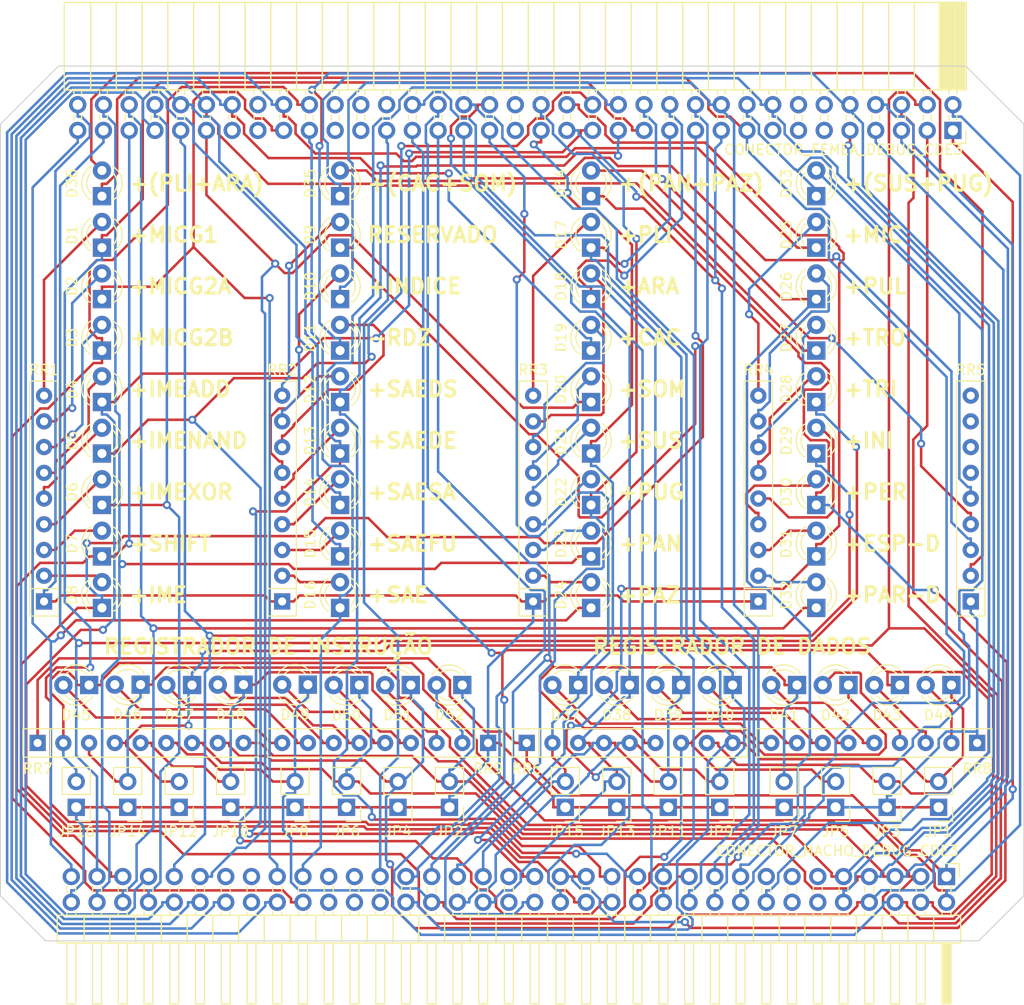
<source format=kicad_pcb>
(kicad_pcb (version 20160815) (host pcbnew "(2016-09-07 BZR 7135, Git c8cf783)-product")
  (layers (0 F.Cu signal) (31 B.Cu signal) (34 B.Paste user) (35 F.Paste user) (36 B.SilkS user) (37 F.SilkS user) (38 B.Mask user) (39 F.Mask user) (44 Edge.Cuts user))
  (net 0 "")
  (net 1 VCC)
  (net 2 +RI_0)
  (net 3 +RI_1)
  (net 4 +RI_2)
  (net 5 +RI_3)
  (net 6 +RI_4)
  (net 7 +RI_5)
  (net 8 +RI_6)
  (net 9 +RI_7)
  (net 10 -RDZ)
  (net 11 "Net-(CONECTOR_FEMEA_DEBUG_CDE3-Pad11)")
  (net 12 "Net-(CONECTOR_FEMEA_DEBUG_CDE3-Pad12)")
  (net 13 "Net-(CONECTOR_FEMEA_DEBUG_CDE3-Pad13)")
  (net 14 "Net-(CONECTOR_FEMEA_DEBUG_CDE3-Pad14)")
  (net 15 "Net-(CONECTOR_FEMEA_DEBUG_CDE3-Pad15)")
  (net 16 "+(CAC+SOM)")
  (net 17 "+(PLI+ARA)")
  (net 18 "+(SUS+PUG)")
  (net 19 "+(PAN+PAZ)")
  (net 20 +INDICE)
  (net 21 +IME)
  (net 22 +RESERVADO)
  (net 23 +PLI)
  (net 24 +ARA)
  (net 25 +MICG1)
  (net 26 +PUL)
  (net 27 +SAEDS)
  (net 28 +SAEDE)
  (net 29 +IMEADD)
  (net 30 +IMENAND)
  (net 31 +PER)
  (net 32 +ESP-D)
  (net 33 +SUS)
  (net 34 +PUG)
  (net 35 "Net-(CONECTOR_FEMEA_DEBUG_CDE3-Pad35)")
  (net 36 "Net-(CONECTOR_FEMEA_DEBUG_CDE3-Pad36)")
  (net 37 +RD_0)
  (net 38 +RD_1)
  (net 39 +RD_2)
  (net 40 +RD_3)
  (net 41 +RD_4)
  (net 42 +RD_5)
  (net 43 +RD_6)
  (net 44 +RD_7)
  (net 45 -RI_0)
  (net 46 "Net-(CONECTOR_FEMEA_DEBUG_CDE3-Pad46)")
  (net 47 "Net-(CONECTOR_FEMEA_DEBUG_CDE3-Pad47)")
  (net 48 "Net-(CONECTOR_FEMEA_DEBUG_CDE3-Pad48)")
  (net 49 "Net-(CONECTOR_FEMEA_DEBUG_CDE3-Pad49)")
  (net 50 "Net-(CONECTOR_FEMEA_DEBUG_CDE3-Pad50)")
  (net 51 +SAE)
  (net 52 +MICG2B)
  (net 53 +MICG2A)
  (net 54 +MIC)
  (net 55 "Net-(CONECTOR_FEMEA_DEBUG_CDE3-Pad55)")
  (net 56 "Net-(CONECTOR_FEMEA_DEBUG_CDE3-Pad56)")
  (net 57 "Net-(CONECTOR_FEMEA_DEBUG_CDE3-Pad57)")
  (net 58 +CAC)
  (net 59 +SOM)
  (net 60 +TRO)
  (net 61 +INI)
  (net 62 +SAESA)
  (net 63 +SAEFU)
  (net 64 +IMEXOR)
  (net 65 +SHIFT)
  (net 66 +PAR-D)
  (net 67 +TRI)
  (net 68 +PAN)
  (net 69 +PAZ)
  (net 70 GND)
  (net 71 "Net-(CONECTOR_MACHO_DEBUG_CDE3-Pad11)")
  (net 72 "Net-(CONECTOR_MACHO_DEBUG_CDE3-Pad12)")
  (net 73 "Net-(CONECTOR_MACHO_DEBUG_CDE3-Pad13)")
  (net 74 "Net-(CONECTOR_MACHO_DEBUG_CDE3-Pad14)")
  (net 75 "Net-(CONECTOR_MACHO_DEBUG_CDE3-Pad15)")
  (net 76 "Net-(CONECTOR_MACHO_DEBUG_CDE3-Pad35)")
  (net 77 "Net-(CONECTOR_MACHO_DEBUG_CDE3-Pad36)")
  (net 78 "Net-(CONECTOR_MACHO_DEBUG_CDE3-Pad46)")
  (net 79 "Net-(CONECTOR_MACHO_DEBUG_CDE3-Pad47)")
  (net 80 "Net-(CONECTOR_MACHO_DEBUG_CDE3-Pad48)")
  (net 81 "Net-(CONECTOR_MACHO_DEBUG_CDE3-Pad49)")
  (net 82 "Net-(CONECTOR_MACHO_DEBUG_CDE3-Pad50)")
  (net 83 "Net-(CONECTOR_MACHO_DEBUG_CDE3-Pad55)")
  (net 84 "Net-(CONECTOR_MACHO_DEBUG_CDE3-Pad56)")
  (net 85 "Net-(CONECTOR_MACHO_DEBUG_CDE3-Pad57)")
  (net 86 "Net-(D1-Pad2)")
  (net 87 "Net-(D2-Pad2)")
  (net 88 "Net-(D3-Pad2)")
  (net 89 "Net-(D4-Pad2)")
  (net 90 "Net-(D5-Pad2)")
  (net 91 "Net-(D6-Pad2)")
  (net 92 "Net-(D7-Pad2)")
  (net 93 "Net-(D8-Pad2)")
  (net 94 "Net-(D9-Pad2)")
  (net 95 "Net-(D10-Pad2)")
  (net 96 "Net-(D11-Pad2)")
  (net 97 "Net-(D12-Pad2)")
  (net 98 "Net-(D13-Pad2)")
  (net 99 "Net-(D14-Pad2)")
  (net 100 "Net-(D15-Pad2)")
  (net 101 "Net-(D16-Pad2)")
  (net 102 "Net-(D17-Pad2)")
  (net 103 "Net-(D18-Pad2)")
  (net 104 "Net-(D19-Pad2)")
  (net 105 "Net-(D20-Pad2)")
  (net 106 "Net-(D21-Pad2)")
  (net 107 "Net-(D22-Pad2)")
  (net 108 "Net-(D23-Pad2)")
  (net 109 "Net-(D24-Pad2)")
  (net 110 "Net-(D25-Pad2)")
  (net 111 "Net-(D26-Pad2)")
  (net 112 "Net-(D27-Pad2)")
  (net 113 "Net-(D28-Pad2)")
  (net 114 "Net-(D29-Pad2)")
  (net 115 "Net-(D30-Pad2)")
  (net 116 "Net-(D31-Pad2)")
  (net 117 "Net-(D32-Pad2)")
  (net 118 "Net-(D33-Pad2)")
  (net 119 "Net-(D34-Pad2)")
  (net 120 "Net-(D35-Pad2)")
  (net 121 "Net-(D36-Pad2)")
  (net 122 "Net-(D37-Pad2)")
  (net 123 "Net-(D38-Pad2)")
  (net 124 "Net-(D39-Pad2)")
  (net 125 "Net-(D40-Pad2)")
  (net 126 "Net-(D41-Pad2)")
  (net 127 "Net-(D42-Pad2)")
  (net 128 "Net-(D43-Pad2)")
  (net 129 "Net-(D44-Pad2)")
  (net 130 "Net-(D45-Pad2)")
  (net 131 "Net-(D46-Pad2)")
  (net 132 "Net-(D47-Pad2)")
  (net 133 "Net-(D48-Pad2)")
  (net 134 "Net-(D49-Pad2)")
  (net 135 "Net-(D50-Pad2)")
  (net 136 "Net-(D51-Pad2)")
  (net 137 "Net-(D52-Pad2)")
  (net 138 "Net-(RR5-Pad6)")
  (net 139 "Net-(RR5-Pad7)")
  (net 140 "Net-(RR5-Pad8)")
  (net 141 "Net-(RR5-Pad9)")
  (module Pin_Headers:Pin_Header_Angled_2x35_Pitch2.54mm (layer F.Cu) (at 155.677 154.459 270)
    (fp_text reference CONECTOR_MACHO_DEBUG_CDE3 (at -2.54 10.795) (layer F.SilkS))
    (fp_text value CONN_35X2)
    (pad 1 thru_hole rect (at 0 0 270) (size 1.7 1.7) (drill 1) (layers *.Cu *.Mask) (net 1 VCC))
    (pad 2 thru_hole oval (at 2.54 0 270) (size 1.7 1.7) (drill 1) (layers *.Cu *.Mask) (net 2 +RI_0))
    (pad 3 thru_hole oval (at 0 2.54 270) (size 1.7 1.7) (drill 1) (layers *.Cu *.Mask) (net 3 +RI_1))
    (pad 4 thru_hole oval (at 2.54 2.54 270) (size 1.7 1.7) (drill 1) (layers *.Cu *.Mask) (net 4 +RI_2))
    (pad 5 thru_hole oval (at 0 5.08 270) (size 1.7 1.7) (drill 1) (layers *.Cu *.Mask) (net 5 +RI_3))
    (pad 6 thru_hole oval (at 2.54 5.08 270) (size 1.7 1.7) (drill 1) (layers *.Cu *.Mask) (net 6 +RI_4))
    (pad 7 thru_hole oval (at 0 7.62 270) (size 1.7 1.7) (drill 1) (layers *.Cu *.Mask) (net 7 +RI_5))
    (pad 8 thru_hole oval (at 2.54 7.62 270) (size 1.7 1.7) (drill 1) (layers *.Cu *.Mask) (net 8 +RI_6))
    (pad 9 thru_hole oval (at 0 10.16 270) (size 1.7 1.7) (drill 1) (layers *.Cu *.Mask) (net 9 +RI_7))
    (pad 10 thru_hole oval (at 2.54 10.16 270) (size 1.7 1.7) (drill 1) (layers *.Cu *.Mask) (net 10 -RDZ))
    (pad 11 thru_hole oval (at 0 12.7 270) (size 1.7 1.7) (drill 1) (layers *.Cu *.Mask) (net 71 "Net-(CONECTOR_MACHO_DEBUG_CDE3-Pad11)"))
    (pad 12 thru_hole oval (at 2.54 12.7 270) (size 1.7 1.7) (drill 1) (layers *.Cu *.Mask) (net 72 "Net-(CONECTOR_MACHO_DEBUG_CDE3-Pad12)"))
    (pad 13 thru_hole oval (at 0 15.24 270) (size 1.7 1.7) (drill 1) (layers *.Cu *.Mask) (net 73 "Net-(CONECTOR_MACHO_DEBUG_CDE3-Pad13)"))
    (pad 14 thru_hole oval (at 2.54 15.24 270) (size 1.7 1.7) (drill 1) (layers *.Cu *.Mask) (net 74 "Net-(CONECTOR_MACHO_DEBUG_CDE3-Pad14)"))
    (pad 15 thru_hole oval (at 0 17.78 270) (size 1.7 1.7) (drill 1) (layers *.Cu *.Mask) (net 75 "Net-(CONECTOR_MACHO_DEBUG_CDE3-Pad15)"))
    (pad 16 thru_hole oval (at 2.54 17.78 270) (size 1.7 1.7) (drill 1) (layers *.Cu *.Mask) (net 16 "+(CAC+SOM)"))
    (pad 17 thru_hole oval (at 0 20.32 270) (size 1.7 1.7) (drill 1) (layers *.Cu *.Mask) (net 17 "+(PLI+ARA)"))
    (pad 18 thru_hole oval (at 2.54 20.32 270) (size 1.7 1.7) (drill 1) (layers *.Cu *.Mask) (net 18 "+(SUS+PUG)"))
    (pad 19 thru_hole oval (at 0 22.86 270) (size 1.7 1.7) (drill 1) (layers *.Cu *.Mask) (net 19 "+(PAN+PAZ)"))
    (pad 20 thru_hole oval (at 2.54 22.86 270) (size 1.7 1.7) (drill 1) (layers *.Cu *.Mask) (net 20 +INDICE))
    (pad 21 thru_hole oval (at 0 25.4 270) (size 1.7 1.7) (drill 1) (layers *.Cu *.Mask) (net 21 +IME))
    (pad 22 thru_hole oval (at 2.54 25.4 270) (size 1.7 1.7) (drill 1) (layers *.Cu *.Mask) (net 22 +RESERVADO))
    (pad 23 thru_hole oval (at 0 27.94 270) (size 1.7 1.7) (drill 1) (layers *.Cu *.Mask) (net 23 +PLI))
    (pad 24 thru_hole oval (at 2.54 27.94 270) (size 1.7 1.7) (drill 1) (layers *.Cu *.Mask) (net 24 +ARA))
    (pad 25 thru_hole oval (at 0 30.48 270) (size 1.7 1.7) (drill 1) (layers *.Cu *.Mask) (net 25 +MICG1))
    (pad 26 thru_hole oval (at 2.54 30.48 270) (size 1.7 1.7) (drill 1) (layers *.Cu *.Mask) (net 26 +PUL))
    (pad 27 thru_hole oval (at 0 33.02 270) (size 1.7 1.7) (drill 1) (layers *.Cu *.Mask) (net 27 +SAEDS))
    (pad 28 thru_hole oval (at 2.54 33.02 270) (size 1.7 1.7) (drill 1) (layers *.Cu *.Mask) (net 28 +SAEDE))
    (pad 29 thru_hole oval (at 0 35.56 270) (size 1.7 1.7) (drill 1) (layers *.Cu *.Mask) (net 29 +IMEADD))
    (pad 30 thru_hole oval (at 2.54 35.56 270) (size 1.7 1.7) (drill 1) (layers *.Cu *.Mask) (net 30 +IMENAND))
    (pad 31 thru_hole oval (at 0 38.1 270) (size 1.7 1.7) (drill 1) (layers *.Cu *.Mask) (net 31 +PER))
    (pad 32 thru_hole oval (at 2.54 38.1 270) (size 1.7 1.7) (drill 1) (layers *.Cu *.Mask) (net 32 +ESP-D))
    (pad 33 thru_hole oval (at 0 40.64 270) (size 1.7 1.7) (drill 1) (layers *.Cu *.Mask) (net 33 +SUS))
    (pad 34 thru_hole oval (at 2.54 40.64 270) (size 1.7 1.7) (drill 1) (layers *.Cu *.Mask) (net 34 +PUG))
    (pad 35 thru_hole oval (at 0 43.18 270) (size 1.7 1.7) (drill 1) (layers *.Cu *.Mask) (net 76 "Net-(CONECTOR_MACHO_DEBUG_CDE3-Pad35)"))
    (pad 36 thru_hole oval (at 2.54 43.18 270) (size 1.7 1.7) (drill 1) (layers *.Cu *.Mask) (net 77 "Net-(CONECTOR_MACHO_DEBUG_CDE3-Pad36)"))
    (pad 37 thru_hole oval (at 0 45.72 270) (size 1.7 1.7) (drill 1) (layers *.Cu *.Mask) (net 37 +RD_0))
    (pad 38 thru_hole oval (at 2.54 45.72 270) (size 1.7 1.7) (drill 1) (layers *.Cu *.Mask) (net 38 +RD_1))
    (pad 39 thru_hole oval (at 0 48.26 270) (size 1.7 1.7) (drill 1) (layers *.Cu *.Mask) (net 39 +RD_2))
    (pad 40 thru_hole oval (at 2.54 48.26 270) (size 1.7 1.7) (drill 1) (layers *.Cu *.Mask) (net 40 +RD_3))
    (pad 41 thru_hole oval (at 0 50.8 270) (size 1.7 1.7) (drill 1) (layers *.Cu *.Mask) (net 41 +RD_4))
    (pad 42 thru_hole oval (at 2.54 50.8 270) (size 1.7 1.7) (drill 1) (layers *.Cu *.Mask) (net 42 +RD_5))
    (pad 43 thru_hole oval (at 0 53.34 270) (size 1.7 1.7) (drill 1) (layers *.Cu *.Mask) (net 43 +RD_6))
    (pad 44 thru_hole oval (at 2.54 53.34 270) (size 1.7 1.7) (drill 1) (layers *.Cu *.Mask) (net 44 +RD_7))
    (pad 45 thru_hole oval (at 0 55.88 270) (size 1.7 1.7) (drill 1) (layers *.Cu *.Mask) (net 45 -RI_0))
    (pad 46 thru_hole oval (at 2.54 55.88 270) (size 1.7 1.7) (drill 1) (layers *.Cu *.Mask) (net 78 "Net-(CONECTOR_MACHO_DEBUG_CDE3-Pad46)"))
    (pad 47 thru_hole oval (at 0 58.42 270) (size 1.7 1.7) (drill 1) (layers *.Cu *.Mask) (net 79 "Net-(CONECTOR_MACHO_DEBUG_CDE3-Pad47)"))
    (pad 48 thru_hole oval (at 2.54 58.42 270) (size 1.7 1.7) (drill 1) (layers *.Cu *.Mask) (net 80 "Net-(CONECTOR_MACHO_DEBUG_CDE3-Pad48)"))
    (pad 49 thru_hole oval (at 0 60.96 270) (size 1.7 1.7) (drill 1) (layers *.Cu *.Mask) (net 81 "Net-(CONECTOR_MACHO_DEBUG_CDE3-Pad49)"))
    (pad 50 thru_hole oval (at 2.54 60.96 270) (size 1.7 1.7) (drill 1) (layers *.Cu *.Mask) (net 82 "Net-(CONECTOR_MACHO_DEBUG_CDE3-Pad50)"))
    (pad 51 thru_hole oval (at 0 63.5 270) (size 1.7 1.7) (drill 1) (layers *.Cu *.Mask) (net 51 +SAE))
    (pad 52 thru_hole oval (at 2.54 63.5 270) (size 1.7 1.7) (drill 1) (layers *.Cu *.Mask) (net 52 +MICG2B))
    (pad 53 thru_hole oval (at 0 66.04 270) (size 1.7 1.7) (drill 1) (layers *.Cu *.Mask) (net 53 +MICG2A))
    (pad 54 thru_hole oval (at 2.54 66.04 270) (size 1.7 1.7) (drill 1) (layers *.Cu *.Mask) (net 54 +MIC))
    (pad 55 thru_hole oval (at 0 68.58 270) (size 1.7 1.7) (drill 1) (layers *.Cu *.Mask) (net 83 "Net-(CONECTOR_MACHO_DEBUG_CDE3-Pad55)"))
    (pad 56 thru_hole oval (at 2.54 68.58 270) (size 1.7 1.7) (drill 1) (layers *.Cu *.Mask) (net 84 "Net-(CONECTOR_MACHO_DEBUG_CDE3-Pad56)"))
    (pad 57 thru_hole oval (at 0 71.12 270) (size 1.7 1.7) (drill 1) (layers *.Cu *.Mask) (net 85 "Net-(CONECTOR_MACHO_DEBUG_CDE3-Pad57)"))
    (pad 58 thru_hole oval (at 2.54 71.12 270) (size 1.7 1.7) (drill 1) (layers *.Cu *.Mask) (net 58 +CAC))
    (pad 59 thru_hole oval (at 0 73.66 270) (size 1.7 1.7) (drill 1) (layers *.Cu *.Mask) (net 59 +SOM))
    (pad 60 thru_hole oval (at 2.54 73.66 270) (size 1.7 1.7) (drill 1) (layers *.Cu *.Mask) (net 60 +TRO))
    (pad 61 thru_hole oval (at 0 76.2 270) (size 1.7 1.7) (drill 1) (layers *.Cu *.Mask) (net 61 +INI))
    (pad 62 thru_hole oval (at 2.54 76.2 270) (size 1.7 1.7) (drill 1) (layers *.Cu *.Mask) (net 62 +SAESA))
    (pad 63 thru_hole oval (at 0 78.74 270) (size 1.7 1.7) (drill 1) (layers *.Cu *.Mask) (net 63 +SAEFU))
    (pad 64 thru_hole oval (at 2.54 78.74 270) (size 1.7 1.7) (drill 1) (layers *.Cu *.Mask) (net 64 +IMEXOR))
    (pad 65 thru_hole oval (at 0 81.28 270) (size 1.7 1.7) (drill 1) (layers *.Cu *.Mask) (net 65 +SHIFT))
    (pad 66 thru_hole oval (at 2.54 81.28 270) (size 1.7 1.7) (drill 1) (layers *.Cu *.Mask) (net 66 +PAR-D))
    (pad 67 thru_hole oval (at 0 83.82 270) (size 1.7 1.7) (drill 1) (layers *.Cu *.Mask) (net 67 +TRI))
    (pad 68 thru_hole oval (at 2.54 83.82 270) (size 1.7 1.7) (drill 1) (layers *.Cu *.Mask) (net 68 +PAN))
    (pad 69 thru_hole oval (at 0 86.36 270) (size 1.7 1.7) (drill 1) (layers *.Cu *.Mask) (net 69 +PAZ))
    (pad 70 thru_hole oval (at 2.54 86.36 270) (size 1.7 1.7) (drill 1) (layers *.Cu *.Mask) (net 70 GND))
  )
  (module LEDs:LED_D3.0mm (layer F.Cu) (at 72.3429 92.3754 90)
    (fp_text reference D1 (at 1.27 -2.96 90) (layer F.SilkS))
    (fp_text value +MICG1)
    (pad 1 thru_hole rect (at 0 0 90) (size 1.8 1.8) (drill 0.9) (layers *.Cu *.Mask) (net 25 +MICG1))
    (pad 2 thru_hole circle (at 2.54 0 90) (size 1.8 1.8) (drill 0.9) (layers *.Cu *.Mask) (net 86 "Net-(D1-Pad2)"))
  )
  (module LEDs:LED_D3.0mm (layer F.Cu) (at 72.3429 97.4554 90)
    (fp_text reference D2 (at 1.27 -2.96 90) (layer F.SilkS))
    (fp_text value +MICG2A)
    (pad 1 thru_hole rect (at 0 0 90) (size 1.8 1.8) (drill 0.9) (layers *.Cu *.Mask) (net 53 +MICG2A))
    (pad 2 thru_hole circle (at 2.54 0 90) (size 1.8 1.8) (drill 0.9) (layers *.Cu *.Mask) (net 87 "Net-(D2-Pad2)"))
  )
  (module LEDs:LED_D3.0mm (layer F.Cu) (at 72.3429 102.535 90)
    (fp_text reference D3 (at 1.27 -2.96 90) (layer F.SilkS))
    (fp_text value +MICG2B)
    (pad 1 thru_hole rect (at 0 0 90) (size 1.8 1.8) (drill 0.9) (layers *.Cu *.Mask) (net 52 +MICG2B))
    (pad 2 thru_hole circle (at 2.54 0 90) (size 1.8 1.8) (drill 0.9) (layers *.Cu *.Mask) (net 88 "Net-(D3-Pad2)"))
  )
  (module LEDs:LED_D3.0mm (layer F.Cu) (at 72.3429 107.615 90)
    (fp_text reference D4 (at 1.27 -2.96 90) (layer F.SilkS))
    (fp_text value +IMEADD)
    (pad 1 thru_hole rect (at 0 0 90) (size 1.8 1.8) (drill 0.9) (layers *.Cu *.Mask) (net 29 +IMEADD))
    (pad 2 thru_hole circle (at 2.54 0 90) (size 1.8 1.8) (drill 0.9) (layers *.Cu *.Mask) (net 89 "Net-(D4-Pad2)"))
  )
  (module LEDs:LED_D3.0mm (layer F.Cu) (at 72.3429 112.695 90)
    (fp_text reference D5 (at 1.27 -2.96 90) (layer F.SilkS))
    (fp_text value +IMENAND)
    (pad 1 thru_hole rect (at 0 0 90) (size 1.8 1.8) (drill 0.9) (layers *.Cu *.Mask) (net 30 +IMENAND))
    (pad 2 thru_hole circle (at 2.54 0 90) (size 1.8 1.8) (drill 0.9) (layers *.Cu *.Mask) (net 90 "Net-(D5-Pad2)"))
  )
  (module LEDs:LED_D3.0mm (layer F.Cu) (at 72.3429 117.775 90)
    (fp_text reference D6 (at 1.27 -2.96 90) (layer F.SilkS))
    (fp_text value +IMEXOR)
    (pad 1 thru_hole rect (at 0 0 90) (size 1.8 1.8) (drill 0.9) (layers *.Cu *.Mask) (net 64 +IMEXOR))
    (pad 2 thru_hole circle (at 2.54 0 90) (size 1.8 1.8) (drill 0.9) (layers *.Cu *.Mask) (net 91 "Net-(D6-Pad2)"))
  )
  (module LEDs:LED_D3.0mm (layer F.Cu) (at 72.3429 122.855 90)
    (fp_text reference D7 (at 1.27 -2.96 90) (layer F.SilkS))
    (fp_text value +SHIFT)
    (pad 1 thru_hole rect (at 0 0 90) (size 1.8 1.8) (drill 0.9) (layers *.Cu *.Mask) (net 65 +SHIFT))
    (pad 2 thru_hole circle (at 2.54 0 90) (size 1.8 1.8) (drill 0.9) (layers *.Cu *.Mask) (net 92 "Net-(D7-Pad2)"))
  )
  (module LEDs:LED_D3.0mm (layer F.Cu) (at 72.3429 127.935 90)
    (fp_text reference D8 (at 1.27 -2.96 90) (layer F.SilkS))
    (fp_text value +IME)
    (pad 1 thru_hole rect (at 0 0 90) (size 1.8 1.8) (drill 0.9) (layers *.Cu *.Mask) (net 21 +IME))
    (pad 2 thru_hole circle (at 2.54 0 90) (size 1.8 1.8) (drill 0.9) (layers *.Cu *.Mask) (net 93 "Net-(D8-Pad2)"))
  )
  (module LEDs:LED_D3.0mm (layer F.Cu) (at 95.8379 92.3754 90)
    (fp_text reference D9 (at 1.27 -2.96 90) (layer F.SilkS))
    (fp_text value RESERVADO)
    (pad 1 thru_hole rect (at 0 0 90) (size 1.8 1.8) (drill 0.9) (layers *.Cu *.Mask) (net 22 +RESERVADO))
    (pad 2 thru_hole circle (at 2.54 0 90) (size 1.8 1.8) (drill 0.9) (layers *.Cu *.Mask) (net 94 "Net-(D9-Pad2)"))
  )
  (module LEDs:LED_D3.0mm (layer F.Cu) (at 95.8379 97.4554 90)
    (fp_text reference D10 (at 1.27 -2.96 90) (layer F.SilkS))
    (fp_text value +INDICE)
    (pad 1 thru_hole rect (at 0 0 90) (size 1.8 1.8) (drill 0.9) (layers *.Cu *.Mask) (net 20 +INDICE))
    (pad 2 thru_hole circle (at 2.54 0 90) (size 1.8 1.8) (drill 0.9) (layers *.Cu *.Mask) (net 95 "Net-(D10-Pad2)"))
  )
  (module LEDs:LED_D3.0mm (layer F.Cu) (at 95.8379 102.535 90)
    (fp_text reference D11 (at 1.27 -2.96 90) (layer F.SilkS))
    (fp_text value -RDZ)
    (pad 1 thru_hole rect (at 0 0 90) (size 1.8 1.8) (drill 0.9) (layers *.Cu *.Mask) (net 10 -RDZ))
    (pad 2 thru_hole circle (at 2.54 0 90) (size 1.8 1.8) (drill 0.9) (layers *.Cu *.Mask) (net 96 "Net-(D11-Pad2)"))
  )
  (module LEDs:LED_D3.0mm (layer F.Cu) (at 95.8379 107.615 90)
    (fp_text reference D12 (at 1.27 -2.96 90) (layer F.SilkS))
    (fp_text value +SAEDS)
    (pad 1 thru_hole rect (at 0 0 90) (size 1.8 1.8) (drill 0.9) (layers *.Cu *.Mask) (net 27 +SAEDS))
    (pad 2 thru_hole circle (at 2.54 0 90) (size 1.8 1.8) (drill 0.9) (layers *.Cu *.Mask) (net 97 "Net-(D12-Pad2)"))
  )
  (module LEDs:LED_D3.0mm (layer F.Cu) (at 95.8379 112.695 90)
    (fp_text reference D13 (at 1.27 -2.96 90) (layer F.SilkS))
    (fp_text value +SAEDE)
    (pad 1 thru_hole rect (at 0 0 90) (size 1.8 1.8) (drill 0.9) (layers *.Cu *.Mask) (net 28 +SAEDE))
    (pad 2 thru_hole circle (at 2.54 0 90) (size 1.8 1.8) (drill 0.9) (layers *.Cu *.Mask) (net 98 "Net-(D13-Pad2)"))
  )
  (module LEDs:LED_D3.0mm (layer F.Cu) (at 95.8379 117.775 90)
    (fp_text reference D14 (at 1.27 -2.96 90) (layer F.SilkS))
    (fp_text value +SAESA)
    (pad 1 thru_hole rect (at 0 0 90) (size 1.8 1.8) (drill 0.9) (layers *.Cu *.Mask) (net 62 +SAESA))
    (pad 2 thru_hole circle (at 2.54 0 90) (size 1.8 1.8) (drill 0.9) (layers *.Cu *.Mask) (net 99 "Net-(D14-Pad2)"))
  )
  (module LEDs:LED_D3.0mm (layer F.Cu) (at 95.8379 122.855 90)
    (fp_text reference D15 (at 1.27 -2.96 90) (layer F.SilkS))
    (fp_text value +SAEFU)
    (pad 1 thru_hole rect (at 0 0 90) (size 1.8 1.8) (drill 0.9) (layers *.Cu *.Mask) (net 63 +SAEFU))
    (pad 2 thru_hole circle (at 2.54 0 90) (size 1.8 1.8) (drill 0.9) (layers *.Cu *.Mask) (net 100 "Net-(D15-Pad2)"))
  )
  (module LEDs:LED_D3.0mm (layer F.Cu) (at 95.8379 127.935 90)
    (fp_text reference D16 (at 1.27 -2.96 90) (layer F.SilkS))
    (fp_text value +SAE)
    (pad 1 thru_hole rect (at 0 0 90) (size 1.8 1.8) (drill 0.9) (layers *.Cu *.Mask) (net 51 +SAE))
    (pad 2 thru_hole circle (at 2.54 0 90) (size 1.8 1.8) (drill 0.9) (layers *.Cu *.Mask) (net 101 "Net-(D16-Pad2)"))
  )
  (module LEDs:LED_D3.0mm (layer F.Cu) (at 120.603 92.3754 90)
    (fp_text reference D17 (at 1.27 -2.96 90) (layer F.SilkS))
    (fp_text value +PLI)
    (pad 1 thru_hole rect (at 0 0 90) (size 1.8 1.8) (drill 0.9) (layers *.Cu *.Mask) (net 23 +PLI))
    (pad 2 thru_hole circle (at 2.54 0 90) (size 1.8 1.8) (drill 0.9) (layers *.Cu *.Mask) (net 102 "Net-(D17-Pad2)"))
  )
  (module LEDs:LED_D3.0mm (layer F.Cu) (at 120.603 97.4554 90)
    (fp_text reference D18 (at 1.27 -2.96 90) (layer F.SilkS))
    (fp_text value +ARA)
    (pad 1 thru_hole rect (at 0 0 90) (size 1.8 1.8) (drill 0.9) (layers *.Cu *.Mask) (net 24 +ARA))
    (pad 2 thru_hole circle (at 2.54 0 90) (size 1.8 1.8) (drill 0.9) (layers *.Cu *.Mask) (net 103 "Net-(D18-Pad2)"))
  )
  (module LEDs:LED_D3.0mm (layer F.Cu) (at 120.603 102.535 90)
    (fp_text reference D19 (at 1.27 -2.96 90) (layer F.SilkS))
    (fp_text value +CAC)
    (pad 1 thru_hole rect (at 0 0 90) (size 1.8 1.8) (drill 0.9) (layers *.Cu *.Mask) (net 58 +CAC))
    (pad 2 thru_hole circle (at 2.54 0 90) (size 1.8 1.8) (drill 0.9) (layers *.Cu *.Mask) (net 104 "Net-(D19-Pad2)"))
  )
  (module LEDs:LED_D3.0mm (layer F.Cu) (at 120.603 107.615 90)
    (fp_text reference D20 (at 1.27 -2.96 90) (layer F.SilkS))
    (fp_text value +SOM)
    (pad 1 thru_hole rect (at 0 0 90) (size 1.8 1.8) (drill 0.9) (layers *.Cu *.Mask) (net 59 +SOM))
    (pad 2 thru_hole circle (at 2.54 0 90) (size 1.8 1.8) (drill 0.9) (layers *.Cu *.Mask) (net 105 "Net-(D20-Pad2)"))
  )
  (module LEDs:LED_D3.0mm (layer F.Cu) (at 120.603 112.695 90)
    (fp_text reference D21 (at 1.27 -2.96 90) (layer F.SilkS))
    (fp_text value +SUS)
    (pad 1 thru_hole rect (at 0 0 90) (size 1.8 1.8) (drill 0.9) (layers *.Cu *.Mask) (net 33 +SUS))
    (pad 2 thru_hole circle (at 2.54 0 90) (size 1.8 1.8) (drill 0.9) (layers *.Cu *.Mask) (net 106 "Net-(D21-Pad2)"))
  )
  (module LEDs:LED_D3.0mm (layer F.Cu) (at 120.603 117.775 90)
    (fp_text reference D22 (at 1.27 -2.96 90) (layer F.SilkS))
    (fp_text value +PUG)
    (pad 1 thru_hole rect (at 0 0 90) (size 1.8 1.8) (drill 0.9) (layers *.Cu *.Mask) (net 34 +PUG))
    (pad 2 thru_hole circle (at 2.54 0 90) (size 1.8 1.8) (drill 0.9) (layers *.Cu *.Mask) (net 107 "Net-(D22-Pad2)"))
  )
  (module LEDs:LED_D3.0mm (layer F.Cu) (at 120.603 122.855 90)
    (fp_text reference D23 (at 1.27 -2.96 90) (layer F.SilkS))
    (fp_text value +PAN)
    (pad 1 thru_hole rect (at 0 0 90) (size 1.8 1.8) (drill 0.9) (layers *.Cu *.Mask) (net 68 +PAN))
    (pad 2 thru_hole circle (at 2.54 0 90) (size 1.8 1.8) (drill 0.9) (layers *.Cu *.Mask) (net 108 "Net-(D23-Pad2)"))
  )
  (module LEDs:LED_D3.0mm (layer F.Cu) (at 120.603 127.935 90)
    (fp_text reference D24 (at 1.27 -2.96 90) (layer F.SilkS))
    (fp_text value +PAZ)
    (pad 1 thru_hole rect (at 0 0 90) (size 1.8 1.8) (drill 0.9) (layers *.Cu *.Mask) (net 69 +PAZ))
    (pad 2 thru_hole circle (at 2.54 0 90) (size 1.8 1.8) (drill 0.9) (layers *.Cu *.Mask) (net 109 "Net-(D24-Pad2)"))
  )
  (module LEDs:LED_D3.0mm (layer F.Cu) (at 142.828 92.3754 90)
    (fp_text reference D25 (at 1.27 -2.96 90) (layer F.SilkS))
    (fp_text value +MIC)
    (pad 1 thru_hole rect (at 0 0 90) (size 1.8 1.8) (drill 0.9) (layers *.Cu *.Mask) (net 54 +MIC))
    (pad 2 thru_hole circle (at 2.54 0 90) (size 1.8 1.8) (drill 0.9) (layers *.Cu *.Mask) (net 110 "Net-(D25-Pad2)"))
  )
  (module LEDs:LED_D3.0mm (layer F.Cu) (at 142.828 97.4554 90)
    (fp_text reference D26 (at 1.27 -2.96 90) (layer F.SilkS))
    (fp_text value +PUL)
    (pad 1 thru_hole rect (at 0 0 90) (size 1.8 1.8) (drill 0.9) (layers *.Cu *.Mask) (net 26 +PUL))
    (pad 2 thru_hole circle (at 2.54 0 90) (size 1.8 1.8) (drill 0.9) (layers *.Cu *.Mask) (net 111 "Net-(D26-Pad2)"))
  )
  (module LEDs:LED_D3.0mm (layer F.Cu) (at 142.828 102.535 90)
    (fp_text reference D27 (at 1.27 -2.96 90) (layer F.SilkS))
    (fp_text value +TRO)
    (pad 1 thru_hole rect (at 0 0 90) (size 1.8 1.8) (drill 0.9) (layers *.Cu *.Mask) (net 60 +TRO))
    (pad 2 thru_hole circle (at 2.54 0 90) (size 1.8 1.8) (drill 0.9) (layers *.Cu *.Mask) (net 112 "Net-(D27-Pad2)"))
  )
  (module LEDs:LED_D3.0mm (layer F.Cu) (at 142.828 107.615 90)
    (fp_text reference D28 (at 1.27 -2.96 90) (layer F.SilkS))
    (fp_text value +TRI)
    (pad 1 thru_hole rect (at 0 0 90) (size 1.8 1.8) (drill 0.9) (layers *.Cu *.Mask) (net 67 +TRI))
    (pad 2 thru_hole circle (at 2.54 0 90) (size 1.8 1.8) (drill 0.9) (layers *.Cu *.Mask) (net 113 "Net-(D28-Pad2)"))
  )
  (module LEDs:LED_D3.0mm (layer F.Cu) (at 142.828 112.695 90)
    (fp_text reference D29 (at 1.27 -2.96 90) (layer F.SilkS))
    (fp_text value +INI)
    (pad 1 thru_hole rect (at 0 0 90) (size 1.8 1.8) (drill 0.9) (layers *.Cu *.Mask) (net 61 +INI))
    (pad 2 thru_hole circle (at 2.54 0 90) (size 1.8 1.8) (drill 0.9) (layers *.Cu *.Mask) (net 114 "Net-(D29-Pad2)"))
  )
  (module LEDs:LED_D3.0mm (layer F.Cu) (at 142.828 117.775 90)
    (fp_text reference D30 (at 1.27 -2.96 90) (layer F.SilkS))
    (fp_text value +PER)
    (pad 1 thru_hole rect (at 0 0 90) (size 1.8 1.8) (drill 0.9) (layers *.Cu *.Mask) (net 31 +PER))
    (pad 2 thru_hole circle (at 2.54 0 90) (size 1.8 1.8) (drill 0.9) (layers *.Cu *.Mask) (net 115 "Net-(D30-Pad2)"))
  )
  (module LEDs:LED_D3.0mm (layer F.Cu) (at 142.828 122.855 90)
    (fp_text reference D31 (at 1.27 -2.96 90) (layer F.SilkS))
    (fp_text value +ESP-D)
    (pad 1 thru_hole rect (at 0 0 90) (size 1.8 1.8) (drill 0.9) (layers *.Cu *.Mask) (net 32 +ESP-D))
    (pad 2 thru_hole circle (at 2.54 0 90) (size 1.8 1.8) (drill 0.9) (layers *.Cu *.Mask) (net 116 "Net-(D31-Pad2)"))
  )
  (module LEDs:LED_D3.0mm (layer F.Cu) (at 142.828 127.935 90)
    (fp_text reference D32 (at 1.27 -2.96 90) (layer F.SilkS))
    (fp_text value +PAR-D)
    (pad 1 thru_hole rect (at 0 0 90) (size 1.8 1.8) (drill 0.9) (layers *.Cu *.Mask) (net 66 +PAR-D))
    (pad 2 thru_hole circle (at 2.54 0 90) (size 1.8 1.8) (drill 0.9) (layers *.Cu *.Mask) (net 117 "Net-(D32-Pad2)"))
  )
  (module LEDs:LED_D3.0mm (layer F.Cu) (at 142.828 87.2954 90)
    (fp_text reference D33 (at 1.27 -2.96 90) (layer F.SilkS))
    (fp_text value "+(SUS+PUG)")
    (pad 1 thru_hole rect (at 0 0 90) (size 1.8 1.8) (drill 0.9) (layers *.Cu *.Mask) (net 18 "+(SUS+PUG)"))
    (pad 2 thru_hole circle (at 2.54 0 90) (size 1.8 1.8) (drill 0.9) (layers *.Cu *.Mask) (net 118 "Net-(D33-Pad2)"))
  )
  (module LEDs:LED_D3.0mm (layer F.Cu) (at 120.603 87.2954 90)
    (fp_text reference D34 (at 1.27 -2.96 90) (layer F.SilkS))
    (fp_text value "+(PAN+PAZ)")
    (pad 1 thru_hole rect (at 0 0 90) (size 1.8 1.8) (drill 0.9) (layers *.Cu *.Mask) (net 19 "+(PAN+PAZ)"))
    (pad 2 thru_hole circle (at 2.54 0 90) (size 1.8 1.8) (drill 0.9) (layers *.Cu *.Mask) (net 119 "Net-(D34-Pad2)"))
  )
  (module LEDs:LED_D3.0mm (layer F.Cu) (at 95.8379 87.2954 90)
    (fp_text reference D35 (at 1.27 -2.96 90) (layer F.SilkS))
    (fp_text value "+(CAC+SOM)")
    (pad 1 thru_hole rect (at 0 0 90) (size 1.8 1.8) (drill 0.9) (layers *.Cu *.Mask) (net 16 "+(CAC+SOM)"))
    (pad 2 thru_hole circle (at 2.54 0 90) (size 1.8 1.8) (drill 0.9) (layers *.Cu *.Mask) (net 120 "Net-(D35-Pad2)"))
  )
  (module LEDs:LED_D3.0mm (layer F.Cu) (at 72.3429 87.2954 90)
    (fp_text reference D36 (at 1.27 -2.96 90) (layer F.SilkS))
    (fp_text value "+(PLI+ARA)")
    (pad 1 thru_hole rect (at 0 0 90) (size 1.8 1.8) (drill 0.9) (layers *.Cu *.Mask) (net 17 "+(PLI+ARA)"))
    (pad 2 thru_hole circle (at 2.54 0 90) (size 1.8 1.8) (drill 0.9) (layers *.Cu *.Mask) (net 121 "Net-(D36-Pad2)"))
  )
  (module LEDs:LED_D3.0mm (layer F.Cu) (at 119.333 135.555 180)
    (fp_text reference D37 (at 1.27 -2.96 180) (layer F.SilkS))
    (fp_text value +RD_0)
    (pad 1 thru_hole rect (at 0 0 180) (size 1.8 1.8) (drill 0.9) (layers *.Cu *.Mask) (net 37 +RD_0))
    (pad 2 thru_hole circle (at 2.54 0 180) (size 1.8 1.8) (drill 0.9) (layers *.Cu *.Mask) (net 122 "Net-(D37-Pad2)"))
  )
  (module LEDs:LED_D3.0mm (layer F.Cu) (at 124.413 135.555 180)
    (fp_text reference D38 (at 1.27 -2.96 180) (layer F.SilkS))
    (fp_text value +RD_1)
    (pad 1 thru_hole rect (at 0 0 180) (size 1.8 1.8) (drill 0.9) (layers *.Cu *.Mask) (net 38 +RD_1))
    (pad 2 thru_hole circle (at 2.54 0 180) (size 1.8 1.8) (drill 0.9) (layers *.Cu *.Mask) (net 123 "Net-(D38-Pad2)"))
  )
  (module LEDs:LED_D3.0mm (layer F.Cu) (at 129.493 135.555 180)
    (fp_text reference D39 (at 1.27 -2.96 180) (layer F.SilkS))
    (fp_text value +RD_2)
    (pad 1 thru_hole rect (at 0 0 180) (size 1.8 1.8) (drill 0.9) (layers *.Cu *.Mask) (net 39 +RD_2))
    (pad 2 thru_hole circle (at 2.54 0 180) (size 1.8 1.8) (drill 0.9) (layers *.Cu *.Mask) (net 124 "Net-(D39-Pad2)"))
  )
  (module LEDs:LED_D3.0mm (layer F.Cu) (at 134.573 135.555 180)
    (fp_text reference D40 (at 1.27 -2.96 180) (layer F.SilkS))
    (fp_text value +RD_3)
    (pad 1 thru_hole rect (at 0 0 180) (size 1.8 1.8) (drill 0.9) (layers *.Cu *.Mask) (net 40 +RD_3))
    (pad 2 thru_hole circle (at 2.54 0 180) (size 1.8 1.8) (drill 0.9) (layers *.Cu *.Mask) (net 125 "Net-(D40-Pad2)"))
  )
  (module LEDs:LED_D3.0mm (layer F.Cu) (at 140.923 135.555 180)
    (fp_text reference D41 (at 1.27 -2.96 180) (layer F.SilkS))
    (fp_text value +RD_4)
    (pad 1 thru_hole rect (at 0 0 180) (size 1.8 1.8) (drill 0.9) (layers *.Cu *.Mask) (net 41 +RD_4))
    (pad 2 thru_hole circle (at 2.54 0 180) (size 1.8 1.8) (drill 0.9) (layers *.Cu *.Mask) (net 126 "Net-(D41-Pad2)"))
  )
  (module LEDs:LED_D3.0mm (layer F.Cu) (at 146.003 135.555 180)
    (fp_text reference D42 (at 1.27 -2.96 180) (layer F.SilkS))
    (fp_text value +RD_5)
    (pad 1 thru_hole rect (at 0 0 180) (size 1.8 1.8) (drill 0.9) (layers *.Cu *.Mask) (net 42 +RD_5))
    (pad 2 thru_hole circle (at 2.54 0 180) (size 1.8 1.8) (drill 0.9) (layers *.Cu *.Mask) (net 127 "Net-(D42-Pad2)"))
  )
  (module LEDs:LED_D3.0mm (layer F.Cu) (at 151.083 135.555 180)
    (fp_text reference D43 (at 1.27 -2.96 180) (layer F.SilkS))
    (fp_text value +RD_6)
    (pad 1 thru_hole rect (at 0 0 180) (size 1.8 1.8) (drill 0.9) (layers *.Cu *.Mask) (net 43 +RD_6))
    (pad 2 thru_hole circle (at 2.54 0 180) (size 1.8 1.8) (drill 0.9) (layers *.Cu *.Mask) (net 128 "Net-(D43-Pad2)"))
  )
  (module LEDs:LED_D3.0mm (layer F.Cu) (at 156.163 135.555 180)
    (fp_text reference D44 (at 1.27 -2.96 180) (layer F.SilkS))
    (fp_text value +RD_7)
    (pad 1 thru_hole rect (at 0 0 180) (size 1.8 1.8) (drill 0.9) (layers *.Cu *.Mask) (net 44 +RD_7))
    (pad 2 thru_hole circle (at 2.54 0 180) (size 1.8 1.8) (drill 0.9) (layers *.Cu *.Mask) (net 129 "Net-(D44-Pad2)"))
  )
  (module LEDs:LED_D3.0mm (layer F.Cu) (at 71.0729 135.555 180)
    (fp_text reference D45 (at 1.27 -2.96 180) (layer F.SilkS))
    (fp_text value +RI_0)
    (pad 1 thru_hole rect (at 0 0 180) (size 1.8 1.8) (drill 0.9) (layers *.Cu *.Mask) (net 2 +RI_0))
    (pad 2 thru_hole circle (at 2.54 0 180) (size 1.8 1.8) (drill 0.9) (layers *.Cu *.Mask) (net 130 "Net-(D45-Pad2)"))
  )
  (module LEDs:LED_D3.0mm (layer F.Cu) (at 76.1529 135.515 180)
    (fp_text reference D46 (at 1.27 -2.96 180) (layer F.SilkS))
    (fp_text value +RI_1)
    (pad 1 thru_hole rect (at 0 0 180) (size 1.8 1.8) (drill 0.9) (layers *.Cu *.Mask) (net 3 +RI_1))
    (pad 2 thru_hole circle (at 2.54 0 180) (size 1.8 1.8) (drill 0.9) (layers *.Cu *.Mask) (net 131 "Net-(D46-Pad2)"))
  )
  (module LEDs:LED_D3.0mm (layer F.Cu) (at 81.2329 135.555 180)
    (fp_text reference D47 (at 1.27 -2.96 180) (layer F.SilkS))
    (fp_text value +RI_2)
    (pad 1 thru_hole rect (at 0 0 180) (size 1.8 1.8) (drill 0.9) (layers *.Cu *.Mask) (net 4 +RI_2))
    (pad 2 thru_hole circle (at 2.54 0 180) (size 1.8 1.8) (drill 0.9) (layers *.Cu *.Mask) (net 132 "Net-(D47-Pad2)"))
  )
  (module LEDs:LED_D3.0mm (layer F.Cu) (at 86.3129 135.515 180)
    (fp_text reference D48 (at 1.27 -2.96 180) (layer F.SilkS))
    (fp_text value +RI_3)
    (pad 1 thru_hole rect (at 0 0 180) (size 1.8 1.8) (drill 0.9) (layers *.Cu *.Mask) (net 5 +RI_3))
    (pad 2 thru_hole circle (at 2.54 0 180) (size 1.8 1.8) (drill 0.9) (layers *.Cu *.Mask) (net 133 "Net-(D48-Pad2)"))
  )
  (module LEDs:LED_D3.0mm (layer F.Cu) (at 92.6629 135.515 180)
    (fp_text reference D49 (at 1.27 -2.96 180) (layer F.SilkS))
    (fp_text value +RI_4)
    (pad 1 thru_hole rect (at 0 0 180) (size 1.8 1.8) (drill 0.9) (layers *.Cu *.Mask) (net 6 +RI_4))
    (pad 2 thru_hole circle (at 2.54 0 180) (size 1.8 1.8) (drill 0.9) (layers *.Cu *.Mask) (net 134 "Net-(D49-Pad2)"))
  )
  (module LEDs:LED_D3.0mm (layer F.Cu) (at 97.7429 135.555 180)
    (fp_text reference D50 (at 1.27 -2.96 180) (layer F.SilkS))
    (fp_text value +RI_5)
    (pad 1 thru_hole rect (at 0 0 180) (size 1.8 1.8) (drill 0.9) (layers *.Cu *.Mask) (net 7 +RI_5))
    (pad 2 thru_hole circle (at 2.54 0 180) (size 1.8 1.8) (drill 0.9) (layers *.Cu *.Mask) (net 135 "Net-(D50-Pad2)"))
  )
  (module LEDs:LED_D3.0mm (layer F.Cu) (at 102.823 135.555 180)
    (fp_text reference D51 (at 1.27 -2.96 180) (layer F.SilkS))
    (fp_text value +RI_6)
    (pad 1 thru_hole rect (at 0 0 180) (size 1.8 1.8) (drill 0.9) (layers *.Cu *.Mask) (net 8 +RI_6))
    (pad 2 thru_hole circle (at 2.54 0 180) (size 1.8 1.8) (drill 0.9) (layers *.Cu *.Mask) (net 136 "Net-(D51-Pad2)"))
  )
  (module LEDs:LED_D3.0mm (layer F.Cu) (at 107.903 135.555 180)
    (fp_text reference D52 (at 1.27 -2.96 180) (layer F.SilkS))
    (fp_text value +RI_7)
    (pad 1 thru_hole rect (at 0 0 180) (size 1.8 1.8) (drill 0.9) (layers *.Cu *.Mask) (net 9 +RI_7))
    (pad 2 thru_hole circle (at 2.54 0 180) (size 1.8 1.8) (drill 0.9) (layers *.Cu *.Mask) (net 137 "Net-(D52-Pad2)"))
  )
  (module Pin_Headers:Pin_Header_Straight_1x02_Pitch2.54mm (layer F.Cu) (at 154.893 147.62 180)
    (fp_text reference JP1 (at 0 -2.39 180) (layer F.SilkS))
    (fp_text value JUMPER)
    (pad 1 thru_hole rect (at 0 0 180) (size 1.7 1.7) (drill 1) (layers *.Cu *.Mask) (net 70 GND))
    (pad 2 thru_hole oval (at 0 2.54 180) (size 1.7 1.7) (drill 1) (layers *.Cu *.Mask) (net 44 +RD_7))
  )
  (module Pin_Headers:Pin_Header_Straight_1x02_Pitch2.54mm (layer F.Cu) (at 106.633 147.62 180)
    (fp_text reference JP2 (at 0 -2.39 180) (layer F.SilkS))
    (fp_text value JUMPER)
    (pad 1 thru_hole rect (at 0 0 180) (size 1.7 1.7) (drill 1) (layers *.Cu *.Mask) (net 70 GND))
    (pad 2 thru_hole oval (at 0 2.54 180) (size 1.7 1.7) (drill 1) (layers *.Cu *.Mask) (net 9 +RI_7))
  )
  (module Pin_Headers:Pin_Header_Straight_1x02_Pitch2.54mm (layer F.Cu) (at 149.813 147.62 180)
    (fp_text reference JP3 (at 0 -2.39 180) (layer F.SilkS))
    (fp_text value JUMPER)
    (pad 1 thru_hole rect (at 0 0 180) (size 1.7 1.7) (drill 1) (layers *.Cu *.Mask) (net 70 GND))
    (pad 2 thru_hole oval (at 0 2.54 180) (size 1.7 1.7) (drill 1) (layers *.Cu *.Mask) (net 43 +RD_6))
  )
  (module Pin_Headers:Pin_Header_Straight_1x02_Pitch2.54mm (layer F.Cu) (at 101.553 147.62 180)
    (fp_text reference JP4 (at 0 -2.39 180) (layer F.SilkS))
    (fp_text value JUMPER)
    (pad 1 thru_hole rect (at 0 0 180) (size 1.7 1.7) (drill 1) (layers *.Cu *.Mask) (net 70 GND))
    (pad 2 thru_hole oval (at 0 2.54 180) (size 1.7 1.7) (drill 1) (layers *.Cu *.Mask) (net 8 +RI_6))
  )
  (module Pin_Headers:Pin_Header_Straight_1x02_Pitch2.54mm (layer F.Cu) (at 144.733 147.62 180)
    (fp_text reference JP5 (at 0 -2.39 180) (layer F.SilkS))
    (fp_text value JUMPER)
    (pad 1 thru_hole rect (at 0 0 180) (size 1.7 1.7) (drill 1) (layers *.Cu *.Mask) (net 70 GND))
    (pad 2 thru_hole oval (at 0 2.54 180) (size 1.7 1.7) (drill 1) (layers *.Cu *.Mask) (net 42 +RD_5))
  )
  (module Pin_Headers:Pin_Header_Straight_1x02_Pitch2.54mm (layer F.Cu) (at 96.4729 147.62 180)
    (fp_text reference JP6 (at 0 -2.39 180) (layer F.SilkS))
    (fp_text value JUMPER)
    (pad 1 thru_hole rect (at 0 0 180) (size 1.7 1.7) (drill 1) (layers *.Cu *.Mask) (net 70 GND))
    (pad 2 thru_hole oval (at 0 2.54 180) (size 1.7 1.7) (drill 1) (layers *.Cu *.Mask) (net 7 +RI_5))
  )
  (module Pin_Headers:Pin_Header_Straight_1x02_Pitch2.54mm (layer F.Cu) (at 139.653 147.62 180)
    (fp_text reference JP7 (at 0 -2.39 180) (layer F.SilkS))
    (fp_text value JUMPER)
    (pad 1 thru_hole rect (at 0 0 180) (size 1.7 1.7) (drill 1) (layers *.Cu *.Mask) (net 70 GND))
    (pad 2 thru_hole oval (at 0 2.54 180) (size 1.7 1.7) (drill 1) (layers *.Cu *.Mask) (net 41 +RD_4))
  )
  (module Pin_Headers:Pin_Header_Straight_1x02_Pitch2.54mm (layer F.Cu) (at 91.3929 147.62 180)
    (fp_text reference JP8 (at 0 -2.39 180) (layer F.SilkS))
    (fp_text value JUMPER)
    (pad 1 thru_hole rect (at 0 0 180) (size 1.7 1.7) (drill 1) (layers *.Cu *.Mask) (net 70 GND))
    (pad 2 thru_hole oval (at 0 2.54 180) (size 1.7 1.7) (drill 1) (layers *.Cu *.Mask) (net 6 +RI_4))
  )
  (module Pin_Headers:Pin_Header_Straight_1x02_Pitch2.54mm (layer F.Cu) (at 133.303 147.62 180)
    (fp_text reference JP9 (at 0 -2.39 180) (layer F.SilkS))
    (fp_text value JUMPER)
    (pad 1 thru_hole rect (at 0 0 180) (size 1.7 1.7) (drill 1) (layers *.Cu *.Mask) (net 70 GND))
    (pad 2 thru_hole oval (at 0 2.54 180) (size 1.7 1.7) (drill 1) (layers *.Cu *.Mask) (net 40 +RD_3))
  )
  (module Pin_Headers:Pin_Header_Straight_1x02_Pitch2.54mm (layer F.Cu) (at 85.0429 147.62 180)
    (fp_text reference JP10 (at 0 -2.39 180) (layer F.SilkS))
    (fp_text value JUMPER)
    (pad 1 thru_hole rect (at 0 0 180) (size 1.7 1.7) (drill 1) (layers *.Cu *.Mask) (net 70 GND))
    (pad 2 thru_hole oval (at 0 2.54 180) (size 1.7 1.7) (drill 1) (layers *.Cu *.Mask) (net 5 +RI_3))
  )
  (module Pin_Headers:Pin_Header_Straight_1x02_Pitch2.54mm (layer F.Cu) (at 128.223 147.62 180)
    (fp_text reference JP11 (at 0 -2.39 180) (layer F.SilkS))
    (fp_text value JUMPER)
    (pad 1 thru_hole rect (at 0 0 180) (size 1.7 1.7) (drill 1) (layers *.Cu *.Mask) (net 70 GND))
    (pad 2 thru_hole oval (at 0 2.54 180) (size 1.7 1.7) (drill 1) (layers *.Cu *.Mask) (net 39 +RD_2))
  )
  (module Pin_Headers:Pin_Header_Straight_1x02_Pitch2.54mm (layer F.Cu) (at 79.9629 147.62 180)
    (fp_text reference JP12 (at 0 -2.39 180) (layer F.SilkS))
    (fp_text value JUMPER)
    (pad 1 thru_hole rect (at 0 0 180) (size 1.7 1.7) (drill 1) (layers *.Cu *.Mask) (net 70 GND))
    (pad 2 thru_hole oval (at 0 2.54 180) (size 1.7 1.7) (drill 1) (layers *.Cu *.Mask) (net 4 +RI_2))
  )
  (module Pin_Headers:Pin_Header_Straight_1x02_Pitch2.54mm (layer F.Cu) (at 123.143 147.62 180)
    (fp_text reference JP13 (at 0 -2.39 180) (layer F.SilkS))
    (fp_text value JUMPER)
    (pad 1 thru_hole rect (at 0 0 180) (size 1.7 1.7) (drill 1) (layers *.Cu *.Mask) (net 70 GND))
    (pad 2 thru_hole oval (at 0 2.54 180) (size 1.7 1.7) (drill 1) (layers *.Cu *.Mask) (net 38 +RD_1))
  )
  (module Pin_Headers:Pin_Header_Straight_1x02_Pitch2.54mm (layer F.Cu) (at 74.8829 147.62 180)
    (fp_text reference JP14 (at 0 -2.39 180) (layer F.SilkS))
    (fp_text value JUMPER)
    (pad 1 thru_hole rect (at 0 0 180) (size 1.7 1.7) (drill 1) (layers *.Cu *.Mask) (net 70 GND))
    (pad 2 thru_hole oval (at 0 2.54 180) (size 1.7 1.7) (drill 1) (layers *.Cu *.Mask) (net 3 +RI_1))
  )
  (module Pin_Headers:Pin_Header_Straight_1x02_Pitch2.54mm (layer F.Cu) (at 118.063 147.62 180)
    (fp_text reference JP15 (at 0 -2.39 180) (layer F.SilkS))
    (fp_text value JUMPER)
    (pad 1 thru_hole rect (at 0 0 180) (size 1.7 1.7) (drill 1) (layers *.Cu *.Mask) (net 70 GND))
    (pad 2 thru_hole oval (at 0 2.54 180) (size 1.7 1.7) (drill 1) (layers *.Cu *.Mask) (net 37 +RD_0))
  )
  (module Pin_Headers:Pin_Header_Straight_1x02_Pitch2.54mm (layer F.Cu) (at 69.8029 147.62 180)
    (fp_text reference JP16 (at 0 -2.39 180) (layer F.SilkS))
    (fp_text value JUMPER)
    (pad 1 thru_hole rect (at 0 0 180) (size 1.7 1.7) (drill 1) (layers *.Cu *.Mask) (net 70 GND))
    (pad 2 thru_hole oval (at 0 2.54 180) (size 1.7 1.7) (drill 1) (layers *.Cu *.Mask) (net 2 +RI_0))
  )
  (module Resistors_ThroughHole:R_Array_SIP9 (layer F.Cu) (at 66.6279 127.3 90)
    (fp_text reference RR1 (at 22.86 0 180) (layer F.SilkS))
    (fp_text value RR8)
    (pad 1 thru_hole rect (at 0 0 90) (size 1.6 1.6) (drill 0.8) (layers *.Cu *.Mask) (net 70 GND))
    (pad 2 thru_hole oval (at 2.54 0 90) (size 1.6 1.6) (drill 0.8) (layers *.Cu *.Mask) (net 93 "Net-(D8-Pad2)"))
    (pad 3 thru_hole oval (at 5.08 0 90) (size 1.6 1.6) (drill 0.8) (layers *.Cu *.Mask) (net 92 "Net-(D7-Pad2)"))
    (pad 4 thru_hole oval (at 7.62 0 90) (size 1.6 1.6) (drill 0.8) (layers *.Cu *.Mask) (net 91 "Net-(D6-Pad2)"))
    (pad 5 thru_hole oval (at 10.16 0 90) (size 1.6 1.6) (drill 0.8) (layers *.Cu *.Mask) (net 90 "Net-(D5-Pad2)"))
    (pad 6 thru_hole oval (at 12.7 0 90) (size 1.6 1.6) (drill 0.8) (layers *.Cu *.Mask) (net 89 "Net-(D4-Pad2)"))
    (pad 7 thru_hole oval (at 15.24 0 90) (size 1.6 1.6) (drill 0.8) (layers *.Cu *.Mask) (net 88 "Net-(D3-Pad2)"))
    (pad 8 thru_hole oval (at 17.78 0 90) (size 1.6 1.6) (drill 0.8) (layers *.Cu *.Mask) (net 87 "Net-(D2-Pad2)"))
    (pad 9 thru_hole oval (at 20.32 0 90) (size 1.6 1.6) (drill 0.8) (layers *.Cu *.Mask) (net 86 "Net-(D1-Pad2)"))
  )
  (module Resistors_ThroughHole:R_Array_SIP9 (layer F.Cu) (at 90.1229 127.3 90)
    (fp_text reference RR2 (at 22.86 0 180) (layer F.SilkS))
    (fp_text value RR8)
    (pad 1 thru_hole rect (at 0 0 90) (size 1.6 1.6) (drill 0.8) (layers *.Cu *.Mask) (net 70 GND))
    (pad 2 thru_hole oval (at 2.54 0 90) (size 1.6 1.6) (drill 0.8) (layers *.Cu *.Mask) (net 101 "Net-(D16-Pad2)"))
    (pad 3 thru_hole oval (at 5.08 0 90) (size 1.6 1.6) (drill 0.8) (layers *.Cu *.Mask) (net 100 "Net-(D15-Pad2)"))
    (pad 4 thru_hole oval (at 7.62 0 90) (size 1.6 1.6) (drill 0.8) (layers *.Cu *.Mask) (net 99 "Net-(D14-Pad2)"))
    (pad 5 thru_hole oval (at 10.16 0 90) (size 1.6 1.6) (drill 0.8) (layers *.Cu *.Mask) (net 98 "Net-(D13-Pad2)"))
    (pad 6 thru_hole oval (at 12.7 0 90) (size 1.6 1.6) (drill 0.8) (layers *.Cu *.Mask) (net 97 "Net-(D12-Pad2)"))
    (pad 7 thru_hole oval (at 15.24 0 90) (size 1.6 1.6) (drill 0.8) (layers *.Cu *.Mask) (net 96 "Net-(D11-Pad2)"))
    (pad 8 thru_hole oval (at 17.78 0 90) (size 1.6 1.6) (drill 0.8) (layers *.Cu *.Mask) (net 95 "Net-(D10-Pad2)"))
    (pad 9 thru_hole oval (at 20.32 0 90) (size 1.6 1.6) (drill 0.8) (layers *.Cu *.Mask) (net 94 "Net-(D9-Pad2)"))
  )
  (module Resistors_ThroughHole:R_Array_SIP9 (layer F.Cu) (at 114.888 127.3 90)
    (fp_text reference RR3 (at 22.86 0 180) (layer F.SilkS))
    (fp_text value RR8)
    (pad 1 thru_hole rect (at 0 0 90) (size 1.6 1.6) (drill 0.8) (layers *.Cu *.Mask) (net 70 GND))
    (pad 2 thru_hole oval (at 2.54 0 90) (size 1.6 1.6) (drill 0.8) (layers *.Cu *.Mask) (net 109 "Net-(D24-Pad2)"))
    (pad 3 thru_hole oval (at 5.08 0 90) (size 1.6 1.6) (drill 0.8) (layers *.Cu *.Mask) (net 108 "Net-(D23-Pad2)"))
    (pad 4 thru_hole oval (at 7.62 0 90) (size 1.6 1.6) (drill 0.8) (layers *.Cu *.Mask) (net 107 "Net-(D22-Pad2)"))
    (pad 5 thru_hole oval (at 10.16 0 90) (size 1.6 1.6) (drill 0.8) (layers *.Cu *.Mask) (net 106 "Net-(D21-Pad2)"))
    (pad 6 thru_hole oval (at 12.7 0 90) (size 1.6 1.6) (drill 0.8) (layers *.Cu *.Mask) (net 105 "Net-(D20-Pad2)"))
    (pad 7 thru_hole oval (at 15.24 0 90) (size 1.6 1.6) (drill 0.8) (layers *.Cu *.Mask) (net 104 "Net-(D19-Pad2)"))
    (pad 8 thru_hole oval (at 17.78 0 90) (size 1.6 1.6) (drill 0.8) (layers *.Cu *.Mask) (net 103 "Net-(D18-Pad2)"))
    (pad 9 thru_hole oval (at 20.32 0 90) (size 1.6 1.6) (drill 0.8) (layers *.Cu *.Mask) (net 102 "Net-(D17-Pad2)"))
  )
  (module Resistors_ThroughHole:R_Array_SIP9 (layer F.Cu) (at 137.113 127.3 90)
    (fp_text reference RR4 (at 22.86 0 180) (layer F.SilkS))
    (fp_text value RR8)
    (pad 1 thru_hole rect (at 0 0 90) (size 1.6 1.6) (drill 0.8) (layers *.Cu *.Mask) (net 70 GND))
    (pad 2 thru_hole oval (at 2.54 0 90) (size 1.6 1.6) (drill 0.8) (layers *.Cu *.Mask) (net 117 "Net-(D32-Pad2)"))
    (pad 3 thru_hole oval (at 5.08 0 90) (size 1.6 1.6) (drill 0.8) (layers *.Cu *.Mask) (net 116 "Net-(D31-Pad2)"))
    (pad 4 thru_hole oval (at 7.62 0 90) (size 1.6 1.6) (drill 0.8) (layers *.Cu *.Mask) (net 115 "Net-(D30-Pad2)"))
    (pad 5 thru_hole oval (at 10.16 0 90) (size 1.6 1.6) (drill 0.8) (layers *.Cu *.Mask) (net 114 "Net-(D29-Pad2)"))
    (pad 6 thru_hole oval (at 12.7 0 90) (size 1.6 1.6) (drill 0.8) (layers *.Cu *.Mask) (net 113 "Net-(D28-Pad2)"))
    (pad 7 thru_hole oval (at 15.24 0 90) (size 1.6 1.6) (drill 0.8) (layers *.Cu *.Mask) (net 112 "Net-(D27-Pad2)"))
    (pad 8 thru_hole oval (at 17.78 0 90) (size 1.6 1.6) (drill 0.8) (layers *.Cu *.Mask) (net 111 "Net-(D26-Pad2)"))
    (pad 9 thru_hole oval (at 20.32 0 90) (size 1.6 1.6) (drill 0.8) (layers *.Cu *.Mask) (net 110 "Net-(D25-Pad2)"))
  )
  (module Resistors_ThroughHole:R_Array_SIP9 (layer F.Cu) (at 158.068 127.3 90)
    (fp_text reference RR5 (at 22.86 0 180) (layer F.SilkS))
    (fp_text value RR8)
    (pad 1 thru_hole rect (at 0 0 90) (size 1.6 1.6) (drill 0.8) (layers *.Cu *.Mask) (net 70 GND))
    (pad 2 thru_hole oval (at 2.54 0 90) (size 1.6 1.6) (drill 0.8) (layers *.Cu *.Mask) (net 121 "Net-(D36-Pad2)"))
    (pad 3 thru_hole oval (at 5.08 0 90) (size 1.6 1.6) (drill 0.8) (layers *.Cu *.Mask) (net 120 "Net-(D35-Pad2)"))
    (pad 4 thru_hole oval (at 7.62 0 90) (size 1.6 1.6) (drill 0.8) (layers *.Cu *.Mask) (net 119 "Net-(D34-Pad2)"))
    (pad 5 thru_hole oval (at 10.16 0 90) (size 1.6 1.6) (drill 0.8) (layers *.Cu *.Mask) (net 118 "Net-(D33-Pad2)"))
    (pad 6 thru_hole oval (at 12.7 0 90) (size 1.6 1.6) (drill 0.8) (layers *.Cu *.Mask) (net 138 "Net-(RR5-Pad6)"))
    (pad 7 thru_hole oval (at 15.24 0 90) (size 1.6 1.6) (drill 0.8) (layers *.Cu *.Mask) (net 139 "Net-(RR5-Pad7)"))
    (pad 8 thru_hole oval (at 17.78 0 90) (size 1.6 1.6) (drill 0.8) (layers *.Cu *.Mask) (net 140 "Net-(RR5-Pad8)"))
    (pad 9 thru_hole oval (at 20.32 0 90) (size 1.6 1.6) (drill 0.8) (layers *.Cu *.Mask) (net 141 "Net-(RR5-Pad9)"))
  )
  (module Resistors_ThroughHole:R_Array_SIP9 (layer F.Cu) (at 114.253 141.27)
    (fp_text reference RR6 (at 0 2.54 180) (layer F.SilkS))
    (fp_text value RR8)
    (pad 1 thru_hole rect (at 0 0) (size 1.6 1.6) (drill 0.8) (layers *.Cu *.Mask) (net 1 VCC))
    (pad 2 thru_hole oval (at 2.54 0) (size 1.6 1.6) (drill 0.8) (layers *.Cu *.Mask) (net 37 +RD_0))
    (pad 3 thru_hole oval (at 5.08 0) (size 1.6 1.6) (drill 0.8) (layers *.Cu *.Mask) (net 38 +RD_1))
    (pad 4 thru_hole oval (at 7.62 0) (size 1.6 1.6) (drill 0.8) (layers *.Cu *.Mask) (net 39 +RD_2))
    (pad 5 thru_hole oval (at 10.16 0) (size 1.6 1.6) (drill 0.8) (layers *.Cu *.Mask) (net 40 +RD_3))
    (pad 6 thru_hole oval (at 12.7 0) (size 1.6 1.6) (drill 0.8) (layers *.Cu *.Mask) (net 41 +RD_4))
    (pad 7 thru_hole oval (at 15.24 0) (size 1.6 1.6) (drill 0.8) (layers *.Cu *.Mask) (net 42 +RD_5))
    (pad 8 thru_hole oval (at 17.78 0) (size 1.6 1.6) (drill 0.8) (layers *.Cu *.Mask) (net 43 +RD_6))
    (pad 9 thru_hole oval (at 20.32 0) (size 1.6 1.6) (drill 0.8) (layers *.Cu *.Mask) (net 44 +RD_7))
  )
  (module Resistors_ThroughHole:R_Array_SIP9 (layer F.Cu) (at 65.9929 141.27)
    (fp_text reference RR7 (at 0 2.54 180) (layer F.SilkS))
    (fp_text value RR8)
    (pad 1 thru_hole rect (at 0 0) (size 1.6 1.6) (drill 0.8) (layers *.Cu *.Mask) (net 1 VCC))
    (pad 2 thru_hole oval (at 2.54 0) (size 1.6 1.6) (drill 0.8) (layers *.Cu *.Mask) (net 2 +RI_0))
    (pad 3 thru_hole oval (at 5.08 0) (size 1.6 1.6) (drill 0.8) (layers *.Cu *.Mask) (net 3 +RI_1))
    (pad 4 thru_hole oval (at 7.62 0) (size 1.6 1.6) (drill 0.8) (layers *.Cu *.Mask) (net 4 +RI_2))
    (pad 5 thru_hole oval (at 10.16 0) (size 1.6 1.6) (drill 0.8) (layers *.Cu *.Mask) (net 5 +RI_3))
    (pad 6 thru_hole oval (at 12.7 0) (size 1.6 1.6) (drill 0.8) (layers *.Cu *.Mask) (net 6 +RI_4))
    (pad 7 thru_hole oval (at 15.24 0) (size 1.6 1.6) (drill 0.8) (layers *.Cu *.Mask) (net 7 +RI_5))
    (pad 8 thru_hole oval (at 17.78 0) (size 1.6 1.6) (drill 0.8) (layers *.Cu *.Mask) (net 8 +RI_6))
    (pad 9 thru_hole oval (at 20.32 0) (size 1.6 1.6) (drill 0.8) (layers *.Cu *.Mask) (net 9 +RI_7))
  )
  (module Resistors_ThroughHole:R_Array_SIP9 (layer F.Cu) (at 158.703 141.27 180)
    (fp_text reference RR8 (at 0 -2.54 180) (layer F.SilkS))
    (fp_text value RR8)
    (pad 1 thru_hole rect (at 0 0 180) (size 1.6 1.6) (drill 0.8) (layers *.Cu *.Mask) (net 70 GND))
    (pad 2 thru_hole oval (at 2.54 0 180) (size 1.6 1.6) (drill 0.8) (layers *.Cu *.Mask) (net 129 "Net-(D44-Pad2)"))
    (pad 3 thru_hole oval (at 5.08 0 180) (size 1.6 1.6) (drill 0.8) (layers *.Cu *.Mask) (net 128 "Net-(D43-Pad2)"))
    (pad 4 thru_hole oval (at 7.62 0 180) (size 1.6 1.6) (drill 0.8) (layers *.Cu *.Mask) (net 127 "Net-(D42-Pad2)"))
    (pad 5 thru_hole oval (at 10.16 0 180) (size 1.6 1.6) (drill 0.8) (layers *.Cu *.Mask) (net 126 "Net-(D41-Pad2)"))
    (pad 6 thru_hole oval (at 12.7 0 180) (size 1.6 1.6) (drill 0.8) (layers *.Cu *.Mask) (net 125 "Net-(D40-Pad2)"))
    (pad 7 thru_hole oval (at 15.24 0 180) (size 1.6 1.6) (drill 0.8) (layers *.Cu *.Mask) (net 124 "Net-(D39-Pad2)"))
    (pad 8 thru_hole oval (at 17.78 0 180) (size 1.6 1.6) (drill 0.8) (layers *.Cu *.Mask) (net 123 "Net-(D38-Pad2)"))
    (pad 9 thru_hole oval (at 20.32 0 180) (size 1.6 1.6) (drill 0.8) (layers *.Cu *.Mask) (net 122 "Net-(D37-Pad2)"))
  )
  (module Resistors_ThroughHole:R_Array_SIP9 (layer F.Cu) (at 110.443 141.27 180)
    (fp_text reference RR9 (at 0 -2.54) (layer F.SilkS))
    (fp_text value RR8)
    (pad 1 thru_hole rect (at 0 0 180) (size 1.6 1.6) (drill 0.8) (layers *.Cu *.Mask) (net 70 GND))
    (pad 2 thru_hole oval (at 2.54 0 180) (size 1.6 1.6) (drill 0.8) (layers *.Cu *.Mask) (net 137 "Net-(D52-Pad2)"))
    (pad 3 thru_hole oval (at 5.08 0 180) (size 1.6 1.6) (drill 0.8) (layers *.Cu *.Mask) (net 136 "Net-(D51-Pad2)"))
    (pad 4 thru_hole oval (at 7.62 0 180) (size 1.6 1.6) (drill 0.8) (layers *.Cu *.Mask) (net 135 "Net-(D50-Pad2)"))
    (pad 5 thru_hole oval (at 10.16 0 180) (size 1.6 1.6) (drill 0.8) (layers *.Cu *.Mask) (net 134 "Net-(D49-Pad2)"))
    (pad 6 thru_hole oval (at 12.7 0 180) (size 1.6 1.6) (drill 0.8) (layers *.Cu *.Mask) (net 133 "Net-(D48-Pad2)"))
    (pad 7 thru_hole oval (at 15.24 0 180) (size 1.6 1.6) (drill 0.8) (layers *.Cu *.Mask) (net 132 "Net-(D47-Pad2)"))
    (pad 8 thru_hole oval (at 17.78 0 180) (size 1.6 1.6) (drill 0.8) (layers *.Cu *.Mask) (net 131 "Net-(D46-Pad2)"))
    (pad 9 thru_hole oval (at 20.32 0 180) (size 1.6 1.6) (drill 0.8) (layers *.Cu *.Mask) (net 130 "Net-(D45-Pad2)"))
  )
  (module Socket_Strips:Socket_Strip_Angled_2x35_Pitch2.54mm (layer F.Cu) (at 156.312 80.7986 270)
    (fp_text reference CONECTOR_FEMEA_DEBUG_CDE3 (at 1.905 10.795) (layer F.SilkS))
    (fp_text value CONN_35X2)
    (pad 1 thru_hole rect (at 0 0 270) (size 1.7 1.7) (drill 1) (layers *.Cu *.Mask) (net 1 VCC))
    (pad 2 thru_hole oval (at -2.54 0 270) (size 1.7 1.7) (drill 1) (layers *.Cu *.Mask) (net 2 +RI_0))
    (pad 3 thru_hole oval (at 0 2.54 270) (size 1.7 1.7) (drill 1) (layers *.Cu *.Mask) (net 3 +RI_1))
    (pad 4 thru_hole oval (at -2.54 2.54 270) (size 1.7 1.7) (drill 1) (layers *.Cu *.Mask) (net 4 +RI_2))
    (pad 5 thru_hole oval (at 0 5.08 270) (size 1.7 1.7) (drill 1) (layers *.Cu *.Mask) (net 5 +RI_3))
    (pad 6 thru_hole oval (at -2.54 5.08 270) (size 1.7 1.7) (drill 1) (layers *.Cu *.Mask) (net 6 +RI_4))
    (pad 7 thru_hole oval (at 0 7.62 270) (size 1.7 1.7) (drill 1) (layers *.Cu *.Mask) (net 7 +RI_5))
    (pad 8 thru_hole oval (at -2.54 7.62 270) (size 1.7 1.7) (drill 1) (layers *.Cu *.Mask) (net 8 +RI_6))
    (pad 9 thru_hole oval (at 0 10.16 270) (size 1.7 1.7) (drill 1) (layers *.Cu *.Mask) (net 9 +RI_7))
    (pad 10 thru_hole oval (at -2.54 10.16 270) (size 1.7 1.7) (drill 1) (layers *.Cu *.Mask) (net 10 -RDZ))
    (pad 11 thru_hole oval (at 0 12.7 270) (size 1.7 1.7) (drill 1) (layers *.Cu *.Mask) (net 11 "Net-(CONECTOR_FEMEA_DEBUG_CDE3-Pad11)"))
    (pad 12 thru_hole oval (at -2.54 12.7 270) (size 1.7 1.7) (drill 1) (layers *.Cu *.Mask) (net 12 "Net-(CONECTOR_FEMEA_DEBUG_CDE3-Pad12)"))
    (pad 13 thru_hole oval (at 0 15.24 270) (size 1.7 1.7) (drill 1) (layers *.Cu *.Mask) (net 13 "Net-(CONECTOR_FEMEA_DEBUG_CDE3-Pad13)"))
    (pad 14 thru_hole oval (at -2.54 15.24 270) (size 1.7 1.7) (drill 1) (layers *.Cu *.Mask) (net 14 "Net-(CONECTOR_FEMEA_DEBUG_CDE3-Pad14)"))
    (pad 15 thru_hole oval (at 0 17.78 270) (size 1.7 1.7) (drill 1) (layers *.Cu *.Mask) (net 15 "Net-(CONECTOR_FEMEA_DEBUG_CDE3-Pad15)"))
    (pad 16 thru_hole oval (at -2.54 17.78 270) (size 1.7 1.7) (drill 1) (layers *.Cu *.Mask) (net 16 "+(CAC+SOM)"))
    (pad 17 thru_hole oval (at 0 20.32 270) (size 1.7 1.7) (drill 1) (layers *.Cu *.Mask) (net 17 "+(PLI+ARA)"))
    (pad 18 thru_hole oval (at -2.54 20.32 270) (size 1.7 1.7) (drill 1) (layers *.Cu *.Mask) (net 18 "+(SUS+PUG)"))
    (pad 19 thru_hole oval (at 0 22.86 270) (size 1.7 1.7) (drill 1) (layers *.Cu *.Mask) (net 19 "+(PAN+PAZ)"))
    (pad 20 thru_hole oval (at -2.54 22.86 270) (size 1.7 1.7) (drill 1) (layers *.Cu *.Mask) (net 20 +INDICE))
    (pad 21 thru_hole oval (at 0 25.4 270) (size 1.7 1.7) (drill 1) (layers *.Cu *.Mask) (net 21 +IME))
    (pad 22 thru_hole oval (at -2.54 25.4 270) (size 1.7 1.7) (drill 1) (layers *.Cu *.Mask) (net 22 +RESERVADO))
    (pad 23 thru_hole oval (at 0 27.94 270) (size 1.7 1.7) (drill 1) (layers *.Cu *.Mask) (net 23 +PLI))
    (pad 24 thru_hole oval (at -2.54 27.94 270) (size 1.7 1.7) (drill 1) (layers *.Cu *.Mask) (net 24 +ARA))
    (pad 25 thru_hole oval (at 0 30.48 270) (size 1.7 1.7) (drill 1) (layers *.Cu *.Mask) (net 25 +MICG1))
    (pad 26 thru_hole oval (at -2.54 30.48 270) (size 1.7 1.7) (drill 1) (layers *.Cu *.Mask) (net 26 +PUL))
    (pad 27 thru_hole oval (at 0 33.02 270) (size 1.7 1.7) (drill 1) (layers *.Cu *.Mask) (net 27 +SAEDS))
    (pad 28 thru_hole oval (at -2.54 33.02 270) (size 1.7 1.7) (drill 1) (layers *.Cu *.Mask) (net 28 +SAEDE))
    (pad 29 thru_hole oval (at 0 35.56 270) (size 1.7 1.7) (drill 1) (layers *.Cu *.Mask) (net 29 +IMEADD))
    (pad 30 thru_hole oval (at -2.54 35.56 270) (size 1.7 1.7) (drill 1) (layers *.Cu *.Mask) (net 30 +IMENAND))
    (pad 31 thru_hole oval (at 0 38.1 270) (size 1.7 1.7) (drill 1) (layers *.Cu *.Mask) (net 31 +PER))
    (pad 32 thru_hole oval (at -2.54 38.1 270) (size 1.7 1.7) (drill 1) (layers *.Cu *.Mask) (net 32 +ESP-D))
    (pad 33 thru_hole oval (at 0 40.64 270) (size 1.7 1.7) (drill 1) (layers *.Cu *.Mask) (net 33 +SUS))
    (pad 34 thru_hole oval (at -2.54 40.64 270) (size 1.7 1.7) (drill 1) (layers *.Cu *.Mask) (net 34 +PUG))
    (pad 35 thru_hole oval (at 0 43.18 270) (size 1.7 1.7) (drill 1) (layers *.Cu *.Mask) (net 35 "Net-(CONECTOR_FEMEA_DEBUG_CDE3-Pad35)"))
    (pad 36 thru_hole oval (at -2.54 43.18 270) (size 1.7 1.7) (drill 1) (layers *.Cu *.Mask) (net 36 "Net-(CONECTOR_FEMEA_DEBUG_CDE3-Pad36)"))
    (pad 37 thru_hole oval (at 0 45.72 270) (size 1.7 1.7) (drill 1) (layers *.Cu *.Mask) (net 37 +RD_0))
    (pad 38 thru_hole oval (at -2.54 45.72 270) (size 1.7 1.7) (drill 1) (layers *.Cu *.Mask) (net 38 +RD_1))
    (pad 39 thru_hole oval (at 0 48.26 270) (size 1.7 1.7) (drill 1) (layers *.Cu *.Mask) (net 39 +RD_2))
    (pad 40 thru_hole oval (at -2.54 48.26 270) (size 1.7 1.7) (drill 1) (layers *.Cu *.Mask) (net 40 +RD_3))
    (pad 41 thru_hole oval (at 0 50.8 270) (size 1.7 1.7) (drill 1) (layers *.Cu *.Mask) (net 41 +RD_4))
    (pad 42 thru_hole oval (at -2.54 50.8 270) (size 1.7 1.7) (drill 1) (layers *.Cu *.Mask) (net 42 +RD_5))
    (pad 43 thru_hole oval (at 0 53.34 270) (size 1.7 1.7) (drill 1) (layers *.Cu *.Mask) (net 43 +RD_6))
    (pad 44 thru_hole oval (at -2.54 53.34 270) (size 1.7 1.7) (drill 1) (layers *.Cu *.Mask) (net 44 +RD_7))
    (pad 45 thru_hole oval (at 0 55.88 270) (size 1.7 1.7) (drill 1) (layers *.Cu *.Mask) (net 45 -RI_0))
    (pad 46 thru_hole oval (at -2.54 55.88 270) (size 1.7 1.7) (drill 1) (layers *.Cu *.Mask) (net 46 "Net-(CONECTOR_FEMEA_DEBUG_CDE3-Pad46)"))
    (pad 47 thru_hole oval (at 0 58.42 270) (size 1.7 1.7) (drill 1) (layers *.Cu *.Mask) (net 47 "Net-(CONECTOR_FEMEA_DEBUG_CDE3-Pad47)"))
    (pad 48 thru_hole oval (at -2.54 58.42 270) (size 1.7 1.7) (drill 1) (layers *.Cu *.Mask) (net 48 "Net-(CONECTOR_FEMEA_DEBUG_CDE3-Pad48)"))
    (pad 49 thru_hole oval (at 0 60.96 270) (size 1.7 1.7) (drill 1) (layers *.Cu *.Mask) (net 49 "Net-(CONECTOR_FEMEA_DEBUG_CDE3-Pad49)"))
    (pad 50 thru_hole oval (at -2.54 60.96 270) (size 1.7 1.7) (drill 1) (layers *.Cu *.Mask) (net 50 "Net-(CONECTOR_FEMEA_DEBUG_CDE3-Pad50)"))
    (pad 51 thru_hole oval (at 0 63.5 270) (size 1.7 1.7) (drill 1) (layers *.Cu *.Mask) (net 51 +SAE))
    (pad 52 thru_hole oval (at -2.54 63.5 270) (size 1.7 1.7) (drill 1) (layers *.Cu *.Mask) (net 52 +MICG2B))
    (pad 53 thru_hole oval (at 0 66.04 270) (size 1.7 1.7) (drill 1) (layers *.Cu *.Mask) (net 53 +MICG2A))
    (pad 54 thru_hole oval (at -2.54 66.04 270) (size 1.7 1.7) (drill 1) (layers *.Cu *.Mask) (net 54 +MIC))
    (pad 55 thru_hole oval (at 0 68.58 270) (size 1.7 1.7) (drill 1) (layers *.Cu *.Mask) (net 55 "Net-(CONECTOR_FEMEA_DEBUG_CDE3-Pad55)"))
    (pad 56 thru_hole oval (at -2.54 68.58 270) (size 1.7 1.7) (drill 1) (layers *.Cu *.Mask) (net 56 "Net-(CONECTOR_FEMEA_DEBUG_CDE3-Pad56)"))
    (pad 57 thru_hole oval (at 0 71.12 270) (size 1.7 1.7) (drill 1) (layers *.Cu *.Mask) (net 57 "Net-(CONECTOR_FEMEA_DEBUG_CDE3-Pad57)"))
    (pad 58 thru_hole oval (at -2.54 71.12 270) (size 1.7 1.7) (drill 1) (layers *.Cu *.Mask) (net 58 +CAC))
    (pad 59 thru_hole oval (at 0 73.66 270) (size 1.7 1.7) (drill 1) (layers *.Cu *.Mask) (net 59 +SOM))
    (pad 60 thru_hole oval (at -2.54 73.66 270) (size 1.7 1.7) (drill 1) (layers *.Cu *.Mask) (net 60 +TRO))
    (pad 61 thru_hole oval (at 0 76.2 270) (size 1.7 1.7) (drill 1) (layers *.Cu *.Mask) (net 61 +INI))
    (pad 62 thru_hole oval (at -2.54 76.2 270) (size 1.7 1.7) (drill 1) (layers *.Cu *.Mask) (net 62 +SAESA))
    (pad 63 thru_hole oval (at 0 78.74 270) (size 1.7 1.7) (drill 1) (layers *.Cu *.Mask) (net 63 +SAEFU))
    (pad 64 thru_hole oval (at -2.54 78.74 270) (size 1.7 1.7) (drill 1) (layers *.Cu *.Mask) (net 64 +IMEXOR))
    (pad 65 thru_hole oval (at 0 81.28 270) (size 1.7 1.7) (drill 1) (layers *.Cu *.Mask) (net 65 +SHIFT))
    (pad 66 thru_hole oval (at -2.54 81.28 270) (size 1.7 1.7) (drill 1) (layers *.Cu *.Mask) (net 66 +PAR-D))
    (pad 67 thru_hole oval (at 0 83.82 270) (size 1.7 1.7) (drill 1) (layers *.Cu *.Mask) (net 67 +TRI))
    (pad 68 thru_hole oval (at -2.54 83.82 270) (size 1.7 1.7) (drill 1) (layers *.Cu *.Mask) (net 68 +PAN))
    (pad 69 thru_hole oval (at 0 86.36 270) (size 1.7 1.7) (drill 1) (layers *.Cu *.Mask) (net 69 +PAZ))
    (pad 70 thru_hole oval (at -2.54 86.36 270) (size 1.7 1.7) (drill 1) (layers *.Cu *.Mask) (net 70 GND))
  )
  (gr_text "REGISTRADOR DE DADOS" (at 120.602862 131.745356) (layer F.SilkS) (effects (font (size 1.5 1.5) (thickness 0.3)) (justify left)))
  (gr_text "REGISTRADOR DE INSTRUÇÃO" (at 72.342862 131.745356) (layer F.SilkS) (effects (font (size 1.5 1.5) (thickness 0.3)) (justify left)))
  (gr_line (start 163.296754 156.363594) (end 163.296754 80.163594) (layer Edge.Cuts) (width 0.1))
  (gr_line (start 66.776754 160.808594) (end 158.851754 160.808594) (layer Edge.Cuts) (width 0.1))
  (gr_line (start 62.331754 156.363594) (end 66.776754 160.808594) (layer Edge.Cuts) (width 0.1))
  (gr_line (start 62.331754 80.163594) (end 62.331754 156.363594) (layer Edge.Cuts) (width 0.1))
  (gr_line (start 68.046754 74.448594) (end 62.331754 80.163594) (layer Edge.Cuts) (width 0.1))
  (gr_line (start 68.046754 74.448594) (end 157.581754 74.448594) (layer Edge.Cuts) (width 0.1))
  (gr_line (start 163.296754 156.363594) (end 158.851754 160.808594) (layer Edge.Cuts) (width 0.1))
  (gr_line (start 157.581754 74.448594) (end 163.296754 80.163594) (layer Edge.Cuts) (width 0.1))
  (gr_text "+(PLI+ARA)" (at 74.882862 86.025356) (layer F.SilkS) (effects (font (size 1.5 1.5) (thickness 0.3)) (justify left)))
  (gr_text "+(CAC+SOM)" (at 98.377862 86.025356) (layer F.SilkS) (effects (font (size 1.5 1.5) (thickness 0.3)) (justify left)))
  (gr_text "+(PAN+PAZ)" (at 123.142862 86.025356) (layer F.SilkS) (effects (font (size 1.5 1.5) (thickness 0.3)) (justify left)))
  (gr_text "+(SUS+PUG)" (at 145.367862 86.025356) (layer F.SilkS) (effects (font (size 1.5 1.5) (thickness 0.3)) (justify left)))
  (gr_text +ARA (at 123.142862 96.185356) (layer F.SilkS) (effects (font (size 1.5 1.5) (thickness 0.3)) (justify left)))
  (gr_text +PLI (at 123.142862 91.105356) (layer F.SilkS) (effects (font (size 1.5 1.5) (thickness 0.3)) (justify left)))
  (gr_text +CAC (at 123.142862 101.265356) (layer F.SilkS) (effects (font (size 1.5 1.5) (thickness 0.3)) (justify left)))
  (gr_text +SOM (at 123.142862 106.345356) (layer F.SilkS) (effects (font (size 1.5 1.5) (thickness 0.3)) (justify left)))
  (gr_text +SUS (at 123.142862 111.425356) (layer F.SilkS) (effects (font (size 1.5 1.5) (thickness 0.3)) (justify left)))
  (gr_text +PUG (at 123.142862 116.505356) (layer F.SilkS) (effects (font (size 1.5 1.5) (thickness 0.3)) (justify left)))
  (gr_text +PAN (at 123.142862 121.585356) (layer F.SilkS) (effects (font (size 1.5 1.5) (thickness 0.3)) (justify left)))
  (gr_text +PAZ (at 123.142862 126.665356) (layer F.SilkS) (effects (font (size 1.5 1.5) (thickness 0.3)) (justify left)))
  (gr_text +PAR-D (at 145.367862 126.665356) (layer F.SilkS) (effects (font (size 1.5 1.5) (thickness 0.3)) (justify left)))
  (gr_text +ESP-D (at 145.367862 121.585356) (layer F.SilkS) (effects (font (size 1.5 1.5) (thickness 0.3)) (justify left)))
  (gr_text +PER (at 145.367862 116.505356) (layer F.SilkS) (effects (font (size 1.5 1.5) (thickness 0.3)) (justify left)))
  (gr_text +INI (at 145.367862 111.425356) (layer F.SilkS) (effects (font (size 1.5 1.5) (thickness 0.3)) (justify left)))
  (gr_text +TRI (at 145.367862 106.345356) (layer F.SilkS) (effects (font (size 1.5 1.5) (thickness 0.3)) (justify left)))
  (gr_text +TRO (at 145.367862 101.265356) (layer F.SilkS) (effects (font (size 1.5 1.5) (thickness 0.3)) (justify left)))
  (gr_text +PUL (at 145.367862 96.185356) (layer F.SilkS) (effects (font (size 1.5 1.5) (thickness 0.3)) (justify left)))
  (gr_text +MIC (at 145.367862 91.105356) (layer F.SilkS) (effects (font (size 1.5 1.5) (thickness 0.3)) (justify left)))
  (gr_text +SAE (at 98.377862 126.665356) (layer F.SilkS) (effects (font (size 1.5 1.5) (thickness 0.3)) (justify left)))
  (gr_text +SAEFU (at 98.377862 121.585356) (layer F.SilkS) (effects (font (size 1.5 1.5) (thickness 0.3)) (justify left)))
  (gr_text +SAESA (at 98.377862 116.505356) (layer F.SilkS) (effects (font (size 1.5 1.5) (thickness 0.3)) (justify left)))
  (gr_text +SAEDE (at 98.377862 111.425356) (layer F.SilkS) (effects (font (size 1.5 1.5) (thickness 0.3)) (justify left)))
  (gr_text +SAEDS (at 98.377862 106.345356) (layer F.SilkS) (effects (font (size 1.5 1.5) (thickness 0.3)) (justify left)))
  (gr_text -RDZ (at 98.377862 101.265356) (layer F.SilkS) (effects (font (size 1.5 1.5) (thickness 0.3)) (justify left)))
  (gr_text +INDICE (at 98.377862 96.185356) (layer F.SilkS) (effects (font (size 1.5 1.5) (thickness 0.3)) (justify left)))
  (gr_text RESERVADO (at 98.377862 91.105356) (layer F.SilkS) (effects (font (size 1.5 1.5) (thickness 0.3)) (justify left)))
  (gr_text +IME (at 74.882862 126.665356) (layer F.SilkS) (effects (font (size 1.5 1.5) (thickness 0.3)) (justify left)))
  (gr_text +SHIFT (at 74.882862 121.585356) (layer F.SilkS) (effects (font (size 1.5 1.5) (thickness 0.3)) (justify left)))
  (gr_text +IMEXOR (at 74.882862 116.505356) (layer F.SilkS) (effects (font (size 1.5 1.5) (thickness 0.3)) (justify left)))
  (gr_text +IMENAND (at 74.882862 111.425356) (layer F.SilkS) (effects (font (size 1.5 1.5) (thickness 0.3)) (justify left)))
  (gr_text +IMEADD (at 74.882862 106.345356) (layer F.SilkS) (effects (font (size 1.5 1.5) (thickness 0.3)) (justify left)))
  (gr_text +MICG2B (at 74.882862 101.265356) (layer F.SilkS) (effects (font (size 1.5 1.5) (thickness 0.3)) (justify left)))
  (gr_text +MICG2A (at 74.882862 96.185356) (layer F.SilkS) (effects (font (size 1.5 1.5) (thickness 0.3)) (justify left)))
  (gr_text +MICG1 (at 74.882862 91.105356) (layer F.SilkS) (effects (font (size 1.5 1.5) (thickness 0.3)) (justify left)))
  (via (at 162.2113 145.8379) (size 0.8) (layers F.Cu B.Cu) (net 1))
  (segment (start 162.2113 87.8732) (end 162.2113 145.8379) (width 0.25) (layer F.Cu) (net 1))
  (segment (start 156.312 81.9739) (end 162.2113 87.8732) (width 0.25) (layer F.Cu) (net 1))
  (segment (start 162.2113 146.7494) (end 155.677 153.2837) (width 0.25) (layer B.Cu) (net 1))
  (segment (start 162.2113 145.8379) (end 162.2113 146.7494) (width 0.25) (layer B.Cu) (net 1))
  (segment (start 156.312 80.7986) (end 156.312 81.9739) (width 0.25) (layer F.Cu) (net 1))
  (segment (start 155.677 154.459) (end 155.677 153.2837) (width 0.25) (layer B.Cu) (net 1))
  (segment (start 114.253 143.0262) (end 114.253 141.27) (width 0.25) (layer F.Cu) (net 1))
  (segment (start 117.6714 146.4446) (end 114.253 143.0262) (width 0.25) (layer F.Cu) (net 1))
  (segment (start 146.4107 146.4446) (end 117.6714 146.4446) (width 0.25) (layer F.Cu) (net 1))
  (segment (start 151.8423 151.8762) (end 146.4107 146.4446) (width 0.25) (layer F.Cu) (net 1))
  (segment (start 153.0942 151.8762) (end 151.8423 151.8762) (width 0.25) (layer F.Cu) (net 1))
  (segment (start 155.677 154.459) (end 153.0942 151.8762) (width 0.25) (layer F.Cu) (net 1))
  (segment (start 112.0024 140.1447) (end 113.1277 141.27) (width 0.25) (layer F.Cu) (net 1))
  (segment (start 110.1764 140.1447) (end 112.0024 140.1447) (width 0.25) (layer F.Cu) (net 1))
  (segment (start 106.6776 136.6459) (end 110.1764 140.1447) (width 0.25) (layer F.Cu) (net 1))
  (segment (start 106.6776 135.0733) (end 106.6776 136.6459) (width 0.25) (layer F.Cu) (net 1))
  (segment (start 104.5246 132.9203) (end 106.6776 135.0733) (width 0.25) (layer F.Cu) (net 1))
  (segment (start 68.1221 132.9203) (end 104.5246 132.9203) (width 0.25) (layer F.Cu) (net 1))
  (segment (start 65.9929 135.0495) (end 68.1221 132.9203) (width 0.25) (layer F.Cu) (net 1))
  (segment (start 65.9929 141.27) (end 65.9929 135.0495) (width 0.25) (layer F.Cu) (net 1))
  (segment (start 114.253 141.27) (end 113.1277 141.27) (width 0.25) (layer F.Cu) (net 1))
  (segment (start 68.5329 142.6347) (end 69.8029 143.9047) (width 0.25) (layer B.Cu) (net 2))
  (segment (start 68.5329 141.27) (end 68.5329 142.6347) (width 0.25) (layer B.Cu) (net 2))
  (segment (start 69.8029 145.08) (end 69.8029 143.9047) (width 0.25) (layer B.Cu) (net 2))
  (segment (start 156.312 78.2586) (end 156.312 79.4339) (width 0.25) (layer B.Cu) (net 2))
  (segment (start 155.677 156.999) (end 155.677 155.8237) (width 0.25) (layer B.Cu) (net 2))
  (segment (start 157.12 79.4339) (end 156.312 79.4339) (width 0.25) (layer B.Cu) (net 2))
  (segment (start 162.9366 85.2505) (end 157.12 79.4339) (width 0.25) (layer B.Cu) (net 2))
  (segment (start 162.9366 149.3721) (end 162.9366 85.2505) (width 0.25) (layer B.Cu) (net 2))
  (segment (start 156.485 155.8237) (end 162.9366 149.3721) (width 0.25) (layer B.Cu) (net 2))
  (segment (start 155.677 155.8237) (end 156.485 155.8237) (width 0.25) (layer B.Cu) (net 2))
  (segment (start 68.5329 137.5711) (end 68.5329 141.27) (width 0.25) (layer F.Cu) (net 2))
  (segment (start 67.2767 136.3149) (end 68.5329 137.5711) (width 0.25) (layer F.Cu) (net 2))
  (segment (start 67.2767 135.0395) (end 67.2767 136.3149) (width 0.25) (layer F.Cu) (net 2))
  (segment (start 68.048 134.2682) (end 67.2767 135.0395) (width 0.25) (layer F.Cu) (net 2))
  (segment (start 69.0203 134.2682) (end 68.048 134.2682) (width 0.25) (layer F.Cu) (net 2))
  (segment (start 69.8476 135.0955) (end 69.0203 134.2682) (width 0.25) (layer F.Cu) (net 2))
  (segment (start 69.8476 135.555) (end 69.8476 135.0955) (width 0.25) (layer F.Cu) (net 2))
  (segment (start 71.0729 135.555) (end 69.8476 135.555) (width 0.25) (layer F.Cu) (net 2))
  (segment (start 155.677 156.999) (end 155.677 155.8237) (width 0.25) (layer F.Cu) (net 2))
  (segment (start 71.0729 135.555) (end 72.2982 135.555) (width 0.25) (layer F.Cu) (net 2))
  (segment (start 154.8689 155.8237) (end 155.677 155.8237) (width 0.25) (layer F.Cu) (net 2))
  (segment (start 154.5017 155.4565) (end 154.8689 155.8237) (width 0.25) (layer F.Cu) (net 2))
  (segment (start 154.5017 154.1543) (end 154.5017 155.4565) (width 0.25) (layer F.Cu) (net 2))
  (segment (start 152.674 152.3266) (end 154.5017 154.1543) (width 0.25) (layer F.Cu) (net 2))
  (segment (start 151.6475 152.3266) (end 152.674 152.3266) (width 0.25) (layer F.Cu) (net 2))
  (segment (start 148.2333 148.9124) (end 151.6475 152.3266) (width 0.25) (layer F.Cu) (net 2))
  (segment (start 116.0036 148.9124) (end 148.2333 148.9124) (width 0.25) (layer F.Cu) (net 2))
  (segment (start 109.3176 142.2264) (end 116.0036 148.9124) (width 0.25) (layer F.Cu) (net 2))
  (segment (start 109.3176 141.0251) (end 109.3176 142.2264) (width 0.25) (layer F.Cu) (net 2))
  (segment (start 105.3461 137.0536) (end 109.3176 141.0251) (width 0.25) (layer F.Cu) (net 2))
  (segment (start 105.1194 137.0536) (end 105.3461 137.0536) (width 0.25) (layer F.Cu) (net 2))
  (segment (start 104.0484 135.9826) (end 105.1194 137.0536) (width 0.25) (layer F.Cu) (net 2))
  (segment (start 104.0484 134.5099) (end 104.0484 135.9826) (width 0.25) (layer F.Cu) (net 2))
  (segment (start 102.9092 133.3707) (end 104.0484 134.5099) (width 0.25) (layer F.Cu) (net 2))
  (segment (start 74.023 133.3707) (end 102.9092 133.3707) (width 0.25) (layer F.Cu) (net 2))
  (segment (start 72.2982 135.0955) (end 74.023 133.3707) (width 0.25) (layer F.Cu) (net 2))
  (segment (start 72.2982 135.555) (end 72.2982 135.0955) (width 0.25) (layer F.Cu) (net 2))
  (segment (start 74.8829 138.0103) (end 76.1529 136.7403) (width 0.25) (layer B.Cu) (net 3))
  (segment (start 74.8829 145.08) (end 74.8829 138.0103) (width 0.25) (layer B.Cu) (net 3))
  (segment (start 76.1529 135.515) (end 76.1529 136.7403) (width 0.25) (layer B.Cu) (net 3))
  (segment (start 76.1529 135.515) (end 77.3782 135.515) (width 0.25) (layer F.Cu) (net 3))
  (segment (start 153.137 154.459) (end 152.5494 154.459) (width 0.25) (layer F.Cu) (net 3))
  (segment (start 152.5494 154.459) (end 151.9617 154.459) (width 0.25) (layer F.Cu) (net 3))
  (segment (start 151.1848 155.8236) (end 152.5494 154.459) (width 0.25) (layer F.Cu) (net 3))
  (segment (start 150.0714 155.8236) (end 151.1848 155.8236) (width 0.25) (layer F.Cu) (net 3))
  (segment (start 149.42 156.475) (end 150.0714 155.8236) (width 0.25) (layer F.Cu) (net 3))
  (segment (start 149.42 157.5159) (end 149.42 156.475) (width 0.25) (layer F.Cu) (net 3))
  (segment (start 150.9833 159.0792) (end 149.42 157.5159) (width 0.25) (layer F.Cu) (net 3))
  (segment (start 156.5803 159.0792) (end 150.9833 159.0792) (width 0.25) (layer F.Cu) (net 3))
  (segment (start 161.0357 154.6238) (end 156.5803 159.0792) (width 0.25) (layer F.Cu) (net 3))
  (segment (start 161.0357 145.3509) (end 161.0357 154.6238) (width 0.25) (layer F.Cu) (net 3))
  (segment (start 161.1793 145.2073) (end 161.0357 145.3509) (width 0.25) (layer F.Cu) (net 3))
  (segment (start 161.1793 135.2047) (end 161.1793 145.2073) (width 0.25) (layer F.Cu) (net 3))
  (segment (start 152.4018 126.4272) (end 161.1793 135.2047) (width 0.25) (layer F.Cu) (net 3))
  (segment (start 152.4018 111.3141) (end 152.4018 126.4272) (width 0.25) (layer F.Cu) (net 3))
  (segment (start 153.772 109.9439) (end 152.4018 111.3141) (width 0.25) (layer F.Cu) (net 3))
  (segment (start 153.772 80.7986) (end 153.772 109.9439) (width 0.25) (layer F.Cu) (net 3))
  (segment (start 151.9617 154.0917) (end 151.9617 154.459) (width 0.25) (layer F.Cu) (net 3))
  (segment (start 147.2328 149.3628) (end 151.9617 154.0917) (width 0.25) (layer F.Cu) (net 3))
  (segment (start 114.3804 149.3628) (end 147.2328 149.3628) (width 0.25) (layer F.Cu) (net 3))
  (segment (start 106.6776 141.66) (end 114.3804 149.3628) (width 0.25) (layer F.Cu) (net 3))
  (segment (start 106.6776 140.7711) (end 106.6776 141.66) (width 0.25) (layer F.Cu) (net 3))
  (segment (start 102.7314 136.8249) (end 106.6776 140.7711) (width 0.25) (layer F.Cu) (net 3))
  (segment (start 101.7915 136.8249) (end 102.7314 136.8249) (width 0.25) (layer F.Cu) (net 3))
  (segment (start 101.5976 136.631) (end 101.7915 136.8249) (width 0.25) (layer F.Cu) (net 3))
  (segment (start 101.5976 135.0747) (end 101.5976 136.631) (width 0.25) (layer F.Cu) (net 3))
  (segment (start 100.3571 133.8342) (end 101.5976 135.0747) (width 0.25) (layer F.Cu) (net 3))
  (segment (start 78.6761 133.8342) (end 100.3571 133.8342) (width 0.25) (layer F.Cu) (net 3))
  (segment (start 77.3782 135.1321) (end 78.6761 133.8342) (width 0.25) (layer F.Cu) (net 3))
  (segment (start 77.3782 135.515) (end 77.3782 135.1321) (width 0.25) (layer F.Cu) (net 3))
  (segment (start 73.7076 145.03) (end 71.0729 142.3953) (width 0.25) (layer F.Cu) (net 3))
  (segment (start 73.7076 145.08) (end 73.7076 145.03) (width 0.25) (layer F.Cu) (net 3))
  (segment (start 74.8829 145.08) (end 73.7076 145.08) (width 0.25) (layer F.Cu) (net 3))
  (segment (start 71.0729 141.27) (end 71.0729 142.3953) (width 0.25) (layer F.Cu) (net 3))
  (via (at 82.2438 132.1844) (size 0.8) (layers F.Cu B.Cu) (net 4))
  (via (at 80.8874 139.5639) (size 0.8) (layers F.Cu B.Cu) (net 4))
  (segment (start 78.2669 145.08) (end 79.9629 145.08) (width 0.25) (layer F.Cu) (net 4))
  (segment (start 74.7382 141.5513) (end 78.2669 145.08) (width 0.25) (layer F.Cu) (net 4))
  (segment (start 74.7382 141.27) (end 74.7382 141.5513) (width 0.25) (layer F.Cu) (net 4))
  (segment (start 73.6129 141.27) (end 74.7382 141.27) (width 0.25) (layer F.Cu) (net 4))
  (segment (start 153.772 78.2586) (end 152.5967 78.2586) (width 0.25) (layer F.Cu) (net 4))
  (segment (start 82.2438 133.3188) (end 82.2438 132.1844) (width 0.25) (layer B.Cu) (net 4))
  (segment (start 81.2329 134.3297) (end 82.2438 133.3188) (width 0.25) (layer B.Cu) (net 4))
  (segment (start 81.2329 135.555) (end 81.2329 134.9423) (width 0.25) (layer B.Cu) (net 4))
  (segment (start 81.2329 134.9423) (end 81.2329 134.3297) (width 0.25) (layer B.Cu) (net 4))
  (segment (start 80.8874 135.2878) (end 80.8874 139.5639) (width 0.25) (layer B.Cu) (net 4))
  (segment (start 81.2329 134.9423) (end 80.8874 135.2878) (width 0.25) (layer B.Cu) (net 4))
  (segment (start 74.7382 141.073) (end 74.7382 141.27) (width 0.25) (layer F.Cu) (net 4))
  (segment (start 76.2473 139.5639) (end 74.7382 141.073) (width 0.25) (layer F.Cu) (net 4))
  (segment (start 80.8874 139.5639) (end 76.2473 139.5639) (width 0.25) (layer F.Cu) (net 4))
  (segment (start 153.137 156.999) (end 154.3123 156.999) (width 0.25) (layer F.Cu) (net 4))
  (segment (start 152.5967 77.8913) (end 152.5967 78.2586) (width 0.25) (layer F.Cu) (net 4))
  (segment (start 151.7618 77.0564) (end 152.5967 77.8913) (width 0.25) (layer F.Cu) (net 4))
  (segment (start 150.6954 77.0564) (end 151.7618 77.0564) (width 0.25) (layer F.Cu) (net 4))
  (segment (start 149.9981 77.7537) (end 150.6954 77.0564) (width 0.25) (layer F.Cu) (net 4))
  (segment (start 149.9981 129.9573) (end 149.9981 77.7537) (width 0.25) (layer F.Cu) (net 4))
  (segment (start 154.3123 157.3664) (end 154.3123 156.999) (width 0.25) (layer F.Cu) (net 4))
  (segment (start 155.1202 158.1743) (end 154.3123 157.3664) (width 0.25) (layer F.Cu) (net 4))
  (segment (start 156.2114 158.1743) (end 155.1202 158.1743) (width 0.25) (layer F.Cu) (net 4))
  (segment (start 160.1351 154.2506) (end 156.2114 158.1743) (width 0.25) (layer F.Cu) (net 4))
  (segment (start 160.1351 144.9777) (end 160.1351 154.2506) (width 0.25) (layer F.Cu) (net 4))
  (segment (start 160.2786 144.8342) (end 160.1351 144.9777) (width 0.25) (layer F.Cu) (net 4))
  (segment (start 160.2786 136.7497) (end 160.2786 144.8342) (width 0.25) (layer F.Cu) (net 4))
  (segment (start 153.4862 129.9573) (end 160.2786 136.7497) (width 0.25) (layer F.Cu) (net 4))
  (segment (start 149.9981 129.9573) (end 153.4862 129.9573) (width 0.25) (layer F.Cu) (net 4))
  (segment (start 148.3038 131.6516) (end 149.9981 129.9573) (width 0.25) (layer F.Cu) (net 4))
  (segment (start 100.708 131.6516) (end 148.3038 131.6516) (width 0.25) (layer F.Cu) (net 4))
  (segment (start 100.1752 132.1844) (end 100.708 131.6516) (width 0.25) (layer F.Cu) (net 4))
  (segment (start 82.2438 132.1844) (end 100.1752 132.1844) (width 0.25) (layer F.Cu) (net 4))
  (segment (start 151.232 80.7986) (end 151.232 81.9739) (width 0.25) (layer B.Cu) (net 5))
  (segment (start 150.597 154.459) (end 151.7723 154.459) (width 0.25) (layer B.Cu) (net 5))
  (segment (start 85.0429 145.08) (end 83.8676 145.08) (width 0.25) (layer F.Cu) (net 5))
  (segment (start 76.1529 141.27) (end 77.2782 141.27) (width 0.25) (layer F.Cu) (net 5))
  (segment (start 85.0429 138.0103) (end 86.3129 136.7403) (width 0.25) (layer B.Cu) (net 5))
  (segment (start 85.0429 145.08) (end 85.0429 138.0103) (width 0.25) (layer B.Cu) (net 5))
  (segment (start 86.3129 135.515) (end 86.3129 136.7403) (width 0.25) (layer B.Cu) (net 5))
  (segment (start 82.3879 143.6003) (end 83.8676 145.08) (width 0.25) (layer F.Cu) (net 5))
  (segment (start 79.3271 143.6003) (end 82.3879 143.6003) (width 0.25) (layer F.Cu) (net 5))
  (segment (start 77.2782 141.5514) (end 79.3271 143.6003) (width 0.25) (layer F.Cu) (net 5))
  (segment (start 77.2782 141.27) (end 77.2782 141.5514) (width 0.25) (layer F.Cu) (net 5))
  (segment (start 150.597 154.459) (end 149.4217 154.459) (width 0.25) (layer F.Cu) (net 5))
  (segment (start 86.3129 135.515) (end 87.5382 135.515) (width 0.25) (layer F.Cu) (net 5))
  (segment (start 88.7635 134.2897) (end 87.5382 135.515) (width 0.25) (layer F.Cu) (net 5))
  (segment (start 98.8181 134.2897) (end 88.7635 134.2897) (width 0.25) (layer F.Cu) (net 5))
  (segment (start 99.0355 134.5071) (end 98.8181 134.2897) (width 0.25) (layer F.Cu) (net 5))
  (segment (start 99.0355 136.0658) (end 99.0355 134.5071) (width 0.25) (layer F.Cu) (net 5))
  (segment (start 101.2659 138.2962) (end 99.0355 136.0658) (width 0.25) (layer F.Cu) (net 5))
  (segment (start 101.5079 138.2962) (end 101.2659 138.2962) (width 0.25) (layer F.Cu) (net 5))
  (segment (start 104.093 140.8813) (end 101.5079 138.2962) (width 0.25) (layer F.Cu) (net 5))
  (segment (start 104.093 141.6424) (end 104.093 140.8813) (width 0.25) (layer F.Cu) (net 5))
  (segment (start 105.529 143.0784) (end 104.093 141.6424) (width 0.25) (layer F.Cu) (net 5))
  (segment (start 107.3321 143.0784) (end 105.529 143.0784) (width 0.25) (layer F.Cu) (net 5))
  (segment (start 114.0668 149.8131) (end 107.3321 143.0784) (width 0.25) (layer F.Cu) (net 5))
  (segment (start 145.1431 149.8131) (end 114.0668 149.8131) (width 0.25) (layer F.Cu) (net 5))
  (segment (start 149.4217 154.0917) (end 145.1431 149.8131) (width 0.25) (layer F.Cu) (net 5))
  (segment (start 149.4217 154.459) (end 149.4217 154.0917) (width 0.25) (layer F.Cu) (net 5))
  (segment (start 151.7723 154.0916) (end 151.7723 154.459) (width 0.25) (layer B.Cu) (net 5))
  (segment (start 152.5802 153.2837) (end 151.7723 154.0916) (width 0.25) (layer B.Cu) (net 5))
  (segment (start 153.322 153.2837) (end 152.5802 153.2837) (width 0.25) (layer B.Cu) (net 5))
  (segment (start 161.0357 145.57) (end 153.322 153.2837) (width 0.25) (layer B.Cu) (net 5))
  (segment (start 161.0357 145.3509) (end 161.0357 145.57) (width 0.25) (layer B.Cu) (net 5))
  (segment (start 161.7331 144.6535) (end 161.0357 145.3509) (width 0.25) (layer B.Cu) (net 5))
  (segment (start 161.7331 92.475) (end 161.7331 144.6535) (width 0.25) (layer B.Cu) (net 5))
  (segment (start 151.232 81.9739) (end 161.7331 92.475) (width 0.25) (layer B.Cu) (net 5))
  (segment (start 151.232 78.2586) (end 151.232 79.4339) (width 0.25) (layer F.Cu) (net 6))
  (segment (start 150.597 156.999) (end 151.7723 156.999) (width 0.25) (layer F.Cu) (net 6))
  (segment (start 92.6629 135.515) (end 92.6629 136.7403) (width 0.25) (layer B.Cu) (net 6))
  (segment (start 78.6929 141.27) (end 79.8182 141.27) (width 0.25) (layer F.Cu) (net 6))
  (segment (start 91.3929 145.08) (end 90.2176 145.08) (width 0.25) (layer F.Cu) (net 6))
  (segment (start 89.1987 145.08) (end 90.2176 145.08) (width 0.25) (layer F.Cu) (net 6))
  (segment (start 88.0234 143.9047) (end 89.1987 145.08) (width 0.25) (layer F.Cu) (net 6))
  (segment (start 83.9427 143.9047) (end 88.0234 143.9047) (width 0.25) (layer F.Cu) (net 6))
  (segment (start 82.4333 142.3953) (end 83.9427 143.9047) (width 0.25) (layer F.Cu) (net 6))
  (segment (start 80.7507 142.3953) (end 82.4333 142.3953) (width 0.25) (layer F.Cu) (net 6))
  (segment (start 79.8182 141.4628) (end 80.7507 142.3953) (width 0.25) (layer F.Cu) (net 6))
  (segment (start 79.8182 141.27) (end 79.8182 141.4628) (width 0.25) (layer F.Cu) (net 6))
  (segment (start 150.597 156.999) (end 149.4217 156.999) (width 0.25) (layer B.Cu) (net 6))
  (segment (start 91.3929 138.0103) (end 92.6629 136.7403) (width 0.25) (layer B.Cu) (net 6))
  (segment (start 91.3929 145.08) (end 91.3929 138.0103) (width 0.25) (layer B.Cu) (net 6))
  (segment (start 149.4217 157.3663) (end 149.4217 156.999) (width 0.25) (layer B.Cu) (net 6))
  (segment (start 146.5795 160.2085) (end 149.4217 157.3663) (width 0.25) (layer B.Cu) (net 6))
  (segment (start 103.8231 160.2085) (end 146.5795 160.2085) (width 0.25) (layer B.Cu) (net 6))
  (segment (start 101.067 157.4524) (end 103.8231 160.2085) (width 0.25) (layer B.Cu) (net 6))
  (segment (start 101.067 156.568) (end 101.067 157.4524) (width 0.25) (layer B.Cu) (net 6))
  (segment (start 100.3226 155.8236) (end 101.067 156.568) (width 0.25) (layer B.Cu) (net 6))
  (segment (start 91.8081 155.8236) (end 100.3226 155.8236) (width 0.25) (layer B.Cu) (net 6))
  (segment (start 91.0016 155.0171) (end 91.8081 155.8236) (width 0.25) (layer B.Cu) (net 6))
  (segment (start 91.0016 150.6662) (end 91.0016 155.0171) (width 0.25) (layer B.Cu) (net 6))
  (segment (start 90.2175 149.8821) (end 91.0016 150.6662) (width 0.25) (layer B.Cu) (net 6))
  (segment (start 90.2175 146.6227) (end 90.2175 149.8821) (width 0.25) (layer B.Cu) (net 6))
  (segment (start 90.5849 146.2553) (end 90.2175 146.6227) (width 0.25) (layer B.Cu) (net 6))
  (segment (start 91.3929 146.2553) (end 90.5849 146.2553) (width 0.25) (layer B.Cu) (net 6))
  (segment (start 91.3929 145.08) (end 91.3929 146.2553) (width 0.25) (layer B.Cu) (net 6))
  (segment (start 151.7723 157.3663) (end 151.7723 156.999) (width 0.25) (layer F.Cu) (net 6))
  (segment (start 153.0334 158.6274) (end 151.7723 157.3663) (width 0.25) (layer F.Cu) (net 6))
  (segment (start 156.3952 158.6274) (end 153.0334 158.6274) (width 0.25) (layer F.Cu) (net 6))
  (segment (start 160.5854 154.4372) (end 156.3952 158.6274) (width 0.25) (layer F.Cu) (net 6))
  (segment (start 160.5854 145.1643) (end 160.5854 154.4372) (width 0.25) (layer F.Cu) (net 6))
  (segment (start 160.729 145.0207) (end 160.5854 145.1643) (width 0.25) (layer F.Cu) (net 6))
  (segment (start 160.729 136.5632) (end 160.729 145.0207) (width 0.25) (layer F.Cu) (net 6))
  (segment (start 151.9339 127.7681) (end 160.729 136.5632) (width 0.25) (layer F.Cu) (net 6))
  (segment (start 151.9339 87.9416) (end 151.9339 127.7681) (width 0.25) (layer F.Cu) (net 6))
  (segment (start 152.4182 87.4573) (end 151.9339 87.9416) (width 0.25) (layer F.Cu) (net 6))
  (segment (start 152.4182 80.2528) (end 152.4182 87.4573) (width 0.25) (layer F.Cu) (net 6))
  (segment (start 151.5993 79.4339) (end 152.4182 80.2528) (width 0.25) (layer F.Cu) (net 6))
  (segment (start 151.232 79.4339) (end 151.5993 79.4339) (width 0.25) (layer F.Cu) (net 6))
  (segment (start 96.4729 145.08) (end 96.4729 143.9047) (width 0.25) (layer B.Cu) (net 7))
  (segment (start 98.8962 137.9336) (end 97.7429 136.7803) (width 0.25) (layer B.Cu) (net 7))
  (segment (start 98.8962 141.7752) (end 98.8962 137.9336) (width 0.25) (layer B.Cu) (net 7))
  (segment (start 96.7667 143.9047) (end 98.8962 141.7752) (width 0.25) (layer B.Cu) (net 7))
  (segment (start 96.4729 143.9047) (end 96.7667 143.9047) (width 0.25) (layer B.Cu) (net 7))
  (segment (start 97.7429 135.555) (end 97.7429 136.7803) (width 0.25) (layer B.Cu) (net 7))
  (segment (start 148.692 80.7986) (end 148.692 81.9739) (width 0.25) (layer B.Cu) (net 7))
  (segment (start 148.057 154.459) (end 149.2323 154.459) (width 0.25) (layer B.Cu) (net 7))
  (segment (start 96.4729 145.08) (end 95.2976 145.08) (width 0.25) (layer F.Cu) (net 7))
  (segment (start 81.2329 141.27) (end 82.3582 141.27) (width 0.25) (layer F.Cu) (net 7))
  (segment (start 82.3582 141.4767) (end 82.3582 141.27) (width 0.25) (layer F.Cu) (net 7))
  (segment (start 84.1107 143.2292) (end 82.3582 141.4767) (width 0.25) (layer F.Cu) (net 7))
  (segment (start 88.0972 143.2292) (end 84.1107 143.2292) (width 0.25) (layer F.Cu) (net 7))
  (segment (start 88.7164 143.8484) (end 88.0972 143.2292) (width 0.25) (layer F.Cu) (net 7))
  (segment (start 94.066 143.8484) (end 88.7164 143.8484) (width 0.25) (layer F.Cu) (net 7))
  (segment (start 95.2976 145.08) (end 94.066 143.8484) (width 0.25) (layer F.Cu) (net 7))
  (segment (start 148.057 154.459) (end 146.8817 154.459) (width 0.25) (layer F.Cu) (net 7))
  (segment (start 96.4729 145.08) (end 97.6482 145.08) (width 0.25) (layer F.Cu) (net 7))
  (segment (start 98.8235 146.2553) (end 97.6482 145.08) (width 0.25) (layer F.Cu) (net 7))
  (segment (start 109.2314 146.2553) (end 98.8235 146.2553) (width 0.25) (layer F.Cu) (net 7))
  (segment (start 113.6898 150.7137) (end 109.2314 146.2553) (width 0.25) (layer F.Cu) (net 7))
  (segment (start 138.4344 150.7137) (end 113.6898 150.7137) (width 0.25) (layer F.Cu) (net 7))
  (segment (start 141.707 153.9863) (end 138.4344 150.7137) (width 0.25) (layer F.Cu) (net 7))
  (segment (start 141.707 154.89) (end 141.707 153.9863) (width 0.25) (layer F.Cu) (net 7))
  (segment (start 142.4514 155.6344) (end 141.707 154.89) (width 0.25) (layer F.Cu) (net 7))
  (segment (start 146.0736 155.6344) (end 142.4514 155.6344) (width 0.25) (layer F.Cu) (net 7))
  (segment (start 146.8817 154.8263) (end 146.0736 155.6344) (width 0.25) (layer F.Cu) (net 7))
  (segment (start 146.8817 154.459) (end 146.8817 154.8263) (width 0.25) (layer F.Cu) (net 7))
  (segment (start 149.2323 154.0886) (end 149.2323 154.459) (width 0.25) (layer B.Cu) (net 7))
  (segment (start 150.0372 153.2837) (end 149.2323 154.0886) (width 0.25) (layer B.Cu) (net 7))
  (segment (start 150.3056 153.2837) (end 150.0372 153.2837) (width 0.25) (layer B.Cu) (net 7))
  (segment (start 153.4842 150.1051) (end 150.3056 153.2837) (width 0.25) (layer B.Cu) (net 7))
  (segment (start 155.8538 150.1051) (end 153.4842 150.1051) (width 0.25) (layer B.Cu) (net 7))
  (segment (start 160.5854 145.3735) (end 155.8538 150.1051) (width 0.25) (layer B.Cu) (net 7))
  (segment (start 160.5854 145.1643) (end 160.5854 145.3735) (width 0.25) (layer B.Cu) (net 7))
  (segment (start 161.2827 144.467) (end 160.5854 145.1643) (width 0.25) (layer B.Cu) (net 7))
  (segment (start 161.2827 94.5646) (end 161.2827 144.467) (width 0.25) (layer B.Cu) (net 7))
  (segment (start 148.692 81.9739) (end 161.2827 94.5646) (width 0.25) (layer B.Cu) (net 7))
  (via (at 100.7738 153.2394) (size 0.8) (layers F.Cu B.Cu) (net 8))
  (segment (start 83.7729 141.27) (end 84.8982 141.27) (width 0.25) (layer F.Cu) (net 8))
  (segment (start 101.553 145.08) (end 100.3777 145.08) (width 0.25) (layer F.Cu) (net 8))
  (segment (start 84.8982 141.5513) (end 84.8982 141.27) (width 0.25) (layer F.Cu) (net 8))
  (segment (start 85.9008 142.5539) (end 84.8982 141.5513) (width 0.25) (layer F.Cu) (net 8))
  (segment (start 88.6219 142.5539) (end 85.9008 142.5539) (width 0.25) (layer F.Cu) (net 8))
  (segment (start 89.0721 143.0041) (end 88.6219 142.5539) (width 0.25) (layer F.Cu) (net 8))
  (segment (start 98.3018 143.0041) (end 89.0721 143.0041) (width 0.25) (layer F.Cu) (net 8))
  (segment (start 100.3777 145.08) (end 98.3018 143.0041) (width 0.25) (layer F.Cu) (net 8))
  (segment (start 148.057 156.999) (end 146.8817 156.999) (width 0.25) (layer F.Cu) (net 8))
  (segment (start 148.692 78.2586) (end 149.8673 78.2586) (width 0.25) (layer B.Cu) (net 8))
  (segment (start 149.2428 155.8132) (end 148.057 156.999) (width 0.25) (layer B.Cu) (net 8))
  (segment (start 153.4497 155.8132) (end 149.2428 155.8132) (width 0.25) (layer B.Cu) (net 8))
  (segment (start 154.407 154.8559) (end 153.4497 155.8132) (width 0.25) (layer B.Cu) (net 8))
  (segment (start 154.407 153.189) (end 154.407 154.8559) (width 0.25) (layer B.Cu) (net 8))
  (segment (start 161.486 146.11) (end 154.407 153.189) (width 0.25) (layer B.Cu) (net 8))
  (segment (start 161.486 145.5375) (end 161.486 146.11) (width 0.25) (layer B.Cu) (net 8))
  (segment (start 162.1835 144.84) (end 161.486 145.5375) (width 0.25) (layer B.Cu) (net 8))
  (segment (start 162.1835 92.0669) (end 162.1835 144.84) (width 0.25) (layer B.Cu) (net 8))
  (segment (start 152.4074 82.2908) (end 162.1835 92.0669) (width 0.25) (layer B.Cu) (net 8))
  (segment (start 152.4074 80.3092) (end 152.4074 82.2908) (width 0.25) (layer B.Cu) (net 8))
  (segment (start 151.5321 79.4339) (end 152.4074 80.3092) (width 0.25) (layer B.Cu) (net 8))
  (segment (start 150.6752 79.4339) (end 151.5321 79.4339) (width 0.25) (layer B.Cu) (net 8))
  (segment (start 149.8673 78.626) (end 150.6752 79.4339) (width 0.25) (layer B.Cu) (net 8))
  (segment (start 149.8673 78.2586) (end 149.8673 78.626) (width 0.25) (layer B.Cu) (net 8))
  (segment (start 100.9823 153.4479) (end 100.7738 153.2394) (width 0.25) (layer F.Cu) (net 8))
  (segment (start 100.9823 157.3664) (end 100.9823 153.4479) (width 0.25) (layer F.Cu) (net 8))
  (segment (start 103.1637 159.5478) (end 100.9823 157.3664) (width 0.25) (layer F.Cu) (net 8))
  (segment (start 128.2406 159.5478) (end 103.1637 159.5478) (width 0.25) (layer F.Cu) (net 8))
  (segment (start 128.2406 159.5477) (end 128.2406 159.5478) (width 0.25) (layer F.Cu) (net 8))
  (segment (start 129.5618 158.2265) (end 128.2406 159.5477) (width 0.25) (layer F.Cu) (net 8))
  (segment (start 146.0216 158.2265) (end 129.5618 158.2265) (width 0.25) (layer F.Cu) (net 8))
  (segment (start 146.8817 157.3664) (end 146.0216 158.2265) (width 0.25) (layer F.Cu) (net 8))
  (segment (start 146.8817 156.999) (end 146.8817 157.3664) (width 0.25) (layer F.Cu) (net 8))
  (segment (start 100.3776 152.8432) (end 100.7738 153.2394) (width 0.25) (layer B.Cu) (net 8))
  (segment (start 100.3776 146.6245) (end 100.3776 152.8432) (width 0.25) (layer B.Cu) (net 8))
  (segment (start 101.9221 145.08) (end 100.3776 146.6245) (width 0.25) (layer B.Cu) (net 8))
  (segment (start 102.0318 145.08) (end 101.9221 145.08) (width 0.25) (layer B.Cu) (net 8))
  (segment (start 101.553 145.08) (end 102.0318 145.08) (width 0.25) (layer B.Cu) (net 8))
  (segment (start 104.0136 137.9709) (end 102.823 136.7803) (width 0.25) (layer B.Cu) (net 8))
  (segment (start 104.0136 143.0982) (end 104.0136 137.9709) (width 0.25) (layer B.Cu) (net 8))
  (segment (start 102.0318 145.08) (end 104.0136 143.0982) (width 0.25) (layer B.Cu) (net 8))
  (segment (start 102.823 135.555) (end 102.823 136.7803) (width 0.25) (layer B.Cu) (net 8))
  (via (at 145.9955 82.2762) (size 0.8) (layers F.Cu B.Cu) (net 9))
  (segment (start 86.3129 141.27) (end 87.4382 141.27) (width 0.25) (layer F.Cu) (net 9))
  (segment (start 106.633 145.08) (end 105.4577 145.08) (width 0.25) (layer F.Cu) (net 9))
  (segment (start 146.152 80.7986) (end 146.152 81.9739) (width 0.25) (layer F.Cu) (net 9))
  (segment (start 145.9955 82.1304) (end 145.9955 82.2762) (width 0.25) (layer F.Cu) (net 9))
  (segment (start 146.152 81.9739) (end 145.9955 82.1304) (width 0.25) (layer F.Cu) (net 9))
  (segment (start 87.9749 141.27) (end 87.4382 141.27) (width 0.25) (layer F.Cu) (net 9))
  (segment (start 89.2587 142.5538) (end 87.9749 141.27) (width 0.25) (layer F.Cu) (net 9))
  (segment (start 102.9315 142.5538) (end 89.2587 142.5538) (width 0.25) (layer F.Cu) (net 9))
  (segment (start 105.4577 145.08) (end 102.9315 142.5538) (width 0.25) (layer F.Cu) (net 9))
  (segment (start 145.517 154.459) (end 144.3417 154.459) (width 0.25) (layer F.Cu) (net 9))
  (segment (start 106.633 145.08) (end 107.8083 145.08) (width 0.25) (layer F.Cu) (net 9))
  (segment (start 109.0344 137.9117) (end 107.903 136.7803) (width 0.25) (layer B.Cu) (net 9))
  (segment (start 109.0344 141.7971) (end 109.0344 137.9117) (width 0.25) (layer B.Cu) (net 9))
  (segment (start 106.9268 143.9047) (end 109.0344 141.7971) (width 0.25) (layer B.Cu) (net 9))
  (segment (start 106.633 143.9047) (end 106.9268 143.9047) (width 0.25) (layer B.Cu) (net 9))
  (segment (start 106.633 145.08) (end 106.633 143.9047) (width 0.25) (layer B.Cu) (net 9))
  (segment (start 107.903 135.555) (end 107.903 136.7803) (width 0.25) (layer B.Cu) (net 9))
  (segment (start 108.693 145.08) (end 107.8083 145.08) (width 0.25) (layer F.Cu) (net 9))
  (segment (start 113.8764 150.2634) (end 108.693 145.08) (width 0.25) (layer F.Cu) (net 9))
  (segment (start 140.5134 150.2634) (end 113.8764 150.2634) (width 0.25) (layer F.Cu) (net 9))
  (segment (start 144.3417 154.0917) (end 140.5134 150.2634) (width 0.25) (layer F.Cu) (net 9))
  (segment (start 144.3417 154.459) (end 144.3417 154.0917) (width 0.25) (layer F.Cu) (net 9))
  (segment (start 150.1371 149.8389) (end 145.517 154.459) (width 0.25) (layer B.Cu) (net 9))
  (segment (start 152.2845 149.8389) (end 150.1371 149.8389) (width 0.25) (layer B.Cu) (net 9))
  (segment (start 153.328 148.7954) (end 152.2845 149.8389) (width 0.25) (layer B.Cu) (net 9))
  (segment (start 155.8896 148.7954) (end 153.328 148.7954) (width 0.25) (layer B.Cu) (net 9))
  (segment (start 159.6848 145.0002) (end 155.8896 148.7954) (width 0.25) (layer B.Cu) (net 9))
  (segment (start 159.6848 144.7911) (end 159.6848 145.0002) (width 0.25) (layer B.Cu) (net 9))
  (segment (start 160.3443 144.1316) (end 159.6848 144.7911) (width 0.25) (layer B.Cu) (net 9))
  (segment (start 160.3443 99.8061) (end 160.3443 144.1316) (width 0.25) (layer B.Cu) (net 9))
  (segment (start 145.9955 85.4573) (end 160.3443 99.8061) (width 0.25) (layer B.Cu) (net 9))
  (segment (start 145.9955 82.2762) (end 145.9955 85.4573) (width 0.25) (layer B.Cu) (net 9))
  (via (at 93.0805 76.7945) (size 0.8) (layers F.Cu B.Cu) (net 10))
  (via (at 93.8103 82.3336) (size 0.8) (layers F.Cu B.Cu) (net 10))
  (segment (start 146.152 78.2586) (end 145.5644 78.2586) (width 0.25) (layer B.Cu) (net 10))
  (segment (start 145.517 156.999) (end 145.517 155.8237) (width 0.25) (layer B.Cu) (net 10))
  (segment (start 95.8379 102.535) (end 95.8379 101.3097) (width 0.25) (layer B.Cu) (net 10))
  (segment (start 145.8844 155.8237) (end 145.517 155.8237) (width 0.25) (layer B.Cu) (net 10))
  (segment (start 146.6923 155.0158) (end 145.8844 155.8237) (width 0.25) (layer B.Cu) (net 10))
  (segment (start 146.6923 154.1573) (end 146.6923 155.0158) (width 0.25) (layer B.Cu) (net 10))
  (segment (start 148.7014 152.1482) (end 146.6923 154.1573) (width 0.25) (layer B.Cu) (net 10))
  (segment (start 150.7538 152.1482) (end 148.7014 152.1482) (width 0.25) (layer B.Cu) (net 10))
  (segment (start 153.2473 149.6547) (end 150.7538 152.1482) (width 0.25) (layer B.Cu) (net 10))
  (segment (start 155.6672 149.6547) (end 153.2473 149.6547) (width 0.25) (layer B.Cu) (net 10))
  (segment (start 160.1351 145.1868) (end 155.6672 149.6547) (width 0.25) (layer B.Cu) (net 10))
  (segment (start 160.1351 144.9777) (end 160.1351 145.1868) (width 0.25) (layer B.Cu) (net 10))
  (segment (start 160.7947 144.3181) (end 160.1351 144.9777) (width 0.25) (layer B.Cu) (net 10))
  (segment (start 160.7947 99.6196) (end 160.7947 144.3181) (width 0.25) (layer B.Cu) (net 10))
  (segment (start 147.422 86.2469) (end 160.7947 99.6196) (width 0.25) (layer B.Cu) (net 10))
  (segment (start 147.422 80.1162) (end 147.422 86.2469) (width 0.25) (layer B.Cu) (net 10))
  (segment (start 145.5644 78.2586) (end 147.422 80.1162) (width 0.25) (layer B.Cu) (net 10))
  (segment (start 93.8103 99.7985) (end 93.8103 82.3336) (width 0.25) (layer B.Cu) (net 10))
  (segment (start 95.3215 101.3097) (end 93.8103 99.7985) (width 0.25) (layer B.Cu) (net 10))
  (segment (start 95.8379 101.3097) (end 95.3215 101.3097) (width 0.25) (layer B.Cu) (net 10))
  (segment (start 94.7053 75.1697) (end 93.0805 76.7945) (width 0.25) (layer B.Cu) (net 10))
  (segment (start 142.4755 75.1697) (end 94.7053 75.1697) (width 0.25) (layer B.Cu) (net 10))
  (segment (start 145.5644 78.2586) (end 142.4755 75.1697) (width 0.25) (layer B.Cu) (net 10))
  (segment (start 94.0065 77.7205) (end 93.0805 76.7945) (width 0.25) (layer F.Cu) (net 10))
  (segment (start 94.0065 82.1374) (end 94.0065 77.7205) (width 0.25) (layer F.Cu) (net 10))
  (segment (start 93.8103 82.3336) (end 94.0065 82.1374) (width 0.25) (layer F.Cu) (net 10))
  (segment (start 137.897 156.999) (end 137.897 155.8237) (width 0.25) (layer B.Cu) (net 16))
  (segment (start 138.532 78.8462) (end 138.532 79.4339) (width 0.25) (layer B.Cu) (net 16))
  (segment (start 138.532 78.8462) (end 138.532 78.2586) (width 0.25) (layer B.Cu) (net 16))
  (segment (start 138.532 78.2586) (end 137.3567 78.2586) (width 0.25) (layer B.Cu) (net 16))
  (segment (start 95.8379 87.2954) (end 95.8379 86.0701) (width 0.25) (layer B.Cu) (net 16))
  (segment (start 95.3783 86.0701) (end 95.8379 86.0701) (width 0.25) (layer B.Cu) (net 16))
  (segment (start 94.6126 85.3044) (end 95.3783 86.0701) (width 0.25) (layer B.Cu) (net 16))
  (segment (start 94.6126 82.0559) (end 94.6126 85.3044) (width 0.25) (layer B.Cu) (net 16))
  (segment (start 94.1394 81.5827) (end 94.6126 82.0559) (width 0.25) (layer B.Cu) (net 16))
  (segment (start 94.1394 77.791) (end 94.1394 81.5827) (width 0.25) (layer B.Cu) (net 16))
  (segment (start 96.2888 75.6416) (end 94.1394 77.791) (width 0.25) (layer B.Cu) (net 16))
  (segment (start 135.107 75.6416) (end 96.2888 75.6416) (width 0.25) (layer B.Cu) (net 16))
  (segment (start 137.3567 77.8913) (end 135.107 75.6416) (width 0.25) (layer B.Cu) (net 16))
  (segment (start 137.3567 78.2586) (end 137.3567 77.8913) (width 0.25) (layer B.Cu) (net 16))
  (segment (start 138.8994 79.4339) (end 138.532 79.4339) (width 0.25) (layer B.Cu) (net 16))
  (segment (start 139.7073 80.2418) (end 138.8994 79.4339) (width 0.25) (layer B.Cu) (net 16))
  (segment (start 139.7073 81.1535) (end 139.7073 80.2418) (width 0.25) (layer B.Cu) (net 16))
  (segment (start 141.4378 82.884) (end 139.7073 81.1535) (width 0.25) (layer B.Cu) (net 16))
  (segment (start 143.3646 82.884) (end 141.4378 82.884) (width 0.25) (layer B.Cu) (net 16))
  (segment (start 144.9129 84.4323) (end 143.3646 82.884) (width 0.25) (layer B.Cu) (net 16))
  (segment (start 144.9129 85.0693) (end 144.9129 84.4323) (width 0.25) (layer B.Cu) (net 16))
  (segment (start 159.8714 100.0278) (end 144.9129 85.0693) (width 0.25) (layer B.Cu) (net 16))
  (segment (start 159.8714 142.1916) (end 159.8714 100.0278) (width 0.25) (layer B.Cu) (net 16))
  (segment (start 155.753 146.31) (end 159.8714 142.1916) (width 0.25) (layer B.Cu) (net 16))
  (segment (start 153.9068 146.31) (end 155.753 146.31) (width 0.25) (layer B.Cu) (net 16))
  (segment (start 151.0535 149.1633) (end 153.9068 146.31) (width 0.25) (layer B.Cu) (net 16))
  (segment (start 144.0228 149.1633) (end 151.0535 149.1633) (width 0.25) (layer B.Cu) (net 16))
  (segment (start 139.0723 154.1138) (end 144.0228 149.1633) (width 0.25) (layer B.Cu) (net 16))
  (segment (start 139.0723 155.0158) (end 139.0723 154.1138) (width 0.25) (layer B.Cu) (net 16))
  (segment (start 138.2644 155.8237) (end 139.0723 155.0158) (width 0.25) (layer B.Cu) (net 16))
  (segment (start 137.897 155.8237) (end 138.2644 155.8237) (width 0.25) (layer B.Cu) (net 16))
  (segment (start 135.992 80.7986) (end 135.6982 80.7986) (width 0.25) (layer F.Cu) (net 17))
  (segment (start 72.3429 87.2954) (end 72.3429 86.0701) (width 0.25) (layer F.Cu) (net 17))
  (segment (start 135.357 154.459) (end 135.357 153.2837) (width 0.25) (layer B.Cu) (net 17))
  (segment (start 134.3336 79.434) (end 135.6982 80.7986) (width 0.25) (layer F.Cu) (net 17))
  (segment (start 132.9264 79.434) (end 134.3336 79.434) (width 0.25) (layer F.Cu) (net 17))
  (segment (start 132.182 78.6896) (end 132.9264 79.434) (width 0.25) (layer F.Cu) (net 17))
  (segment (start 132.182 77.8445) (end 132.182 78.6896) (width 0.25) (layer F.Cu) (net 17))
  (segment (start 129.9371 75.5996) (end 132.182 77.8445) (width 0.25) (layer F.Cu) (net 17))
  (segment (start 75.9618 75.5996) (end 129.9371 75.5996) (width 0.25) (layer F.Cu) (net 17))
  (segment (start 73.8403 77.7211) (end 75.9618 75.5996) (width 0.25) (layer F.Cu) (net 17))
  (segment (start 73.8403 85.0322) (end 73.8403 77.7211) (width 0.25) (layer F.Cu) (net 17))
  (segment (start 72.8024 86.0701) (end 73.8403 85.0322) (width 0.25) (layer F.Cu) (net 17))
  (segment (start 72.3429 86.0701) (end 72.8024 86.0701) (width 0.25) (layer F.Cu) (net 17))
  (segment (start 136.1758 153.2837) (end 135.357 153.2837) (width 0.25) (layer B.Cu) (net 17))
  (segment (start 139.5848 149.8747) (end 136.1758 153.2837) (width 0.25) (layer B.Cu) (net 17))
  (segment (start 140.2217 149.8747) (end 139.5848 149.8747) (width 0.25) (layer B.Cu) (net 17))
  (segment (start 141.6884 148.408) (end 140.2217 149.8747) (width 0.25) (layer B.Cu) (net 17))
  (segment (start 141.6884 145.6488) (end 141.6884 148.408) (width 0.25) (layer B.Cu) (net 17))
  (segment (start 144.733 142.6042) (end 141.6884 145.6488) (width 0.25) (layer B.Cu) (net 17))
  (segment (start 144.733 140.9452) (end 144.733 142.6042) (width 0.25) (layer B.Cu) (net 17))
  (segment (start 148.3628 137.3154) (end 144.733 140.9452) (width 0.25) (layer B.Cu) (net 17))
  (segment (start 156.6773 137.3154) (end 148.3628 137.3154) (width 0.25) (layer B.Cu) (net 17))
  (segment (start 157.405 136.5877) (end 156.6773 137.3154) (width 0.25) (layer B.Cu) (net 17))
  (segment (start 157.405 132.2213) (end 157.405 136.5877) (width 0.25) (layer B.Cu) (net 17))
  (segment (start 155.6839 130.5002) (end 157.405 132.2213) (width 0.25) (layer B.Cu) (net 17))
  (segment (start 155.6839 105.1385) (end 155.6839 130.5002) (width 0.25) (layer B.Cu) (net 17))
  (segment (start 144.0712 93.5258) (end 155.6839 105.1385) (width 0.25) (layer B.Cu) (net 17))
  (segment (start 144.0712 89.2972) (end 144.0712 93.5258) (width 0.25) (layer B.Cu) (net 17))
  (segment (start 143.319 88.545) (end 144.0712 89.2972) (width 0.25) (layer B.Cu) (net 17))
  (segment (start 141.8096 88.545) (end 143.319 88.545) (width 0.25) (layer B.Cu) (net 17))
  (segment (start 135.992 82.7274) (end 141.8096 88.545) (width 0.25) (layer B.Cu) (net 17))
  (segment (start 135.992 80.7986) (end 135.992 82.7274) (width 0.25) (layer B.Cu) (net 17))
  (segment (start 142.828 87.2954) (end 142.828 86.6827) (width 0.25) (layer B.Cu) (net 18))
  (segment (start 135.992 78.2586) (end 135.992 79.4339) (width 0.25) (layer B.Cu) (net 18))
  (segment (start 140.7875 84.6422) (end 140.9631 84.8177) (width 0.25) (layer B.Cu) (net 18))
  (segment (start 140.692 84.6422) (end 140.7875 84.6422) (width 0.25) (layer B.Cu) (net 18))
  (segment (start 137.1673 81.1175) (end 140.692 84.6422) (width 0.25) (layer B.Cu) (net 18))
  (segment (start 137.1673 80.2418) (end 137.1673 81.1175) (width 0.25) (layer B.Cu) (net 18))
  (segment (start 136.3594 79.4339) (end 137.1673 80.2418) (width 0.25) (layer B.Cu) (net 18))
  (segment (start 135.992 79.4339) (end 136.3594 79.4339) (width 0.25) (layer B.Cu) (net 18))
  (segment (start 140.9631 84.8177) (end 142.828 86.6827) (width 0.25) (layer B.Cu) (net 18))
  (segment (start 135.357 156.999) (end 135.357 155.8237) (width 0.25) (layer B.Cu) (net 18))
  (segment (start 142.2855 83.4953) (end 140.9631 84.8177) (width 0.25) (layer B.Cu) (net 18))
  (segment (start 143.339 83.4953) (end 142.2855 83.4953) (width 0.25) (layer B.Cu) (net 18))
  (segment (start 144.2297 84.386) (end 143.339 83.4953) (width 0.25) (layer B.Cu) (net 18))
  (segment (start 144.2297 85.5202) (end 144.2297 84.386) (width 0.25) (layer B.Cu) (net 18))
  (segment (start 159.2038 100.4943) (end 144.2297 85.5202) (width 0.25) (layer B.Cu) (net 18))
  (segment (start 159.2038 125.2333) (end 159.2038 100.4943) (width 0.25) (layer B.Cu) (net 18))
  (segment (start 158.2625 126.1746) (end 159.2038 125.2333) (width 0.25) (layer B.Cu) (net 18))
  (segment (start 157.0656 126.1746) (end 158.2625 126.1746) (width 0.25) (layer B.Cu) (net 18))
  (segment (start 156.9426 126.2976) (end 157.0656 126.1746) (width 0.25) (layer B.Cu) (net 18))
  (segment (start 156.9426 130.1057) (end 156.9426 126.2976) (width 0.25) (layer B.Cu) (net 18))
  (segment (start 157.3929 130.556) (end 156.9426 130.1057) (width 0.25) (layer B.Cu) (net 18))
  (segment (start 157.3929 131.1928) (end 157.3929 130.556) (width 0.25) (layer B.Cu) (net 18))
  (segment (start 157.9097 131.7096) (end 157.3929 131.1928) (width 0.25) (layer B.Cu) (net 18))
  (segment (start 157.9097 136.7637) (end 157.9097 131.7096) (width 0.25) (layer B.Cu) (net 18))
  (segment (start 154.9791 139.6943) (end 157.9097 136.7637) (width 0.25) (layer B.Cu) (net 18))
  (segment (start 153.5351 139.6943) (end 154.9791 139.6943) (width 0.25) (layer B.Cu) (net 18))
  (segment (start 152.353 140.8764) (end 153.5351 139.6943) (width 0.25) (layer B.Cu) (net 18))
  (segment (start 152.353 141.5963) (end 152.353 140.8764) (width 0.25) (layer B.Cu) (net 18))
  (segment (start 150.389 143.5603) (end 152.353 141.5963) (width 0.25) (layer B.Cu) (net 18))
  (segment (start 145.3587 143.5603) (end 150.389 143.5603) (width 0.25) (layer B.Cu) (net 18))
  (segment (start 145.226 143.693) (end 145.3587 143.5603) (width 0.25) (layer B.Cu) (net 18))
  (segment (start 144.4244 143.693) (end 145.226 143.693) (width 0.25) (layer B.Cu) (net 18))
  (segment (start 143.538 144.5794) (end 144.4244 143.693) (width 0.25) (layer B.Cu) (net 18))
  (segment (start 143.538 146.9075) (end 143.538 144.5794) (width 0.25) (layer B.Cu) (net 18))
  (segment (start 142.1388 148.3067) (end 143.538 146.9075) (width 0.25) (layer B.Cu) (net 18))
  (segment (start 142.1388 148.5945) (end 142.1388 148.3067) (width 0.25) (layer B.Cu) (net 18))
  (segment (start 140.4083 150.325) (end 142.1388 148.5945) (width 0.25) (layer B.Cu) (net 18))
  (segment (start 140.3364 150.325) (end 140.4083 150.325) (width 0.25) (layer B.Cu) (net 18))
  (segment (start 136.627 154.0344) (end 140.3364 150.325) (width 0.25) (layer B.Cu) (net 18))
  (segment (start 136.627 154.921) (end 136.627 154.0344) (width 0.25) (layer B.Cu) (net 18))
  (segment (start 135.7243 155.8237) (end 136.627 154.921) (width 0.25) (layer B.Cu) (net 18))
  (segment (start 135.357 155.8237) (end 135.7243 155.8237) (width 0.25) (layer B.Cu) (net 18))
  (via (at 132.8611 95.5948) (size 0.8) (layers F.Cu B.Cu) (net 19))
  (via (at 133.5182 96.3951) (size 0.8) (layers F.Cu B.Cu) (net 19))
  (segment (start 120.603 87.2954) (end 121.8283 87.2954) (width 0.25) (layer F.Cu) (net 19))
  (segment (start 133.452 80.7986) (end 133.452 81.9739) (width 0.25) (layer B.Cu) (net 19))
  (segment (start 132.8611 82.5648) (end 132.8611 95.5948) (width 0.25) (layer B.Cu) (net 19))
  (segment (start 133.452 81.9739) (end 132.8611 82.5648) (width 0.25) (layer B.Cu) (net 19))
  (segment (start 125.787 88.5207) (end 132.8611 95.5948) (width 0.25) (layer F.Cu) (net 19))
  (segment (start 123.0536 88.5207) (end 125.787 88.5207) (width 0.25) (layer F.Cu) (net 19))
  (segment (start 121.8283 87.2954) (end 123.0536 88.5207) (width 0.25) (layer F.Cu) (net 19))
  (segment (start 133.5182 127.8762) (end 133.5182 96.3951) (width 0.25) (layer B.Cu) (net 19))
  (segment (start 136.6647 131.0227) (end 133.5182 127.8762) (width 0.25) (layer B.Cu) (net 19))
  (segment (start 136.6647 149.2111) (end 136.6647 131.0227) (width 0.25) (layer B.Cu) (net 19))
  (segment (start 132.817 153.0588) (end 136.6647 149.2111) (width 0.25) (layer B.Cu) (net 19))
  (segment (start 132.817 154.459) (end 132.817 153.0588) (width 0.25) (layer B.Cu) (net 19))
  (segment (start 133.5182 96.2519) (end 133.5182 96.3951) (width 0.25) (layer F.Cu) (net 19))
  (segment (start 132.8611 95.5948) (end 133.5182 96.2519) (width 0.25) (layer F.Cu) (net 19))
  (segment (start 96.2975 96.2301) (end 95.8379 96.2301) (width 0.25) (layer B.Cu) (net 20))
  (segment (start 97.0632 95.4644) (end 96.2975 96.2301) (width 0.25) (layer B.Cu) (net 20))
  (segment (start 97.0632 84.0728) (end 97.0632 95.4644) (width 0.25) (layer B.Cu) (net 20))
  (segment (start 96.6692 83.6788) (end 97.0632 84.0728) (width 0.25) (layer B.Cu) (net 20))
  (segment (start 96.6692 77.8163) (end 96.6692 83.6788) (width 0.25) (layer B.Cu) (net 20))
  (segment (start 98.3841 76.1014) (end 96.6692 77.8163) (width 0.25) (layer B.Cu) (net 20))
  (segment (start 130.4868 76.1014) (end 98.3841 76.1014) (width 0.25) (layer B.Cu) (net 20))
  (segment (start 132.2767 77.8913) (end 130.4868 76.1014) (width 0.25) (layer B.Cu) (net 20))
  (segment (start 132.2767 78.2586) (end 132.2767 77.8913) (width 0.25) (layer B.Cu) (net 20))
  (segment (start 95.8379 97.4554) (end 95.8379 96.2301) (width 0.25) (layer B.Cu) (net 20))
  (segment (start 133.452 78.2586) (end 132.977 78.2586) (width 0.25) (layer B.Cu) (net 20))
  (segment (start 132.977 78.2586) (end 132.2767 78.2586) (width 0.25) (layer B.Cu) (net 20))
  (segment (start 132.817 156.999) (end 132.817 155.8237) (width 0.25) (layer B.Cu) (net 20))
  (segment (start 133.1844 155.8237) (end 132.817 155.8237) (width 0.25) (layer B.Cu) (net 20))
  (segment (start 133.9923 155.0158) (end 133.1844 155.8237) (width 0.25) (layer B.Cu) (net 20))
  (segment (start 133.9923 152.6034) (end 133.9923 155.0158) (width 0.25) (layer B.Cu) (net 20))
  (segment (start 137.1151 149.4806) (end 133.9923 152.6034) (width 0.25) (layer B.Cu) (net 20))
  (segment (start 137.1151 130.0354) (end 137.1151 149.4806) (width 0.25) (layer B.Cu) (net 20))
  (segment (start 134.7163 127.6366) (end 137.1151 130.0354) (width 0.25) (layer B.Cu) (net 20))
  (segment (start 134.7163 79.9979) (end 134.7163 127.6366) (width 0.25) (layer B.Cu) (net 20))
  (segment (start 132.977 78.2586) (end 134.7163 79.9979) (width 0.25) (layer B.Cu) (net 20))
  (via (at 130.912 101.0769) (size 0.8) (layers F.Cu B.Cu) (net 21))
  (via (at 70.842 121.5404) (size 0.8) (layers F.Cu B.Cu) (net 21))
  (segment (start 130.277 154.459) (end 129.1017 154.459) (width 0.25) (layer F.Cu) (net 21))
  (segment (start 72.3429 127.935) (end 72.3429 126.7097) (width 0.25) (layer B.Cu) (net 21))
  (segment (start 130.912 80.7986) (end 130.912 81.9739) (width 0.25) (layer B.Cu) (net 21))
  (segment (start 129.1017 154.8264) (end 129.1017 154.459) (width 0.25) (layer F.Cu) (net 21))
  (segment (start 128.2938 155.6343) (end 129.1017 154.8264) (width 0.25) (layer F.Cu) (net 21))
  (segment (start 127.4007 155.6343) (end 128.2938 155.6343) (width 0.25) (layer F.Cu) (net 21))
  (segment (start 126.5616 156.4734) (end 127.4007 155.6343) (width 0.25) (layer F.Cu) (net 21))
  (segment (start 126.5616 157.3063) (end 126.5616 156.4734) (width 0.25) (layer F.Cu) (net 21))
  (segment (start 124.7704 159.0975) (end 126.5616 157.3063) (width 0.25) (layer F.Cu) (net 21))
  (segment (start 105.2896 159.0975) (end 124.7704 159.0975) (width 0.25) (layer F.Cu) (net 21))
  (segment (start 103.607 157.4149) (end 105.2896 159.0975) (width 0.25) (layer F.Cu) (net 21))
  (segment (start 103.607 153.9947) (end 103.607 157.4149) (width 0.25) (layer F.Cu) (net 21))
  (segment (start 101.8583 152.246) (end 103.607 153.9947) (width 0.25) (layer F.Cu) (net 21))
  (segment (start 80.3753 152.246) (end 101.8583 152.246) (width 0.25) (layer F.Cu) (net 21))
  (segment (start 78.0918 149.9625) (end 80.3753 152.246) (width 0.25) (layer F.Cu) (net 21))
  (segment (start 68.7115 149.9625) (end 78.0918 149.9625) (width 0.25) (layer F.Cu) (net 21))
  (segment (start 64.3943 145.6453) (end 68.7115 149.9625) (width 0.25) (layer F.Cu) (net 21))
  (segment (start 64.3943 133.4882) (end 64.3943 145.6453) (width 0.25) (layer F.Cu) (net 21))
  (segment (start 69.9475 127.935) (end 64.3943 133.4882) (width 0.25) (layer F.Cu) (net 21))
  (segment (start 72.3429 127.935) (end 69.9475 127.935) (width 0.25) (layer F.Cu) (net 21))
  (segment (start 70.842 125.6683) (end 70.842 121.5404) (width 0.25) (layer B.Cu) (net 21))
  (segment (start 71.8834 126.7097) (end 70.842 125.6683) (width 0.25) (layer B.Cu) (net 21))
  (segment (start 72.3429 126.7097) (end 71.8834 126.7097) (width 0.25) (layer B.Cu) (net 21))
  (segment (start 130.912 81.9739) (end 130.912 101.0769) (width 0.25) (layer B.Cu) (net 21))
  (segment (start 131.6336 101.7985) (end 130.912 101.0769) (width 0.25) (layer F.Cu) (net 21))
  (segment (start 131.6336 111.0471) (end 131.6336 101.7985) (width 0.25) (layer F.Cu) (net 21))
  (segment (start 121.1361 121.5446) (end 131.6336 111.0471) (width 0.25) (layer F.Cu) (net 21))
  (segment (start 116.0128 121.5446) (end 121.1361 121.5446) (width 0.25) (layer F.Cu) (net 21))
  (segment (start 115.4182 120.95) (end 116.0128 121.5446) (width 0.25) (layer F.Cu) (net 21))
  (segment (start 100.4985 120.95) (end 115.4182 120.95) (width 0.25) (layer F.Cu) (net 21))
  (segment (start 98.6195 119.071) (end 100.4985 120.95) (width 0.25) (layer F.Cu) (net 21))
  (segment (start 94.4012 119.071) (end 98.6195 119.071) (width 0.25) (layer F.Cu) (net 21))
  (segment (start 92.6211 120.8511) (end 94.4012 119.071) (width 0.25) (layer F.Cu) (net 21))
  (segment (start 74.5128 120.8511) (end 92.6211 120.8511) (width 0.25) (layer F.Cu) (net 21))
  (segment (start 73.8235 121.5404) (end 74.5128 120.8511) (width 0.25) (layer F.Cu) (net 21))
  (segment (start 70.842 121.5404) (end 73.8235 121.5404) (width 0.25) (layer F.Cu) (net 21))
  (via (at 130.8813 102.0831) (size 0.8) (layers F.Cu B.Cu) (net 22))
  (segment (start 130.912 78.2586) (end 130.912 79.4339) (width 0.25) (layer B.Cu) (net 22))
  (segment (start 95.8379 92.3754) (end 97.0632 92.3754) (width 0.25) (layer F.Cu) (net 22))
  (segment (start 130.277 156.999) (end 130.277 155.8237) (width 0.25) (layer B.Cu) (net 22))
  (segment (start 130.8813 109.7726) (end 130.8813 102.0831) (width 0.25) (layer F.Cu) (net 22))
  (segment (start 121.6535 119.0004) (end 130.8813 109.7726) (width 0.25) (layer F.Cu) (net 22))
  (segment (start 119.5175 119.0004) (end 121.6535 119.0004) (width 0.25) (layer F.Cu) (net 22))
  (segment (start 119.3776 118.8605) (end 119.5175 119.0004) (width 0.25) (layer F.Cu) (net 22))
  (segment (start 119.3776 114.9521) (end 119.3776 118.8605) (width 0.25) (layer F.Cu) (net 22))
  (segment (start 115.2155 110.79) (end 119.3776 114.9521) (width 0.25) (layer F.Cu) (net 22))
  (segment (start 114.4933 110.79) (end 115.2155 110.79) (width 0.25) (layer F.Cu) (net 22))
  (segment (start 97.0632 93.3599) (end 114.4933 110.79) (width 0.25) (layer F.Cu) (net 22))
  (segment (start 97.0632 92.3754) (end 97.0632 93.3599) (width 0.25) (layer F.Cu) (net 22))
  (segment (start 131.3726 102.0831) (end 130.8813 102.0831) (width 0.25) (layer B.Cu) (net 22))
  (segment (start 131.3726 129.152) (end 131.3726 102.0831) (width 0.25) (layer B.Cu) (net 22))
  (segment (start 136.2143 133.9937) (end 131.3726 129.152) (width 0.25) (layer B.Cu) (net 22))
  (segment (start 136.2143 148.3377) (end 136.2143 133.9937) (width 0.25) (layer B.Cu) (net 22))
  (segment (start 131.4523 153.0997) (end 136.2143 148.3377) (width 0.25) (layer B.Cu) (net 22))
  (segment (start 131.4523 155.0158) (end 131.4523 153.0997) (width 0.25) (layer B.Cu) (net 22))
  (segment (start 130.6444 155.8237) (end 131.4523 155.0158) (width 0.25) (layer B.Cu) (net 22))
  (segment (start 130.277 155.8237) (end 130.6444 155.8237) (width 0.25) (layer B.Cu) (net 22))
  (segment (start 131.2793 79.4339) (end 130.912 79.4339) (width 0.25) (layer B.Cu) (net 22))
  (segment (start 132.0874 80.242) (end 131.2793 79.4339) (width 0.25) (layer B.Cu) (net 22))
  (segment (start 132.0874 101.3683) (end 132.0874 80.242) (width 0.25) (layer B.Cu) (net 22))
  (segment (start 131.3726 102.0831) (end 132.0874 101.3683) (width 0.25) (layer B.Cu) (net 22))
  (via (at 123.9086 93.9735) (size 0.8) (layers F.Cu B.Cu) (net 23))
  (segment (start 120.603 92.3754) (end 121.8283 92.3754) (width 0.25) (layer F.Cu) (net 23))
  (segment (start 120.603 92.3754) (end 120.603 93.6007) (width 0.25) (layer B.Cu) (net 23))
  (segment (start 127.737 154.459) (end 127.737 153.2837) (width 0.25) (layer B.Cu) (net 23))
  (segment (start 128.372 80.7986) (end 128.372 81.9739) (width 0.25) (layer B.Cu) (net 23))
  (segment (start 123.4264 93.9735) (end 123.9086 93.9735) (width 0.25) (layer F.Cu) (net 23))
  (segment (start 121.8283 92.3754) (end 123.4264 93.9735) (width 0.25) (layer F.Cu) (net 23))
  (segment (start 128.372 89.5101) (end 128.372 81.9739) (width 0.25) (layer B.Cu) (net 23))
  (segment (start 123.9086 93.9735) (end 128.372 89.5101) (width 0.25) (layer B.Cu) (net 23))
  (segment (start 128.1043 153.2837) (end 127.737 153.2837) (width 0.25) (layer B.Cu) (net 23))
  (segment (start 130.7184 150.6696) (end 128.1043 153.2837) (width 0.25) (layer B.Cu) (net 23))
  (segment (start 130.7184 133.0122) (end 130.7184 150.6696) (width 0.25) (layer B.Cu) (net 23))
  (segment (start 129.5109 131.8047) (end 130.7184 133.0122) (width 0.25) (layer B.Cu) (net 23))
  (segment (start 129.5109 103.1945) (end 129.5109 131.8047) (width 0.25) (layer B.Cu) (net 23))
  (segment (start 121.8283 95.5119) (end 129.5109 103.1945) (width 0.25) (layer B.Cu) (net 23))
  (segment (start 121.8283 94.3664) (end 121.8283 95.5119) (width 0.25) (layer B.Cu) (net 23))
  (segment (start 121.0626 93.6007) (end 121.8283 94.3664) (width 0.25) (layer B.Cu) (net 23))
  (segment (start 120.603 93.6007) (end 121.0626 93.6007) (width 0.25) (layer B.Cu) (net 23))
  (via (at 123.8766 95.1299) (size 0.8) (layers F.Cu B.Cu) (net 24))
  (segment (start 127.3696 155.8237) (end 127.737 155.8237) (width 0.25) (layer B.Cu) (net 24))
  (segment (start 126.5617 155.0158) (end 127.3696 155.8237) (width 0.25) (layer B.Cu) (net 24))
  (segment (start 126.5617 148.2529) (end 126.5617 155.0158) (width 0.25) (layer B.Cu) (net 24))
  (segment (start 125.6829 147.3741) (end 126.5617 148.2529) (width 0.25) (layer B.Cu) (net 24))
  (segment (start 125.6829 102.5353) (end 125.6829 147.3741) (width 0.25) (layer B.Cu) (net 24))
  (segment (start 120.603 97.4554) (end 125.6829 102.5353) (width 0.25) (layer B.Cu) (net 24))
  (segment (start 127.737 156.999) (end 127.737 155.8237) (width 0.25) (layer B.Cu) (net 24))
  (segment (start 129.5639 89.4426) (end 123.8766 95.1299) (width 0.25) (layer B.Cu) (net 24))
  (segment (start 129.5639 80.2585) (end 129.5639 89.4426) (width 0.25) (layer B.Cu) (net 24))
  (segment (start 128.7393 79.4339) (end 129.5639 80.2585) (width 0.25) (layer B.Cu) (net 24))
  (segment (start 128.372 79.4339) (end 128.7393 79.4339) (width 0.25) (layer B.Cu) (net 24))
  (segment (start 120.1434 96.2301) (end 120.603 96.2301) (width 0.25) (layer F.Cu) (net 24))
  (segment (start 119.3777 95.4644) (end 120.1434 96.2301) (width 0.25) (layer F.Cu) (net 24))
  (segment (start 119.3777 94.3903) (end 119.3777 95.4644) (width 0.25) (layer F.Cu) (net 24))
  (segment (start 120.1103 93.6577) (end 119.3777 94.3903) (width 0.25) (layer F.Cu) (net 24))
  (segment (start 122.4044 93.6577) (end 120.1103 93.6577) (width 0.25) (layer F.Cu) (net 24))
  (segment (start 123.8766 95.1299) (end 122.4044 93.6577) (width 0.25) (layer F.Cu) (net 24))
  (segment (start 120.603 97.4554) (end 120.603 96.2301) (width 0.25) (layer F.Cu) (net 24))
  (segment (start 128.372 78.2586) (end 128.372 79.4339) (width 0.25) (layer B.Cu) (net 24))
  (via (at 71.1872 133.8178) (size 0.8) (layers F.Cu B.Cu) (net 25))
  (via (at 119.136 152.2143) (size 0.8) (layers F.Cu B.Cu) (net 25))
  (segment (start 125.832 80.7986) (end 124.6567 80.7986) (width 0.25) (layer F.Cu) (net 25))
  (segment (start 72.3429 92.3754) (end 72.3429 91.1501) (width 0.25) (layer F.Cu) (net 25))
  (segment (start 125.197 154.459) (end 124.0217 154.459) (width 0.25) (layer B.Cu) (net 25))
  (segment (start 72.3429 92.3754) (end 72.3429 93.6007) (width 0.25) (layer B.Cu) (net 25))
  (segment (start 71.1872 129.8714) (end 71.1872 133.8178) (width 0.25) (layer B.Cu) (net 25))
  (segment (start 68.6759 127.3601) (end 71.1872 129.8714) (width 0.25) (layer B.Cu) (net 25))
  (segment (start 68.6759 96.8082) (end 68.6759 127.3601) (width 0.25) (layer B.Cu) (net 25))
  (segment (start 71.8834 93.6007) (end 68.6759 96.8082) (width 0.25) (layer B.Cu) (net 25))
  (segment (start 72.3429 93.6007) (end 71.8834 93.6007) (width 0.25) (layer B.Cu) (net 25))
  (segment (start 122.1443 152.2143) (end 119.136 152.2143) (width 0.25) (layer B.Cu) (net 25))
  (segment (start 124.0217 154.0917) (end 122.1443 152.2143) (width 0.25) (layer B.Cu) (net 25))
  (segment (start 124.0217 154.459) (end 124.0217 154.0917) (width 0.25) (layer B.Cu) (net 25))
  (segment (start 72.8024 91.1501) (end 72.3429 91.1501) (width 0.25) (layer F.Cu) (net 25))
  (segment (start 76.3656 87.5869) (end 72.8024 91.1501) (width 0.25) (layer F.Cu) (net 25))
  (segment (start 76.3656 77.7843) (end 76.3656 87.5869) (width 0.25) (layer F.Cu) (net 25))
  (segment (start 78.0857 76.0642) (end 76.3656 77.7843) (width 0.25) (layer F.Cu) (net 25))
  (segment (start 120.3078 76.0642) (end 78.0857 76.0642) (width 0.25) (layer F.Cu) (net 25))
  (segment (start 122.022 77.7784) (end 120.3078 76.0642) (width 0.25) (layer F.Cu) (net 25))
  (segment (start 122.022 78.6805) (end 122.022 77.7784) (width 0.25) (layer F.Cu) (net 25))
  (segment (start 122.9648 79.6233) (end 122.022 78.6805) (width 0.25) (layer F.Cu) (net 25))
  (segment (start 123.8488 79.6233) (end 122.9648 79.6233) (width 0.25) (layer F.Cu) (net 25))
  (segment (start 124.6567 80.4312) (end 123.8488 79.6233) (width 0.25) (layer F.Cu) (net 25))
  (segment (start 124.6567 80.7986) (end 124.6567 80.4312) (width 0.25) (layer F.Cu) (net 25))
  (segment (start 67.8615 133.8178) (end 71.1872 133.8178) (width 0.25) (layer F.Cu) (net 25))
  (segment (start 66.8263 134.853) (end 67.8615 133.8178) (width 0.25) (layer F.Cu) (net 25))
  (segment (start 66.8263 136.7419) (end 66.8263 134.853) (width 0.25) (layer F.Cu) (net 25))
  (segment (start 67.2766 137.1922) (end 66.8263 136.7419) (width 0.25) (layer F.Cu) (net 25))
  (segment (start 67.2766 147.2538) (end 67.2766 137.1922) (width 0.25) (layer F.Cu) (net 25))
  (segment (start 68.8181 148.7953) (end 67.2766 147.2538) (width 0.25) (layer F.Cu) (net 25))
  (segment (start 68.8182 148.7953) (end 68.8181 148.7953) (width 0.25) (layer F.Cu) (net 25))
  (segment (start 69.0847 149.0618) (end 68.8182 148.7953) (width 0.25) (layer F.Cu) (net 25))
  (segment (start 69.0847 149.0619) (end 69.0847 149.0618) (width 0.25) (layer F.Cu) (net 25))
  (segment (start 98.379 149.0619) (end 69.0847 149.0619) (width 0.25) (layer F.Cu) (net 25))
  (segment (start 98.658 149.3409) (end 98.379 149.0619) (width 0.25) (layer F.Cu) (net 25))
  (segment (start 108.4855 149.3409) (end 98.658 149.3409) (width 0.25) (layer F.Cu) (net 25))
  (segment (start 108.6084 149.218) (end 108.4855 149.3409) (width 0.25) (layer F.Cu) (net 25))
  (segment (start 110.9203 149.218) (end 108.6084 149.218) (width 0.25) (layer F.Cu) (net 25))
  (segment (start 113.8222 152.1199) (end 110.9203 149.218) (width 0.25) (layer F.Cu) (net 25))
  (segment (start 119.0416 152.1199) (end 113.8222 152.1199) (width 0.25) (layer F.Cu) (net 25))
  (segment (start 119.136 152.2143) (end 119.0416 152.1199) (width 0.25) (layer F.Cu) (net 25))
  (via (at 135.088 152.5334) (size 0.8) (layers F.Cu B.Cu) (net 26))
  (via (at 127.6287 85.5945) (size 0.8) (layers F.Cu B.Cu) (net 26))
  (segment (start 125.197 156.999) (end 125.197 155.8237) (width 0.25) (layer F.Cu) (net 26))
  (segment (start 138.3563 149.2651) (end 135.088 152.5334) (width 0.25) (layer B.Cu) (net 26))
  (segment (start 140.1944 149.2651) (end 138.3563 149.2651) (width 0.25) (layer B.Cu) (net 26))
  (segment (start 141.0131 148.4464) (end 140.1944 149.2651) (width 0.25) (layer B.Cu) (net 26))
  (segment (start 141.0131 143.5753) (end 141.0131 148.4464) (width 0.25) (layer B.Cu) (net 26))
  (segment (start 142.193 142.3954) (end 141.0131 143.5753) (width 0.25) (layer B.Cu) (net 26))
  (segment (start 142.193 130.3071) (end 142.193 142.3954) (width 0.25) (layer B.Cu) (net 26))
  (segment (start 137.8214 125.9355) (end 142.193 130.3071) (width 0.25) (layer B.Cu) (net 26))
  (segment (start 136.633 125.9355) (end 137.8214 125.9355) (width 0.25) (layer B.Cu) (net 26))
  (segment (start 135.9866 125.2891) (end 136.633 125.9355) (width 0.25) (layer B.Cu) (net 26))
  (segment (start 135.9866 104.2968) (end 135.9866 125.2891) (width 0.25) (layer B.Cu) (net 26))
  (segment (start 142.828 97.4554) (end 135.9866 104.2968) (width 0.25) (layer B.Cu) (net 26))
  (segment (start 125.5644 155.8237) (end 125.197 155.8237) (width 0.25) (layer F.Cu) (net 26))
  (segment (start 126.3723 155.0158) (end 125.5644 155.8237) (width 0.25) (layer F.Cu) (net 26))
  (segment (start 126.3723 154.1592) (end 126.3723 155.0158) (width 0.25) (layer F.Cu) (net 26))
  (segment (start 127.2703 153.2612) (end 126.3723 154.1592) (width 0.25) (layer F.Cu) (net 26))
  (segment (start 134.3602 153.2612) (end 127.2703 153.2612) (width 0.25) (layer F.Cu) (net 26))
  (segment (start 135.088 152.5334) (end 134.3602 153.2612) (width 0.25) (layer F.Cu) (net 26))
  (segment (start 127.0073 84.9731) (end 127.6287 85.5945) (width 0.25) (layer B.Cu) (net 26))
  (segment (start 127.0073 80.2418) (end 127.0073 84.9731) (width 0.25) (layer B.Cu) (net 26))
  (segment (start 126.1994 79.4339) (end 127.0073 80.2418) (width 0.25) (layer B.Cu) (net 26))
  (segment (start 125.832 79.4339) (end 126.1994 79.4339) (width 0.25) (layer B.Cu) (net 26))
  (segment (start 139.4896 97.4554) (end 142.828 97.4554) (width 0.25) (layer F.Cu) (net 26))
  (segment (start 127.6287 85.5945) (end 139.4896 97.4554) (width 0.25) (layer F.Cu) (net 26))
  (segment (start 125.832 78.2586) (end 125.832 79.4339) (width 0.25) (layer B.Cu) (net 26))
  (via (at 98.9712 148.5852) (size 0.8) (layers F.Cu B.Cu) (net 27))
  (via (at 123.2678 83.3012) (size 0.8) (layers F.Cu B.Cu) (net 27))
  (via (at 99.8307 84.25) (size 0.8) (layers F.Cu B.Cu) (net 27))
  (segment (start 122.657 154.459) (end 121.4817 154.459) (width 0.25) (layer F.Cu) (net 27))
  (segment (start 95.8379 107.615) (end 95.8379 108.8403) (width 0.25) (layer B.Cu) (net 27))
  (segment (start 98.9712 147.8697) (end 98.9712 148.5852) (width 0.25) (layer B.Cu) (net 27))
  (segment (start 97.5461 146.4446) (end 98.9712 147.8697) (width 0.25) (layer B.Cu) (net 27))
  (segment (start 96.1697 146.4446) (end 97.5461 146.4446) (width 0.25) (layer B.Cu) (net 27))
  (segment (start 95.2472 145.5221) (end 96.1697 146.4446) (width 0.25) (layer B.Cu) (net 27))
  (segment (start 95.2472 143.153) (end 95.2472 145.5221) (width 0.25) (layer B.Cu) (net 27))
  (segment (start 96.5175 141.8827) (end 95.2472 143.153) (width 0.25) (layer B.Cu) (net 27))
  (segment (start 96.5175 134.1375) (end 96.5175 141.8827) (width 0.25) (layer B.Cu) (net 27))
  (segment (start 97.5187 133.1363) (end 96.5175 134.1375) (width 0.25) (layer B.Cu) (net 27))
  (segment (start 97.5187 110.0616) (end 97.5187 133.1363) (width 0.25) (layer B.Cu) (net 27))
  (segment (start 96.2974 108.8403) (end 97.5187 110.0616) (width 0.25) (layer B.Cu) (net 27))
  (segment (start 95.8379 108.8403) (end 96.2974 108.8403) (width 0.25) (layer B.Cu) (net 27))
  (segment (start 99.2199 148.8339) (end 98.9712 148.5852) (width 0.25) (layer F.Cu) (net 27))
  (segment (start 108.3556 148.8339) (end 99.2199 148.8339) (width 0.25) (layer F.Cu) (net 27))
  (segment (start 108.4218 148.7677) (end 108.3556 148.8339) (width 0.25) (layer F.Cu) (net 27))
  (segment (start 111.1069 148.7677) (end 108.4218 148.7677) (width 0.25) (layer F.Cu) (net 27))
  (segment (start 113.7837 151.4445) (end 111.1069 148.7677) (width 0.25) (layer F.Cu) (net 27))
  (segment (start 119.392 151.4445) (end 113.7837 151.4445) (width 0.25) (layer F.Cu) (net 27))
  (segment (start 121.4817 153.5342) (end 119.392 151.4445) (width 0.25) (layer F.Cu) (net 27))
  (segment (start 121.4817 154.459) (end 121.4817 153.5342) (width 0.25) (layer F.Cu) (net 27))
  (segment (start 123.2678 81.9981) (end 123.2678 83.3012) (width 0.25) (layer B.Cu) (net 27))
  (segment (start 123.292 81.9739) (end 123.2678 81.9981) (width 0.25) (layer B.Cu) (net 27))
  (segment (start 123.292 80.7986) (end 123.292 81.9739) (width 0.25) (layer B.Cu) (net 27))
  (segment (start 95.8379 107.615) (end 95.8379 106.3897) (width 0.25) (layer B.Cu) (net 27))
  (segment (start 96.2974 106.3897) (end 95.8379 106.3897) (width 0.25) (layer B.Cu) (net 27))
  (segment (start 97.753 104.9341) (end 96.2974 106.3897) (width 0.25) (layer B.Cu) (net 27))
  (segment (start 97.753 99.3635) (end 97.753 104.9341) (width 0.25) (layer B.Cu) (net 27))
  (segment (start 99.8307 97.2858) (end 97.753 99.3635) (width 0.25) (layer B.Cu) (net 27))
  (segment (start 99.8307 84.25) (end 99.8307 97.2858) (width 0.25) (layer B.Cu) (net 27))
  (segment (start 99.9369 84.3562) (end 99.8307 84.25) (width 0.25) (layer F.Cu) (net 27))
  (segment (start 103.3495 84.3562) (end 99.9369 84.3562) (width 0.25) (layer F.Cu) (net 27))
  (segment (start 103.4378 84.2679) (end 103.3495 84.3562) (width 0.25) (layer F.Cu) (net 27))
  (segment (start 117.9512 84.2679) (end 103.4378 84.2679) (width 0.25) (layer F.Cu) (net 27))
  (segment (start 119.2122 83.0069) (end 117.9512 84.2679) (width 0.25) (layer F.Cu) (net 27))
  (segment (start 122.9735 83.0069) (end 119.2122 83.0069) (width 0.25) (layer F.Cu) (net 27))
  (segment (start 123.2678 83.3012) (end 122.9735 83.0069) (width 0.25) (layer F.Cu) (net 27))
  (via (at 87.2476 118.41) (size 0.8) (layers F.Cu B.Cu) (net 28))
  (via (at 85.9699 150.8928) (size 0.8) (layers F.Cu B.Cu) (net 28))
  (segment (start 122.657 156.999) (end 121.4817 156.999) (width 0.25) (layer F.Cu) (net 28))
  (segment (start 95.8379 112.695) (end 95.8379 113.9203) (width 0.25) (layer F.Cu) (net 28))
  (segment (start 121.4817 157.3129) (end 121.4817 156.999) (width 0.25) (layer F.Cu) (net 28))
  (segment (start 120.5977 158.1969) (end 121.4817 157.3129) (width 0.25) (layer F.Cu) (net 28))
  (segment (start 111.977 158.1969) (end 120.5977 158.1969) (width 0.25) (layer F.Cu) (net 28))
  (segment (start 111.227 157.4469) (end 111.977 158.1969) (width 0.25) (layer F.Cu) (net 28))
  (segment (start 111.227 156.5188) (end 111.227 157.4469) (width 0.25) (layer F.Cu) (net 28))
  (segment (start 110.4551 155.7469) (end 111.227 156.5188) (width 0.25) (layer F.Cu) (net 28))
  (segment (start 109.5439 155.7469) (end 110.4551 155.7469) (width 0.25) (layer F.Cu) (net 28))
  (segment (start 108.7816 154.9846) (end 109.5439 155.7469) (width 0.25) (layer F.Cu) (net 28))
  (segment (start 108.7816 154.0777) (end 108.7816 154.9846) (width 0.25) (layer F.Cu) (net 28))
  (segment (start 107.3714 152.6675) (end 108.7816 154.0777) (width 0.25) (layer F.Cu) (net 28))
  (segment (start 105.0104 152.6675) (end 107.3714 152.6675) (width 0.25) (layer F.Cu) (net 28))
  (segment (start 103.3058 150.9629) (end 105.0104 152.6675) (width 0.25) (layer F.Cu) (net 28))
  (segment (start 86.04 150.9629) (end 103.3058 150.9629) (width 0.25) (layer F.Cu) (net 28))
  (segment (start 85.9699 150.8928) (end 86.04 150.9629) (width 0.25) (layer F.Cu) (net 28))
  (segment (start 87.5383 118.7007) (end 87.2476 118.41) (width 0.25) (layer B.Cu) (net 28))
  (segment (start 87.5383 147.4255) (end 87.5383 118.7007) (width 0.25) (layer B.Cu) (net 28))
  (segment (start 85.9699 148.9939) (end 87.5383 147.4255) (width 0.25) (layer B.Cu) (net 28))
  (segment (start 85.9699 150.8928) (end 85.9699 148.9939) (width 0.25) (layer B.Cu) (net 28))
  (segment (start 90.5184 118.41) (end 87.2476 118.41) (width 0.25) (layer F.Cu) (net 28))
  (segment (start 95.0081 113.9203) (end 90.5184 118.41) (width 0.25) (layer F.Cu) (net 28))
  (segment (start 95.8379 113.9203) (end 95.0081 113.9203) (width 0.25) (layer F.Cu) (net 28))
  (segment (start 123.292 78.2586) (end 122.1167 78.2586) (width 0.25) (layer B.Cu) (net 28))
  (segment (start 95.8379 112.695) (end 95.8379 111.4697) (width 0.25) (layer B.Cu) (net 28))
  (segment (start 95.3783 111.4697) (end 95.8379 111.4697) (width 0.25) (layer B.Cu) (net 28))
  (segment (start 94.6126 110.704) (end 95.3783 111.4697) (width 0.25) (layer B.Cu) (net 28))
  (segment (start 94.6126 104.5636) (end 94.6126 110.704) (width 0.25) (layer B.Cu) (net 28))
  (segment (start 95.4158 103.7604) (end 94.6126 104.5636) (width 0.25) (layer B.Cu) (net 28))
  (segment (start 96.8726 103.7604) (end 95.4158 103.7604) (width 0.25) (layer B.Cu) (net 28))
  (segment (start 97.0632 103.5698) (end 96.8726 103.7604) (width 0.25) (layer B.Cu) (net 28))
  (segment (start 97.0632 99.1297) (end 97.0632 103.5698) (width 0.25) (layer B.Cu) (net 28))
  (segment (start 99.1054 97.0875) (end 97.0632 99.1297) (width 0.25) (layer B.Cu) (net 28))
  (segment (start 99.1054 80.4242) (end 99.1054 97.0875) (width 0.25) (layer B.Cu) (net 28))
  (segment (start 99.9064 79.6232) (end 99.1054 80.4242) (width 0.25) (layer B.Cu) (net 28))
  (segment (start 100.8027 79.6232) (end 99.9064 79.6232) (width 0.25) (layer B.Cu) (net 28))
  (segment (start 101.702 78.7239) (end 100.8027 79.6232) (width 0.25) (layer B.Cu) (net 28))
  (segment (start 101.702 77.8151) (end 101.702 78.7239) (width 0.25) (layer B.Cu) (net 28))
  (segment (start 102.9525 76.5646) (end 101.702 77.8151) (width 0.25) (layer B.Cu) (net 28))
  (segment (start 120.79 76.5646) (end 102.9525 76.5646) (width 0.25) (layer B.Cu) (net 28))
  (segment (start 122.1167 77.8913) (end 120.79 76.5646) (width 0.25) (layer B.Cu) (net 28))
  (segment (start 122.1167 78.2586) (end 122.1167 77.8913) (width 0.25) (layer B.Cu) (net 28))
  (via (at 72.4456 130.104) (size 0.8) (layers F.Cu B.Cu) (net 29))
  (via (at 102.6458 83.0787) (size 0.8) (layers F.Cu B.Cu) (net 29))
  (via (at 99.3981 101.3096) (size 0.8) (layers F.Cu B.Cu) (net 29))
  (segment (start 120.117 154.459) (end 118.9417 154.459) (width 0.25) (layer F.Cu) (net 29))
  (segment (start 72.3429 107.615) (end 72.3429 108.8403) (width 0.25) (layer B.Cu) (net 29))
  (segment (start 73.5683 128.9813) (end 72.4456 130.104) (width 0.25) (layer B.Cu) (net 29))
  (segment (start 73.5683 109.5955) (end 73.5683 128.9813) (width 0.25) (layer B.Cu) (net 29))
  (segment (start 72.8131 108.8403) (end 73.5683 109.5955) (width 0.25) (layer B.Cu) (net 29))
  (segment (start 72.3429 108.8403) (end 72.8131 108.8403) (width 0.25) (layer B.Cu) (net 29))
  (segment (start 120.752 80.7986) (end 119.5767 80.7986) (width 0.25) (layer F.Cu) (net 29))
  (segment (start 72.3429 107.615) (end 73.5682 107.615) (width 0.25) (layer F.Cu) (net 29))
  (segment (start 76.3763 104.8069) (end 73.5682 107.615) (width 0.25) (layer F.Cu) (net 29))
  (segment (start 90.6755 104.8069) (end 76.3763 104.8069) (width 0.25) (layer F.Cu) (net 29))
  (segment (start 94.1728 101.3096) (end 90.6755 104.8069) (width 0.25) (layer F.Cu) (net 29))
  (segment (start 99.3981 101.3096) (end 94.1728 101.3096) (width 0.25) (layer F.Cu) (net 29))
  (segment (start 118.9417 154.0917) (end 118.9417 154.459) (width 0.25) (layer F.Cu) (net 29))
  (segment (start 117.4203 152.5703) (end 118.9417 154.0917) (width 0.25) (layer F.Cu) (net 29))
  (segment (start 113.6357 152.5703) (end 117.4203 152.5703) (width 0.25) (layer F.Cu) (net 29))
  (segment (start 110.7337 149.6683) (end 113.6357 152.5703) (width 0.25) (layer F.Cu) (net 29))
  (segment (start 108.795 149.6683) (end 110.7337 149.6683) (width 0.25) (layer F.Cu) (net 29))
  (segment (start 108.6721 149.7912) (end 108.795 149.6683) (width 0.25) (layer F.Cu) (net 29))
  (segment (start 98.4714 149.7912) (end 108.6721 149.7912) (width 0.25) (layer F.Cu) (net 29))
  (segment (start 98.1924 149.5122) (end 98.4714 149.7912) (width 0.25) (layer F.Cu) (net 29))
  (segment (start 68.8981 149.5122) (end 98.1924 149.5122) (width 0.25) (layer F.Cu) (net 29))
  (segment (start 68.6344 149.2485) (end 68.8981 149.5122) (width 0.25) (layer F.Cu) (net 29))
  (segment (start 68.6344 149.2484) (end 68.6344 149.2485) (width 0.25) (layer F.Cu) (net 29))
  (segment (start 68.6343 149.2484) (end 68.6344 149.2484) (width 0.25) (layer F.Cu) (net 29))
  (segment (start 64.8675 145.4816) (end 68.6343 149.2484) (width 0.25) (layer F.Cu) (net 29))
  (segment (start 64.8675 135.5002) (end 64.8675 145.4816) (width 0.25) (layer F.Cu) (net 29))
  (segment (start 70.2637 130.104) (end 64.8675 135.5002) (width 0.25) (layer F.Cu) (net 29))
  (segment (start 72.4456 130.104) (end 70.2637 130.104) (width 0.25) (layer F.Cu) (net 29))
  (segment (start 102.6458 98.0619) (end 102.6458 83.0787) (width 0.25) (layer B.Cu) (net 29))
  (segment (start 99.3981 101.3096) (end 102.6458 98.0619) (width 0.25) (layer B.Cu) (net 29))
  (segment (start 102.7685 82.956) (end 102.6458 83.0787) (width 0.25) (layer F.Cu) (net 29))
  (segment (start 117.7867 82.956) (end 102.7685 82.956) (width 0.25) (layer F.Cu) (net 29))
  (segment (start 119.5767 81.166) (end 117.7867 82.956) (width 0.25) (layer F.Cu) (net 29))
  (segment (start 119.5767 80.7986) (end 119.5767 81.166) (width 0.25) (layer F.Cu) (net 29))
  (via (at 81.2535 109.3623) (size 0.8) (layers F.Cu B.Cu) (net 30))
  (via (at 86.8938 150.2376) (size 0.8) (layers F.Cu B.Cu) (net 30))
  (via (at 101.88 82.3427) (size 0.8) (layers F.Cu B.Cu) (net 30))
  (via (at 98.9563 103.1426) (size 0.8) (layers F.Cu B.Cu) (net 30))
  (segment (start 76.9009 109.3623) (end 73.5682 112.695) (width 0.25) (layer F.Cu) (net 30))
  (segment (start 81.2535 109.3623) (end 76.9009 109.3623) (width 0.25) (layer F.Cu) (net 30))
  (segment (start 72.3429 112.695) (end 73.5682 112.695) (width 0.25) (layer F.Cu) (net 30))
  (segment (start 120.117 156.999) (end 118.9417 156.999) (width 0.25) (layer F.Cu) (net 30))
  (segment (start 87.9886 149.1428) (end 86.8938 150.2376) (width 0.25) (layer B.Cu) (net 30))
  (segment (start 87.9886 116.0974) (end 87.9886 149.1428) (width 0.25) (layer B.Cu) (net 30))
  (segment (start 81.2535 109.3623) (end 87.9886 116.0974) (width 0.25) (layer B.Cu) (net 30))
  (segment (start 85.3585 105.2573) (end 81.2535 109.3623) (width 0.25) (layer F.Cu) (net 30))
  (segment (start 92.1105 105.2573) (end 85.3585 105.2573) (width 0.25) (layer F.Cu) (net 30))
  (segment (start 93.6074 103.7604) (end 92.1105 105.2573) (width 0.25) (layer F.Cu) (net 30))
  (segment (start 98.3385 103.7604) (end 93.6074 103.7604) (width 0.25) (layer F.Cu) (net 30))
  (segment (start 98.9563 103.1426) (end 98.3385 103.7604) (width 0.25) (layer F.Cu) (net 30))
  (segment (start 119.5507 77.0573) (end 120.752 78.2586) (width 0.25) (layer F.Cu) (net 30))
  (segment (start 117.7427 77.0573) (end 119.5507 77.0573) (width 0.25) (layer F.Cu) (net 30))
  (segment (start 116.8474 77.9526) (end 117.7427 77.0573) (width 0.25) (layer F.Cu) (net 30))
  (segment (start 116.8474 78.7842) (end 116.8474 77.9526) (width 0.25) (layer F.Cu) (net 30))
  (segment (start 116.0084 79.6232) (end 116.8474 78.7842) (width 0.25) (layer F.Cu) (net 30))
  (segment (start 115.1464 79.6232) (end 116.0084 79.6232) (width 0.25) (layer F.Cu) (net 30))
  (segment (start 114.402 80.3676) (end 115.1464 79.6232) (width 0.25) (layer F.Cu) (net 30))
  (segment (start 114.402 81.2063) (end 114.402 80.3676) (width 0.25) (layer F.Cu) (net 30))
  (segment (start 113.2656 82.3427) (end 114.402 81.2063) (width 0.25) (layer F.Cu) (net 30))
  (segment (start 101.88 82.3427) (end 113.2656 82.3427) (width 0.25) (layer F.Cu) (net 30))
  (segment (start 86.8977 150.2415) (end 86.8938 150.2376) (width 0.25) (layer F.Cu) (net 30))
  (segment (start 108.8587 150.2415) (end 86.8977 150.2415) (width 0.25) (layer F.Cu) (net 30))
  (segment (start 108.9816 150.1186) (end 108.8587 150.2415) (width 0.25) (layer F.Cu) (net 30))
  (segment (start 110.5471 150.1186) (end 108.9816 150.1186) (width 0.25) (layer F.Cu) (net 30))
  (segment (start 113.4491 153.0206) (end 110.5471 150.1186) (width 0.25) (layer F.Cu) (net 30))
  (segment (start 115.3454 153.0206) (end 113.4491 153.0206) (width 0.25) (layer F.Cu) (net 30))
  (segment (start 116.4016 154.0768) (end 115.3454 153.0206) (width 0.25) (layer F.Cu) (net 30))
  (segment (start 116.4016 154.9846) (end 116.4016 154.0768) (width 0.25) (layer F.Cu) (net 30))
  (segment (start 117.2407 155.8237) (end 116.4016 154.9846) (width 0.25) (layer F.Cu) (net 30))
  (segment (start 118.1338 155.8237) (end 117.2407 155.8237) (width 0.25) (layer F.Cu) (net 30))
  (segment (start 118.9417 156.6316) (end 118.1338 155.8237) (width 0.25) (layer F.Cu) (net 30))
  (segment (start 118.9417 156.999) (end 118.9417 156.6316) (width 0.25) (layer F.Cu) (net 30))
  (segment (start 101.88 96.8286) (end 101.88 82.3427) (width 0.25) (layer B.Cu) (net 30))
  (segment (start 98.6537 100.0549) (end 101.88 96.8286) (width 0.25) (layer B.Cu) (net 30))
  (segment (start 98.6537 102.84) (end 98.6537 100.0549) (width 0.25) (layer B.Cu) (net 30))
  (segment (start 98.9563 103.1426) (end 98.6537 102.84) (width 0.25) (layer B.Cu) (net 30))
  (via (at 154.5082 126.1673) (size 0.8) (layers F.Cu B.Cu) (net 31))
  (via (at 129.8622 158.9518) (size 0.8) (layers F.Cu B.Cu) (net 31))
  (via (at 125.0653 87.3396) (size 0.8) (layers F.Cu B.Cu) (net 31))
  (segment (start 152.4456 126.1673) (end 154.5082 126.1673) (width 0.25) (layer B.Cu) (net 31))
  (segment (start 144.0533 117.775) (end 152.4456 126.1673) (width 0.25) (layer B.Cu) (net 31))
  (segment (start 117.577 154.459) (end 118.7523 154.459) (width 0.25) (layer B.Cu) (net 31))
  (segment (start 142.828 117.775) (end 144.0533 117.775) (width 0.25) (layer B.Cu) (net 31))
  (segment (start 142.828 117.775) (end 142.828 116.5497) (width 0.25) (layer F.Cu) (net 31))
  (segment (start 118.212 80.7986) (end 119.3873 80.7986) (width 0.25) (layer B.Cu) (net 31))
  (segment (start 125.0653 86.8419) (end 125.0653 87.3396) (width 0.25) (layer B.Cu) (net 31))
  (segment (start 119.3873 81.1639) (end 125.0653 86.8419) (width 0.25) (layer B.Cu) (net 31))
  (segment (start 119.3873 80.7986) (end 119.3873 81.1639) (width 0.25) (layer B.Cu) (net 31))
  (segment (start 143.2594 116.5497) (end 142.828 116.5497) (width 0.25) (layer F.Cu) (net 31))
  (segment (start 144.058 115.7511) (end 143.2594 116.5497) (width 0.25) (layer F.Cu) (net 31))
  (segment (start 144.058 111.6108) (end 144.058 115.7511) (width 0.25) (layer F.Cu) (net 31))
  (segment (start 143.8322 111.385) (end 144.058 111.6108) (width 0.25) (layer F.Cu) (net 31))
  (segment (start 142.2517 111.385) (end 143.8322 111.385) (width 0.25) (layer F.Cu) (net 31))
  (segment (start 141.6026 110.7359) (end 142.2517 111.385) (width 0.25) (layer F.Cu) (net 31))
  (segment (start 141.6026 106.5242) (end 141.6026 110.7359) (width 0.25) (layer F.Cu) (net 31))
  (segment (start 141.7372 106.3896) (end 141.6026 106.5242) (width 0.25) (layer F.Cu) (net 31))
  (segment (start 143.3039 106.3896) (end 141.7372 106.3896) (width 0.25) (layer F.Cu) (net 31))
  (segment (start 144.0578 105.6357) (end 143.3039 106.3896) (width 0.25) (layer F.Cu) (net 31))
  (segment (start 144.0578 104.5143) (end 144.0578 105.6357) (width 0.25) (layer F.Cu) (net 31))
  (segment (start 143.3039 103.7604) (end 144.0578 104.5143) (width 0.25) (layer F.Cu) (net 31))
  (segment (start 141.73 103.7604) (end 143.3039 103.7604) (width 0.25) (layer F.Cu) (net 31))
  (segment (start 141.0729 103.1033) (end 141.73 103.7604) (width 0.25) (layer F.Cu) (net 31))
  (segment (start 141.0729 102.7435) (end 141.0729 103.1033) (width 0.25) (layer F.Cu) (net 31))
  (segment (start 125.669 87.3396) (end 141.0729 102.7435) (width 0.25) (layer F.Cu) (net 31))
  (segment (start 125.0653 87.3396) (end 125.669 87.3396) (width 0.25) (layer F.Cu) (net 31))
  (segment (start 122.9157 158.9518) (end 129.8622 158.9518) (width 0.25) (layer B.Cu) (net 31))
  (segment (start 121.4816 157.5177) (end 122.9157 158.9518) (width 0.25) (layer B.Cu) (net 31))
  (segment (start 121.4816 156.6994) (end 121.4816 157.5177) (width 0.25) (layer B.Cu) (net 31))
  (segment (start 120.4165 155.6343) (end 121.4816 156.6994) (width 0.25) (layer B.Cu) (net 31))
  (segment (start 119.5602 155.6343) (end 120.4165 155.6343) (width 0.25) (layer B.Cu) (net 31))
  (segment (start 118.7523 154.8264) (end 119.5602 155.6343) (width 0.25) (layer B.Cu) (net 31))
  (segment (start 118.7523 154.459) (end 118.7523 154.8264) (width 0.25) (layer B.Cu) (net 31))
  (segment (start 130.44 159.5296) (end 129.8622 158.9518) (width 0.25) (layer F.Cu) (net 31))
  (segment (start 156.8027 159.5296) (end 130.44 159.5296) (width 0.25) (layer F.Cu) (net 31))
  (segment (start 161.486 154.8463) (end 156.8027 159.5296) (width 0.25) (layer F.Cu) (net 31))
  (segment (start 161.486 145.5375) (end 161.486 154.8463) (width 0.25) (layer F.Cu) (net 31))
  (segment (start 161.6296 145.3939) (end 161.486 145.5375) (width 0.25) (layer F.Cu) (net 31))
  (segment (start 161.6296 133.2887) (end 161.6296 145.3939) (width 0.25) (layer F.Cu) (net 31))
  (segment (start 154.5082 126.1673) (end 161.6296 133.2887) (width 0.25) (layer F.Cu) (net 31))
  (via (at 123.5816 126.0411) (size 0.8) (layers F.Cu B.Cu) (net 32))
  (via (at 118.6221 139.5648) (size 0.8) (layers F.Cu B.Cu) (net 32))
  (via (at 121.0706 144.6498) (size 0.8) (layers F.Cu B.Cu) (net 32))
  (segment (start 118.212 78.2586) (end 119.3873 78.2586) (width 0.25) (layer F.Cu) (net 32))
  (segment (start 119.3873 78.626) (end 119.3873 78.2586) (width 0.25) (layer F.Cu) (net 32))
  (segment (start 120.1952 79.4339) (end 119.3873 78.626) (width 0.25) (layer F.Cu) (net 32))
  (segment (start 121.0815 79.4339) (end 120.1952 79.4339) (width 0.25) (layer F.Cu) (net 32))
  (segment (start 122.022 80.3744) (end 121.0815 79.4339) (width 0.25) (layer F.Cu) (net 32))
  (segment (start 122.022 81.2287) (end 122.022 80.3744) (width 0.25) (layer F.Cu) (net 32))
  (segment (start 122.7932 81.9999) (end 122.022 81.2287) (width 0.25) (layer F.Cu) (net 32))
  (segment (start 131.864 81.9999) (end 122.7932 81.9999) (width 0.25) (layer F.Cu) (net 32))
  (segment (start 141.0141 91.15) (end 131.864 81.9999) (width 0.25) (layer F.Cu) (net 32))
  (segment (start 143.934 91.15) (end 141.0141 91.15) (width 0.25) (layer F.Cu) (net 32))
  (segment (start 145.0891 92.3051) (end 143.934 91.15) (width 0.25) (layer F.Cu) (net 32))
  (segment (start 145.0891 92.4923) (end 145.0891 92.3051) (width 0.25) (layer F.Cu) (net 32))
  (segment (start 145.0892 92.4923) (end 145.0891 92.4923) (width 0.25) (layer F.Cu) (net 32))
  (segment (start 145.5218 92.9249) (end 145.0892 92.4923) (width 0.25) (layer F.Cu) (net 32))
  (segment (start 145.5218 93.5259) (end 145.5218 92.9249) (width 0.25) (layer F.Cu) (net 32))
  (segment (start 145.0891 93.9586) (end 145.5218 93.5259) (width 0.25) (layer F.Cu) (net 32))
  (segment (start 145.0891 119.8281) (end 145.0891 93.9586) (width 0.25) (layer F.Cu) (net 32))
  (segment (start 143.2875 121.6297) (end 145.0891 119.8281) (width 0.25) (layer F.Cu) (net 32))
  (segment (start 142.828 121.6297) (end 143.2875 121.6297) (width 0.25) (layer F.Cu) (net 32))
  (segment (start 142.828 122.65) (end 142.828 121.6297) (width 0.25) (layer F.Cu) (net 32))
  (segment (start 142.828 122.65) (end 142.828 122.6704) (width 0.25) (layer F.Cu) (net 32))
  (segment (start 142.828 122.855) (end 142.828 122.8088) (width 0.25) (layer F.Cu) (net 32))
  (segment (start 142.828 122.8088) (end 142.828 122.6704) (width 0.25) (layer F.Cu) (net 32))
  (segment (start 139.5957 126.0411) (end 123.5816 126.0411) (width 0.25) (layer F.Cu) (net 32))
  (segment (start 142.828 122.8088) (end 139.5957 126.0411) (width 0.25) (layer F.Cu) (net 32))
  (segment (start 119.662 139.5648) (end 118.6221 139.5648) (width 0.25) (layer B.Cu) (net 32))
  (segment (start 123.143 136.0838) (end 119.662 139.5648) (width 0.25) (layer B.Cu) (net 32))
  (segment (start 123.143 134.2806) (end 123.143 136.0838) (width 0.25) (layer B.Cu) (net 32))
  (segment (start 123.5816 133.842) (end 123.143 134.2806) (width 0.25) (layer B.Cu) (net 32))
  (segment (start 123.5816 126.0411) (end 123.5816 133.842) (width 0.25) (layer B.Cu) (net 32))
  (segment (start 118.1754 141.7546) (end 121.0706 144.6498) (width 0.25) (layer F.Cu) (net 32))
  (segment (start 118.1754 140.0115) (end 118.1754 141.7546) (width 0.25) (layer F.Cu) (net 32))
  (segment (start 118.6221 139.5648) (end 118.1754 140.0115) (width 0.25) (layer F.Cu) (net 32))
  (segment (start 117.2096 155.8237) (end 117.577 155.8237) (width 0.25) (layer B.Cu) (net 32))
  (segment (start 116.4017 155.0158) (end 117.2096 155.8237) (width 0.25) (layer B.Cu) (net 32))
  (segment (start 116.4017 153.8981) (end 116.4017 155.0158) (width 0.25) (layer B.Cu) (net 32))
  (segment (start 118.9651 151.3347) (end 116.4017 153.8981) (width 0.25) (layer B.Cu) (net 32))
  (segment (start 121.6153 151.3347) (end 118.9651 151.3347) (width 0.25) (layer B.Cu) (net 32))
  (segment (start 124.3843 148.5657) (end 121.6153 151.3347) (width 0.25) (layer B.Cu) (net 32))
  (segment (start 124.3843 144.6484) (end 124.3843 148.5657) (width 0.25) (layer B.Cu) (net 32))
  (segment (start 123.617 143.8811) (end 124.3843 144.6484) (width 0.25) (layer B.Cu) (net 32))
  (segment (start 121.8393 143.8811) (end 123.617 143.8811) (width 0.25) (layer B.Cu) (net 32))
  (segment (start 121.0706 144.6498) (end 121.8393 143.8811) (width 0.25) (layer B.Cu) (net 32))
  (segment (start 117.577 156.999) (end 117.577 155.8237) (width 0.25) (layer B.Cu) (net 32))
  (via (at 114.9504 82.1768) (size 0.8) (layers F.Cu B.Cu) (net 33))
  (via (at 118.2883 86.9543) (size 0.8) (layers F.Cu B.Cu) (net 33))
  (via (at 109.4417 150.8439) (size 0.8) (layers F.Cu B.Cu) (net 33))
  (segment (start 120.603 112.695) (end 120.603 111.4697) (width 0.25) (layer F.Cu) (net 33))
  (segment (start 115.672 80.7986) (end 115.672 81.9739) (width 0.25) (layer F.Cu) (net 33))
  (segment (start 118.2883 85.5147) (end 114.9504 82.1768) (width 0.25) (layer B.Cu) (net 33))
  (segment (start 118.2883 86.9543) (end 118.2883 85.5147) (width 0.25) (layer B.Cu) (net 33))
  (segment (start 115.1533 81.9739) (end 114.9504 82.1768) (width 0.25) (layer F.Cu) (net 33))
  (segment (start 115.672 81.9739) (end 115.1533 81.9739) (width 0.25) (layer F.Cu) (net 33))
  (segment (start 118.2883 87.248) (end 118.2883 86.9543) (width 0.25) (layer F.Cu) (net 33))
  (segment (start 119.5611 88.5208) (end 118.2883 87.248) (width 0.25) (layer F.Cu) (net 33))
  (segment (start 121.0638 88.5208) (end 119.5611 88.5208) (width 0.25) (layer F.Cu) (net 33))
  (segment (start 124.6339 92.0909) (end 121.0638 88.5208) (width 0.25) (layer F.Cu) (net 33))
  (segment (start 124.6339 107.8983) (end 124.6339 92.0909) (width 0.25) (layer F.Cu) (net 33))
  (segment (start 121.0625 111.4697) (end 124.6339 107.8983) (width 0.25) (layer F.Cu) (net 33))
  (segment (start 120.603 111.4697) (end 121.0625 111.4697) (width 0.25) (layer F.Cu) (net 33))
  (segment (start 115.037 154.459) (end 113.8617 154.459) (width 0.25) (layer F.Cu) (net 33))
  (segment (start 120.603 112.695) (end 120.603 113.9203) (width 0.25) (layer B.Cu) (net 33))
  (segment (start 117.9745 142.3111) (end 109.4417 150.8439) (width 0.25) (layer B.Cu) (net 33))
  (segment (start 117.9745 139.9429) (end 117.9745 142.3111) (width 0.25) (layer B.Cu) (net 33))
  (segment (start 117.8968 139.8652) (end 117.9745 139.9429) (width 0.25) (layer B.Cu) (net 33))
  (segment (start 117.8968 139.2644) (end 117.8968 139.8652) (width 0.25) (layer B.Cu) (net 33))
  (segment (start 120.6429 136.5183) (end 117.8968 139.2644) (width 0.25) (layer B.Cu) (net 33))
  (segment (start 120.6429 134.1291) (end 120.6429 136.5183) (width 0.25) (layer B.Cu) (net 33))
  (segment (start 122.7502 132.0218) (end 120.6429 134.1291) (width 0.25) (layer B.Cu) (net 33))
  (segment (start 122.7502 115.608) (end 122.7502 132.0218) (width 0.25) (layer B.Cu) (net 33))
  (segment (start 121.0625 113.9203) (end 122.7502 115.608) (width 0.25) (layer B.Cu) (net 33))
  (segment (start 120.603 113.9203) (end 121.0625 113.9203) (width 0.25) (layer B.Cu) (net 33))
  (segment (start 113.8617 154.1614) (end 113.8617 154.459) (width 0.25) (layer F.Cu) (net 33))
  (segment (start 110.5442 150.8439) (end 113.8617 154.1614) (width 0.25) (layer F.Cu) (net 33))
  (segment (start 109.4417 150.8439) (end 110.5442 150.8439) (width 0.25) (layer F.Cu) (net 33))
  (via (at 125.0842 91.4868) (size 0.8) (layers F.Cu B.Cu) (net 34))
  (segment (start 120.603 117.775) (end 120.603 116.5497) (width 0.25) (layer F.Cu) (net 34))
  (segment (start 115.672 78.2586) (end 115.672 79.4339) (width 0.25) (layer B.Cu) (net 34))
  (segment (start 113.8617 157.3664) (end 113.8617 156.999) (width 0.25) (layer B.Cu) (net 34))
  (segment (start 113.0538 158.1743) (end 113.8617 157.3664) (width 0.25) (layer B.Cu) (net 34))
  (segment (start 106.9135 158.1743) (end 113.0538 158.1743) (width 0.25) (layer B.Cu) (net 34))
  (segment (start 106.2283 157.4891) (end 106.9135 158.1743) (width 0.25) (layer B.Cu) (net 34))
  (segment (start 106.2283 152.5693) (end 106.2283 157.4891) (width 0.25) (layer B.Cu) (net 34))
  (segment (start 115.5676 143.23) (end 106.2283 152.5693) (width 0.25) (layer B.Cu) (net 34))
  (segment (start 115.5676 134.64) (end 115.5676 143.23) (width 0.25) (layer B.Cu) (net 34))
  (segment (start 117.0247 133.1829) (end 115.5676 134.64) (width 0.25) (layer B.Cu) (net 34))
  (segment (start 117.0247 127.2366) (end 117.0247 133.1829) (width 0.25) (layer B.Cu) (net 34))
  (segment (start 120.1809 124.0804) (end 117.0247 127.2366) (width 0.25) (layer B.Cu) (net 34))
  (segment (start 121.6377 124.0804) (end 120.1809 124.0804) (width 0.25) (layer B.Cu) (net 34))
  (segment (start 121.8284 123.8897) (end 121.6377 124.0804) (width 0.25) (layer B.Cu) (net 34))
  (segment (start 121.8284 119.7662) (end 121.8284 123.8897) (width 0.25) (layer B.Cu) (net 34))
  (segment (start 121.0625 119.0003) (end 121.8284 119.7662) (width 0.25) (layer B.Cu) (net 34))
  (segment (start 120.603 119.0003) (end 121.0625 119.0003) (width 0.25) (layer B.Cu) (net 34))
  (segment (start 120.603 117.775) (end 120.603 119.0003) (width 0.25) (layer B.Cu) (net 34))
  (segment (start 115.037 156.999) (end 113.8617 156.999) (width 0.25) (layer B.Cu) (net 34))
  (segment (start 123.822 90.2246) (end 125.0842 91.4868) (width 0.25) (layer B.Cu) (net 34))
  (segment (start 123.822 86.2356) (end 123.822 90.2246) (width 0.25) (layer B.Cu) (net 34))
  (segment (start 120.7067 83.1203) (end 123.822 86.2356) (width 0.25) (layer B.Cu) (net 34))
  (segment (start 118.8239 83.1203) (end 120.7067 83.1203) (width 0.25) (layer B.Cu) (net 34))
  (segment (start 116.8473 81.1437) (end 118.8239 83.1203) (width 0.25) (layer B.Cu) (net 34))
  (segment (start 116.8473 80.2418) (end 116.8473 81.1437) (width 0.25) (layer B.Cu) (net 34))
  (segment (start 116.0394 79.4339) (end 116.8473 80.2418) (width 0.25) (layer B.Cu) (net 34))
  (segment (start 115.672 79.4339) (end 116.0394 79.4339) (width 0.25) (layer B.Cu) (net 34))
  (segment (start 125.0842 112.528) (end 125.0842 91.4868) (width 0.25) (layer F.Cu) (net 34))
  (segment (start 121.0625 116.5497) (end 125.0842 112.528) (width 0.25) (layer F.Cu) (net 34))
  (segment (start 120.603 116.5497) (end 121.0625 116.5497) (width 0.25) (layer F.Cu) (net 34))
  (via (at 114.0183 89.0409) (size 0.8) (layers F.Cu B.Cu) (net 37))
  (via (at 113.2727 95.5143) (size 0.8) (layers F.Cu B.Cu) (net 37))
  (segment (start 119.333 135.555) (end 119.333 136.7803) (width 0.25) (layer B.Cu) (net 37))
  (segment (start 116.793 139.3203) (end 116.793 141.27) (width 0.25) (layer B.Cu) (net 37))
  (segment (start 119.333 136.7803) (end 116.793 139.3203) (width 0.25) (layer B.Cu) (net 37))
  (segment (start 118.063 145.08) (end 116.8877 145.08) (width 0.25) (layer B.Cu) (net 37))
  (segment (start 109.957 154.459) (end 109.957 153.2837) (width 0.25) (layer B.Cu) (net 37))
  (segment (start 116.793 142.6347) (end 118.063 143.9047) (width 0.25) (layer F.Cu) (net 37))
  (segment (start 116.793 141.27) (end 116.793 142.6347) (width 0.25) (layer F.Cu) (net 37))
  (segment (start 118.063 145.08) (end 118.063 143.9047) (width 0.25) (layer F.Cu) (net 37))
  (segment (start 119.333 135.555) (end 119.333 134.3297) (width 0.25) (layer B.Cu) (net 37))
  (segment (start 110.592 80.7986) (end 110.592 81.9739) (width 0.25) (layer B.Cu) (net 37))
  (segment (start 109.957 152.0107) (end 116.8877 145.08) (width 0.25) (layer B.Cu) (net 37))
  (segment (start 109.957 153.2837) (end 109.957 152.0107) (width 0.25) (layer B.Cu) (net 37))
  (segment (start 114.0183 85.4002) (end 114.0183 89.0409) (width 0.25) (layer B.Cu) (net 37))
  (segment (start 110.592 81.9739) (end 114.0183 85.4002) (width 0.25) (layer B.Cu) (net 37))
  (segment (start 114.0183 94.7687) (end 113.2727 95.5143) (width 0.25) (layer F.Cu) (net 37))
  (segment (start 114.0183 89.0409) (end 114.0183 94.7687) (width 0.25) (layer F.Cu) (net 37))
  (segment (start 122.2998 131.3629) (end 119.333 134.3297) (width 0.25) (layer B.Cu) (net 37))
  (segment (start 122.2998 117.2116) (end 122.2998 131.3629) (width 0.25) (layer B.Cu) (net 37))
  (segment (start 121.6378 116.5496) (end 122.2998 117.2116) (width 0.25) (layer B.Cu) (net 37))
  (segment (start 119.5512 116.5496) (end 121.6378 116.5496) (width 0.25) (layer B.Cu) (net 37))
  (segment (start 119.1883 116.9125) (end 119.5512 116.5496) (width 0.25) (layer B.Cu) (net 37))
  (segment (start 119.1883 117.1419) (end 119.1883 116.9125) (width 0.25) (layer B.Cu) (net 37))
  (segment (start 115.4766 120.8536) (end 119.1883 117.1419) (width 0.25) (layer B.Cu) (net 37))
  (segment (start 114.4309 120.8536) (end 115.4766 120.8536) (width 0.25) (layer B.Cu) (net 37))
  (segment (start 113.2727 119.6954) (end 114.4309 120.8536) (width 0.25) (layer B.Cu) (net 37))
  (segment (start 113.2727 95.5143) (end 113.2727 119.6954) (width 0.25) (layer B.Cu) (net 37))
  (via (at 106.7821 81.5867) (size 0.8) (layers F.Cu B.Cu) (net 38))
  (segment (start 123.8227 136.7803) (end 124.413 136.7803) (width 0.25) (layer B.Cu) (net 38))
  (segment (start 119.333 141.27) (end 123.8227 136.7803) (width 0.25) (layer B.Cu) (net 38))
  (segment (start 124.413 135.555) (end 124.413 136.7803) (width 0.25) (layer B.Cu) (net 38))
  (segment (start 110.592 78.2586) (end 109.4167 78.2586) (width 0.25) (layer F.Cu) (net 38))
  (segment (start 106.7821 84.1409) (end 106.7821 81.5867) (width 0.25) (layer B.Cu) (net 38))
  (segment (start 118.6496 96.0084) (end 106.7821 84.1409) (width 0.25) (layer B.Cu) (net 38))
  (segment (start 118.6496 97.8074) (end 118.6496 96.0084) (width 0.25) (layer B.Cu) (net 38))
  (segment (start 119.523 98.6808) (end 118.6496 97.8074) (width 0.25) (layer B.Cu) (net 38))
  (segment (start 121.0334 98.6808) (end 119.523 98.6808) (width 0.25) (layer B.Cu) (net 38))
  (segment (start 124.413 102.0604) (end 121.0334 98.6808) (width 0.25) (layer B.Cu) (net 38))
  (segment (start 124.413 135.555) (end 124.413 102.0604) (width 0.25) (layer B.Cu) (net 38))
  (segment (start 106.7821 80.3819) (end 106.7821 81.5867) (width 0.25) (layer F.Cu) (net 38))
  (segment (start 107.7301 79.4339) (end 106.7821 80.3819) (width 0.25) (layer F.Cu) (net 38))
  (segment (start 108.6088 79.4339) (end 107.7301 79.4339) (width 0.25) (layer F.Cu) (net 38))
  (segment (start 109.4167 78.626) (end 108.6088 79.4339) (width 0.25) (layer F.Cu) (net 38))
  (segment (start 109.4167 78.2586) (end 109.4167 78.626) (width 0.25) (layer F.Cu) (net 38))
  (segment (start 122.8117 143.9047) (end 123.143 143.9047) (width 0.25) (layer F.Cu) (net 38))
  (segment (start 120.4583 141.5513) (end 122.8117 143.9047) (width 0.25) (layer F.Cu) (net 38))
  (segment (start 120.4583 141.27) (end 120.4583 141.5513) (width 0.25) (layer F.Cu) (net 38))
  (segment (start 119.333 141.27) (end 120.4583 141.27) (width 0.25) (layer F.Cu) (net 38))
  (segment (start 123.143 145.08) (end 123.143 143.9047) (width 0.25) (layer F.Cu) (net 38))
  (segment (start 111.1323 156.6316) (end 111.1323 156.999) (width 0.25) (layer B.Cu) (net 38))
  (segment (start 111.9402 155.8237) (end 111.1323 156.6316) (width 0.25) (layer B.Cu) (net 38))
  (segment (start 112.7971 155.8237) (end 111.9402 155.8237) (width 0.25) (layer B.Cu) (net 38))
  (segment (start 113.6724 154.9484) (end 112.7971 155.8237) (width 0.25) (layer B.Cu) (net 38))
  (segment (start 113.6724 154.0905) (end 113.6724 154.9484) (width 0.25) (layer B.Cu) (net 38))
  (segment (start 115.7602 152.0027) (end 113.6724 154.0905) (width 0.25) (layer B.Cu) (net 38))
  (segment (start 115.8752 152.0027) (end 115.7602 152.0027) (width 0.25) (layer B.Cu) (net 38))
  (segment (start 121.9677 145.9102) (end 115.8752 152.0027) (width 0.25) (layer B.Cu) (net 38))
  (segment (start 121.9677 145.08) (end 121.9677 145.9102) (width 0.25) (layer B.Cu) (net 38))
  (segment (start 123.143 145.08) (end 121.9677 145.08) (width 0.25) (layer B.Cu) (net 38))
  (segment (start 109.957 156.999) (end 111.1323 156.999) (width 0.25) (layer B.Cu) (net 38))
  (segment (start 126.527 145.08) (end 128.223 145.08) (width 0.25) (layer F.Cu) (net 39))
  (segment (start 122.9983 141.5513) (end 126.527 145.08) (width 0.25) (layer F.Cu) (net 39))
  (segment (start 122.9983 141.27) (end 122.9983 141.5513) (width 0.25) (layer F.Cu) (net 39))
  (segment (start 121.873 141.27) (end 122.9983 141.27) (width 0.25) (layer F.Cu) (net 39))
  (segment (start 129.493 135.555) (end 129.493 134.3297) (width 0.25) (layer B.Cu) (net 39))
  (segment (start 128.223 138.0503) (end 129.493 136.7803) (width 0.25) (layer B.Cu) (net 39))
  (segment (start 128.223 145.08) (end 128.223 138.0503) (width 0.25) (layer B.Cu) (net 39))
  (segment (start 129.493 135.555) (end 129.493 136.7803) (width 0.25) (layer B.Cu) (net 39))
  (segment (start 108.052 84.7739) (end 108.052 80.7986) (width 0.25) (layer B.Cu) (net 39))
  (segment (start 119.48 96.2019) (end 108.052 84.7739) (width 0.25) (layer B.Cu) (net 39))
  (segment (start 121.6608 96.2019) (end 119.48 96.2019) (width 0.25) (layer B.Cu) (net 39))
  (segment (start 126.9492 101.4903) (end 121.6608 96.2019) (width 0.25) (layer B.Cu) (net 39))
  (segment (start 126.9492 131.7859) (end 126.9492 101.4903) (width 0.25) (layer B.Cu) (net 39))
  (segment (start 129.493 134.3297) (end 126.9492 131.7859) (width 0.25) (layer B.Cu) (net 39))
  (segment (start 108.0471 153.2837) (end 107.417 153.2837) (width 0.25) (layer B.Cu) (net 39))
  (segment (start 118.9355 142.3953) (end 108.0471 153.2837) (width 0.25) (layer B.Cu) (net 39))
  (segment (start 119.9038 142.3953) (end 118.9355 142.3953) (width 0.25) (layer B.Cu) (net 39))
  (segment (start 120.7477 141.5514) (end 119.9038 142.3953) (width 0.25) (layer B.Cu) (net 39))
  (segment (start 120.7477 141.27) (end 120.7477 141.5514) (width 0.25) (layer B.Cu) (net 39))
  (segment (start 121.873 141.27) (end 120.7477 141.27) (width 0.25) (layer B.Cu) (net 39))
  (segment (start 107.417 154.459) (end 107.417 153.2837) (width 0.25) (layer B.Cu) (net 39))
  (segment (start 133.303 145.08) (end 132.1277 145.08) (width 0.25) (layer F.Cu) (net 40))
  (segment (start 130.9524 143.9047) (end 132.1277 145.08) (width 0.25) (layer F.Cu) (net 40))
  (segment (start 127.6104 143.9047) (end 130.9524 143.9047) (width 0.25) (layer F.Cu) (net 40))
  (segment (start 124.9757 141.27) (end 127.6104 143.9047) (width 0.25) (layer F.Cu) (net 40))
  (segment (start 124.6944 141.27) (end 124.9757 141.27) (width 0.25) (layer F.Cu) (net 40))
  (segment (start 135.7147 137.922) (end 134.573 136.7803) (width 0.25) (layer B.Cu) (net 40))
  (segment (start 135.7147 141.7868) (end 135.7147 137.922) (width 0.25) (layer B.Cu) (net 40))
  (segment (start 133.5968 143.9047) (end 135.7147 141.7868) (width 0.25) (layer B.Cu) (net 40))
  (segment (start 133.303 143.9047) (end 133.5968 143.9047) (width 0.25) (layer B.Cu) (net 40))
  (segment (start 133.303 145.08) (end 133.303 143.9047) (width 0.25) (layer B.Cu) (net 40))
  (segment (start 124.413 141.27) (end 124.6944 141.27) (width 0.25) (layer F.Cu) (net 40))
  (segment (start 134.573 136.1676) (end 134.573 136.7803) (width 0.25) (layer B.Cu) (net 40))
  (segment (start 134.573 136.1676) (end 134.573 135.555) (width 0.25) (layer B.Cu) (net 40))
  (segment (start 134.573 135.555) (end 134.573 134.3297) (width 0.25) (layer B.Cu) (net 40))
  (segment (start 124.413 141.27) (end 123.2877 141.27) (width 0.25) (layer B.Cu) (net 40))
  (segment (start 107.417 156.999) (end 108.5923 156.999) (width 0.25) (layer B.Cu) (net 40))
  (segment (start 108.052 78.2586) (end 109.2273 78.2586) (width 0.25) (layer B.Cu) (net 40))
  (segment (start 108.5923 156.6316) (end 108.5923 156.999) (width 0.25) (layer B.Cu) (net 40))
  (segment (start 109.4002 155.8237) (end 108.5923 156.6316) (width 0.25) (layer B.Cu) (net 40))
  (segment (start 110.2765 155.8237) (end 109.4002 155.8237) (width 0.25) (layer B.Cu) (net 40))
  (segment (start 111.1936 154.9066) (end 110.2765 155.8237) (width 0.25) (layer B.Cu) (net 40))
  (segment (start 111.1936 152.3259) (end 111.1936 154.9066) (width 0.25) (layer B.Cu) (net 40))
  (segment (start 117.0749 146.4446) (end 111.1936 152.3259) (width 0.25) (layer B.Cu) (net 40))
  (segment (start 118.3944 146.4446) (end 117.0749 146.4446) (width 0.25) (layer B.Cu) (net 40))
  (segment (start 120.3453 144.4937) (end 118.3944 146.4446) (width 0.25) (layer B.Cu) (net 40))
  (segment (start 120.3453 144.3494) (end 120.3453 144.4937) (width 0.25) (layer B.Cu) (net 40))
  (segment (start 120.7702 143.9245) (end 120.3453 144.3494) (width 0.25) (layer B.Cu) (net 40))
  (segment (start 120.8423 143.9245) (end 120.7702 143.9245) (width 0.25) (layer B.Cu) (net 40))
  (segment (start 123.2877 141.4791) (end 120.8423 143.9245) (width 0.25) (layer B.Cu) (net 40))
  (segment (start 123.2877 141.27) (end 123.2877 141.4791) (width 0.25) (layer B.Cu) (net 40))
  (segment (start 130.7515 130.5082) (end 134.573 134.3297) (width 0.25) (layer B.Cu) (net 40))
  (segment (start 130.7515 103.0305) (end 130.7515 130.5082) (width 0.25) (layer B.Cu) (net 40))
  (segment (start 123.1513 95.4303) (end 130.7515 103.0305) (width 0.25) (layer B.Cu) (net 40))
  (segment (start 123.1513 90.599) (end 123.1513 95.4303) (width 0.25) (layer B.Cu) (net 40))
  (segment (start 121.0731 88.5208) (end 123.1513 90.599) (width 0.25) (layer B.Cu) (net 40))
  (segment (start 118.829 88.5208) (end 121.0731 88.5208) (width 0.25) (layer B.Cu) (net 40))
  (segment (start 111.8548 81.5466) (end 118.829 88.5208) (width 0.25) (layer B.Cu) (net 40))
  (segment (start 111.8548 80.3313) (end 111.8548 81.5466) (width 0.25) (layer B.Cu) (net 40))
  (segment (start 110.9574 79.4339) (end 111.8548 80.3313) (width 0.25) (layer B.Cu) (net 40))
  (segment (start 110.1051 79.4339) (end 110.9574 79.4339) (width 0.25) (layer B.Cu) (net 40))
  (segment (start 109.2273 78.5561) (end 110.1051 79.4339) (width 0.25) (layer B.Cu) (net 40))
  (segment (start 109.2273 78.2586) (end 109.2273 78.5561) (width 0.25) (layer B.Cu) (net 40))
  (via (at 116.2984 132.865) (size 0.8) (layers F.Cu B.Cu) (net 41))
  (segment (start 126.953 141.27) (end 125.8277 141.27) (width 0.25) (layer F.Cu) (net 41))
  (segment (start 140.923 135.555) (end 139.6977 135.555) (width 0.25) (layer F.Cu) (net 41))
  (segment (start 116.8117 133.3783) (end 116.8117 133.8033) (width 0.25) (layer F.Cu) (net 41))
  (segment (start 116.2984 132.865) (end 116.8117 133.3783) (width 0.25) (layer F.Cu) (net 41))
  (segment (start 139.6977 135.0955) (end 139.6977 135.555) (width 0.25) (layer F.Cu) (net 41))
  (segment (start 138.4055 133.8033) (end 139.6977 135.0955) (width 0.25) (layer F.Cu) (net 41))
  (segment (start 116.8117 133.8033) (end 138.4055 133.8033) (width 0.25) (layer F.Cu) (net 41))
  (segment (start 105.512 80.7986) (end 105.512 81.9739) (width 0.25) (layer B.Cu) (net 41))
  (segment (start 139.653 138.0503) (end 139.653 145.08) (width 0.25) (layer B.Cu) (net 41))
  (segment (start 140.923 136.7803) (end 139.653 138.0503) (width 0.25) (layer B.Cu) (net 41))
  (segment (start 140.923 135.555) (end 140.923 136.7803) (width 0.25) (layer B.Cu) (net 41))
  (segment (start 116.483 132.6804) (end 116.2984 132.865) (width 0.25) (layer B.Cu) (net 41))
  (segment (start 116.483 124.7584) (end 116.483 132.6804) (width 0.25) (layer B.Cu) (net 41))
  (segment (start 115.2146 123.49) (end 116.483 124.7584) (width 0.25) (layer B.Cu) (net 41))
  (segment (start 114.5317 123.49) (end 115.2146 123.49) (width 0.25) (layer B.Cu) (net 41))
  (segment (start 105.512 114.4703) (end 114.5317 123.49) (width 0.25) (layer B.Cu) (net 41))
  (segment (start 105.512 81.9739) (end 105.512 114.4703) (width 0.25) (layer B.Cu) (net 41))
  (segment (start 104.877 154.459) (end 104.877 153.2837) (width 0.25) (layer B.Cu) (net 41))
  (segment (start 112.9026 145.2581) (end 104.877 153.2837) (width 0.25) (layer B.Cu) (net 41))
  (segment (start 112.9026 136.2608) (end 112.9026 145.2581) (width 0.25) (layer B.Cu) (net 41))
  (segment (start 116.2984 132.865) (end 112.9026 136.2608) (width 0.25) (layer B.Cu) (net 41))
  (segment (start 115.5523 135.0627) (end 116.8117 133.8033) (width 0.25) (layer F.Cu) (net 41))
  (segment (start 115.5523 136.107) (end 115.5523 135.0627) (width 0.25) (layer F.Cu) (net 41))
  (segment (start 118.2848 138.8395) (end 115.5523 136.107) (width 0.25) (layer F.Cu) (net 41))
  (segment (start 118.9226 138.8395) (end 118.2848 138.8395) (width 0.25) (layer F.Cu) (net 41))
  (segment (start 119.8991 139.816) (end 118.9226 138.8395) (width 0.25) (layer F.Cu) (net 41))
  (segment (start 124.655 139.816) (end 119.8991 139.816) (width 0.25) (layer F.Cu) (net 41))
  (segment (start 125.8277 140.9887) (end 124.655 139.816) (width 0.25) (layer F.Cu) (net 41))
  (segment (start 125.8277 141.27) (end 125.8277 140.9887) (width 0.25) (layer F.Cu) (net 41))
  (via (at 127.8246 152.5136) (size 0.8) (layers F.Cu B.Cu) (net 42))
  (segment (start 130.6183 141.5513) (end 130.6183 141.27) (width 0.25) (layer F.Cu) (net 42))
  (segment (start 132.9717 143.9047) (end 130.6183 141.5513) (width 0.25) (layer F.Cu) (net 42))
  (segment (start 142.3824 143.9047) (end 132.9717 143.9047) (width 0.25) (layer F.Cu) (net 42))
  (segment (start 143.5577 145.08) (end 142.3824 143.9047) (width 0.25) (layer F.Cu) (net 42))
  (segment (start 144.733 145.08) (end 143.5577 145.08) (width 0.25) (layer F.Cu) (net 42))
  (segment (start 129.493 141.27) (end 130.6183 141.27) (width 0.25) (layer F.Cu) (net 42))
  (segment (start 146.003 135.555) (end 146.003 136.7803) (width 0.25) (layer F.Cu) (net 42))
  (segment (start 104.877 156.999) (end 106.0523 156.999) (width 0.25) (layer F.Cu) (net 42))
  (segment (start 129.493 141.27) (end 129.493 142.3953) (width 0.25) (layer B.Cu) (net 42))
  (segment (start 149.6774 140.4547) (end 146.003 136.7803) (width 0.25) (layer F.Cu) (net 42))
  (segment (start 149.6774 141.7447) (end 149.6774 140.4547) (width 0.25) (layer F.Cu) (net 42))
  (segment (start 148.9986 142.4235) (end 149.6774 141.7447) (width 0.25) (layer F.Cu) (net 42))
  (segment (start 137.6992 142.4235) (end 148.9986 142.4235) (width 0.25) (layer F.Cu) (net 42))
  (segment (start 135.3786 140.1029) (end 137.6992 142.4235) (width 0.25) (layer F.Cu) (net 42))
  (segment (start 131.5749 140.1029) (end 135.3786 140.1029) (width 0.25) (layer F.Cu) (net 42))
  (segment (start 130.6183 141.0595) (end 131.5749 140.1029) (width 0.25) (layer F.Cu) (net 42))
  (segment (start 130.6183 141.27) (end 130.6183 141.0595) (width 0.25) (layer F.Cu) (net 42))
  (segment (start 125.4255 152.5136) (end 127.8246 152.5136) (width 0.25) (layer F.Cu) (net 42))
  (segment (start 123.927 154.0121) (end 125.4255 152.5136) (width 0.25) (layer F.Cu) (net 42))
  (segment (start 123.927 157.4059) (end 123.927 154.0121) (width 0.25) (layer F.Cu) (net 42))
  (segment (start 122.6857 158.6472) (end 123.927 157.4059) (width 0.25) (layer F.Cu) (net 42))
  (segment (start 107.3332 158.6472) (end 122.6857 158.6472) (width 0.25) (layer F.Cu) (net 42))
  (segment (start 106.0523 157.3663) (end 107.3332 158.6472) (width 0.25) (layer F.Cu) (net 42))
  (segment (start 106.0523 156.999) (end 106.0523 157.3663) (width 0.25) (layer F.Cu) (net 42))
  (segment (start 105.512 78.2586) (end 105.512 79.4339) (width 0.25) (layer B.Cu) (net 42))
  (segment (start 129.493 150.8452) (end 127.8246 152.5136) (width 0.25) (layer B.Cu) (net 42))
  (segment (start 129.493 142.3953) (end 129.493 150.8452) (width 0.25) (layer B.Cu) (net 42))
  (segment (start 105.1447 79.4339) (end 105.512 79.4339) (width 0.25) (layer B.Cu) (net 42))
  (segment (start 104.3039 80.2747) (end 105.1447 79.4339) (width 0.25) (layer B.Cu) (net 42))
  (segment (start 104.3039 82.0319) (end 104.3039 80.2747) (width 0.25) (layer B.Cu) (net 42))
  (segment (start 104.4892 82.2172) (end 104.3039 82.0319) (width 0.25) (layer B.Cu) (net 42))
  (segment (start 104.4892 115.9877) (end 104.4892 82.2172) (width 0.25) (layer B.Cu) (net 42))
  (segment (start 114.6761 126.1746) (end 104.4892 115.9877) (width 0.25) (layer B.Cu) (net 42))
  (segment (start 115.8559 126.1746) (end 114.6761 126.1746) (width 0.25) (layer B.Cu) (net 42))
  (segment (start 116.0326 126.3513) (end 115.8559 126.1746) (width 0.25) (layer B.Cu) (net 42))
  (segment (start 116.0326 131.9515) (end 116.0326 126.3513) (width 0.25) (layer B.Cu) (net 42))
  (segment (start 111.2926 136.6915) (end 116.0326 131.9515) (width 0.25) (layer B.Cu) (net 42))
  (segment (start 111.2926 139.5847) (end 111.2926 136.6915) (width 0.25) (layer B.Cu) (net 42))
  (segment (start 111.5683 139.8604) (end 111.2926 139.5847) (width 0.25) (layer B.Cu) (net 42))
  (segment (start 111.5683 144.8604) (end 111.5683 139.8604) (width 0.25) (layer B.Cu) (net 42))
  (segment (start 106.913 149.5157) (end 111.5683 144.8604) (width 0.25) (layer B.Cu) (net 42))
  (segment (start 105.562 149.5157) (end 106.913 149.5157) (width 0.25) (layer B.Cu) (net 42))
  (segment (start 101.1616 153.9161) (end 105.562 149.5157) (width 0.25) (layer B.Cu) (net 42))
  (segment (start 101.1616 154.9484) (end 101.1616 153.9161) (width 0.25) (layer B.Cu) (net 42))
  (segment (start 101.8476 155.6344) (end 101.1616 154.9484) (width 0.25) (layer B.Cu) (net 42))
  (segment (start 103.5124 155.6344) (end 101.8476 155.6344) (width 0.25) (layer B.Cu) (net 42))
  (segment (start 104.877 156.999) (end 103.5124 155.6344) (width 0.25) (layer B.Cu) (net 42))
  (via (at 110.7967 132.3769) (size 0.8) (layers F.Cu B.Cu) (net 43))
  (via (at 112.0388 137.0212) (size 0.8) (layers F.Cu B.Cu) (net 43))
  (segment (start 132.033 141.27) (end 133.1583 141.27) (width 0.25) (layer F.Cu) (net 43))
  (segment (start 146.9859 143.4282) (end 148.6377 145.08) (width 0.25) (layer F.Cu) (net 43))
  (segment (start 135.0352 143.4282) (end 146.9859 143.4282) (width 0.25) (layer F.Cu) (net 43))
  (segment (start 133.1583 141.5513) (end 135.0352 143.4282) (width 0.25) (layer F.Cu) (net 43))
  (segment (start 133.1583 141.27) (end 133.1583 141.5513) (width 0.25) (layer F.Cu) (net 43))
  (segment (start 149.813 145.08) (end 148.6377 145.08) (width 0.25) (layer F.Cu) (net 43))
  (segment (start 102.972 80.7986) (end 102.972 81.9739) (width 0.25) (layer B.Cu) (net 43))
  (segment (start 151.083 135.555) (end 149.8577 135.555) (width 0.25) (layer F.Cu) (net 43))
  (segment (start 149.813 145.08) (end 150.9883 145.08) (width 0.25) (layer F.Cu) (net 43))
  (segment (start 152.1636 146.2553) (end 150.9883 145.08) (width 0.25) (layer F.Cu) (net 43))
  (segment (start 155.7778 146.2553) (end 152.1636 146.2553) (width 0.25) (layer F.Cu) (net 43))
  (segment (start 159.8283 142.2048) (end 155.7778 146.2553) (width 0.25) (layer F.Cu) (net 43))
  (segment (start 159.8283 136.9363) (end 159.8283 142.2048) (width 0.25) (layer F.Cu) (net 43))
  (segment (start 157.1647 134.2727) (end 159.8283 136.9363) (width 0.25) (layer F.Cu) (net 43))
  (segment (start 149.8577 134.2727) (end 157.1647 134.2727) (width 0.25) (layer F.Cu) (net 43))
  (segment (start 147.6878 132.1028) (end 149.8577 134.2727) (width 0.25) (layer F.Cu) (net 43))
  (segment (start 112.2061 132.1028) (end 147.6878 132.1028) (width 0.25) (layer F.Cu) (net 43))
  (segment (start 111.8525 132.4564) (end 112.2061 132.1028) (width 0.25) (layer F.Cu) (net 43))
  (segment (start 149.8577 134.2727) (end 149.8577 135.555) (width 0.25) (layer F.Cu) (net 43))
  (segment (start 111.773 132.3769) (end 110.7967 132.3769) (width 0.25) (layer F.Cu) (net 43))
  (segment (start 111.8525 132.4564) (end 111.773 132.3769) (width 0.25) (layer F.Cu) (net 43))
  (segment (start 104.0389 83.0408) (end 102.972 81.9739) (width 0.25) (layer B.Cu) (net 43))
  (segment (start 104.0389 125.6191) (end 104.0389 83.0408) (width 0.25) (layer B.Cu) (net 43))
  (segment (start 110.7967 132.3769) (end 104.0389 125.6191) (width 0.25) (layer B.Cu) (net 43))
  (segment (start 112.0388 145.0914) (end 112.0388 137.0212) (width 0.25) (layer B.Cu) (net 43))
  (segment (start 103.5123 153.6179) (end 112.0388 145.0914) (width 0.25) (layer B.Cu) (net 43))
  (segment (start 103.5123 154.459) (end 103.5123 153.6179) (width 0.25) (layer B.Cu) (net 43))
  (segment (start 111.8525 136.8349) (end 112.0388 137.0212) (width 0.25) (layer F.Cu) (net 43))
  (segment (start 111.8525 132.4564) (end 111.8525 136.8349) (width 0.25) (layer F.Cu) (net 43))
  (segment (start 102.337 154.459) (end 103.5123 154.459) (width 0.25) (layer B.Cu) (net 43))
  (segment (start 151.5115 142.8738) (end 153.7177 145.08) (width 0.25) (layer F.Cu) (net 44))
  (segment (start 137.3021 142.8738) (end 151.5115 142.8738) (width 0.25) (layer F.Cu) (net 44))
  (segment (start 135.6983 141.27) (end 137.3021 142.8738) (width 0.25) (layer F.Cu) (net 44))
  (segment (start 134.573 141.27) (end 135.6983 141.27) (width 0.25) (layer F.Cu) (net 44))
  (segment (start 102.337 156.999) (end 103.5123 156.999) (width 0.25) (layer B.Cu) (net 44))
  (segment (start 154.7475 145.08) (end 153.7177 145.08) (width 0.25) (layer F.Cu) (net 44))
  (segment (start 154.7475 145.08) (end 154.8273 145.08) (width 0.25) (layer F.Cu) (net 44))
  (segment (start 154.893 145.08) (end 154.8273 145.08) (width 0.25) (layer F.Cu) (net 44))
  (segment (start 157.308 137.9253) (end 156.163 136.7803) (width 0.25) (layer F.Cu) (net 44))
  (segment (start 157.308 142.5993) (end 157.308 137.9253) (width 0.25) (layer F.Cu) (net 44))
  (segment (start 154.8273 145.08) (end 157.308 142.5993) (width 0.25) (layer F.Cu) (net 44))
  (segment (start 156.163 135.555) (end 156.163 136.7803) (width 0.25) (layer F.Cu) (net 44))
  (segment (start 134.573 140.7261) (end 134.5636 140.7167) (width 0.25) (layer B.Cu) (net 44))
  (segment (start 134.573 141.27) (end 134.573 140.7261) (width 0.25) (layer B.Cu) (net 44))
  (segment (start 103.5123 157.3663) (end 103.5123 156.999) (width 0.25) (layer B.Cu) (net 44))
  (segment (start 105.8379 159.6919) (end 103.5123 157.3663) (width 0.25) (layer B.Cu) (net 44))
  (segment (start 130.1483 159.6919) (end 105.8379 159.6919) (width 0.25) (layer B.Cu) (net 44))
  (segment (start 130.6127 159.2275) (end 130.1483 159.6919) (width 0.25) (layer B.Cu) (net 44))
  (segment (start 130.6127 158.6704) (end 130.6127 159.2275) (width 0.25) (layer B.Cu) (net 44))
  (segment (start 130.1167 158.1744) (end 130.6127 158.6704) (width 0.25) (layer B.Cu) (net 44))
  (segment (start 129.7579 158.1744) (end 130.1167 158.1744) (width 0.25) (layer B.Cu) (net 44))
  (segment (start 129.1009 157.5174) (end 129.7579 158.1744) (width 0.25) (layer B.Cu) (net 44))
  (segment (start 129.1009 152.924) (end 129.1009 157.5174) (width 0.25) (layer B.Cu) (net 44))
  (segment (start 132.1276 149.8973) (end 129.1009 152.924) (width 0.25) (layer B.Cu) (net 44))
  (segment (start 132.1276 143.1527) (end 132.1276 149.8973) (width 0.25) (layer B.Cu) (net 44))
  (segment (start 134.5636 140.7167) (end 132.1276 143.1527) (width 0.25) (layer B.Cu) (net 44))
  (segment (start 102.972 78.2586) (end 104.1473 78.2586) (width 0.25) (layer B.Cu) (net 44))
  (segment (start 133.3476 139.5007) (end 134.5636 140.7167) (width 0.25) (layer B.Cu) (net 44))
  (segment (start 133.3476 134.2136) (end 133.3476 139.5007) (width 0.25) (layer B.Cu) (net 44))
  (segment (start 130.0158 130.8818) (end 133.3476 134.2136) (width 0.25) (layer B.Cu) (net 44))
  (segment (start 130.0158 102.9317) (end 130.0158 130.8818) (width 0.25) (layer B.Cu) (net 44))
  (segment (start 122.2787 95.1946) (end 130.0158 102.9317) (width 0.25) (layer B.Cu) (net 44))
  (segment (start 122.2787 91.7782) (end 122.2787 95.1946) (width 0.25) (layer B.Cu) (net 44))
  (segment (start 121.6506 91.1501) (end 122.2787 91.7782) (width 0.25) (layer B.Cu) (net 44))
  (segment (start 115.0651 91.1501) (end 121.6506 91.1501) (width 0.25) (layer B.Cu) (net 44))
  (segment (start 109.2274 85.3124) (end 115.0651 91.1501) (width 0.25) (layer B.Cu) (net 44))
  (segment (start 109.2274 80.3092) (end 109.2274 85.3124) (width 0.25) (layer B.Cu) (net 44))
  (segment (start 108.5414 79.6232) (end 109.2274 80.3092) (width 0.25) (layer B.Cu) (net 44))
  (segment (start 107.6813 79.6232) (end 108.5414 79.6232) (width 0.25) (layer B.Cu) (net 44))
  (segment (start 106.782 78.7239) (end 107.6813 79.6232) (width 0.25) (layer B.Cu) (net 44))
  (segment (start 106.782 77.7999) (end 106.782 78.7239) (width 0.25) (layer B.Cu) (net 44))
  (segment (start 105.9971 77.015) (end 106.782 77.7999) (width 0.25) (layer B.Cu) (net 44))
  (segment (start 105.0236 77.015) (end 105.9971 77.015) (width 0.25) (layer B.Cu) (net 44))
  (segment (start 104.1473 77.8913) (end 105.0236 77.015) (width 0.25) (layer B.Cu) (net 44))
  (segment (start 104.1473 78.2586) (end 104.1473 77.8913) (width 0.25) (layer B.Cu) (net 44))
  (segment (start 100.432 80.7986) (end 100.432 81.9739) (width 0.25) (layer B.Cu) (net 45))
  (segment (start 100.556 82.0979) (end 100.432 81.9739) (width 0.25) (layer B.Cu) (net 45))
  (segment (start 100.556 97.5157) (end 100.556 82.0979) (width 0.25) (layer B.Cu) (net 45))
  (segment (start 98.2034 99.8683) (end 100.556 97.5157) (width 0.25) (layer B.Cu) (net 45))
  (segment (start 98.2034 127.404) (end 98.2034 99.8683) (width 0.25) (layer B.Cu) (net 45))
  (segment (start 101.553 130.7536) (end 98.2034 127.404) (width 0.25) (layer B.Cu) (net 45))
  (segment (start 101.553 142.7249) (end 101.553 130.7536) (width 0.25) (layer B.Cu) (net 45))
  (segment (start 99.797 144.4809) (end 101.553 142.7249) (width 0.25) (layer B.Cu) (net 45))
  (segment (start 99.797 154.459) (end 99.797 144.4809) (width 0.25) (layer B.Cu) (net 45))
  (segment (start 93.9327 151.528) (end 92.177 153.2837) (width 0.25) (layer B.Cu) (net 51))
  (segment (start 93.9327 131.0655) (end 93.9327 151.528) (width 0.25) (layer B.Cu) (net 51))
  (segment (start 95.8379 129.1603) (end 93.9327 131.0655) (width 0.25) (layer B.Cu) (net 51))
  (segment (start 95.8379 127.935) (end 95.8379 129.1603) (width 0.25) (layer B.Cu) (net 51))
  (segment (start 92.177 154.459) (end 92.177 153.2837) (width 0.25) (layer B.Cu) (net 51))
  (segment (start 96.2975 126.7097) (end 95.8379 126.7097) (width 0.25) (layer B.Cu) (net 51))
  (segment (start 97.0632 125.944) (end 96.2975 126.7097) (width 0.25) (layer B.Cu) (net 51))
  (segment (start 97.0632 114.708) (end 97.0632 125.944) (width 0.25) (layer B.Cu) (net 51))
  (segment (start 96.2756 113.9204) (end 97.0632 114.708) (width 0.25) (layer B.Cu) (net 51))
  (segment (start 94.7718 113.9204) (end 96.2756 113.9204) (width 0.25) (layer B.Cu) (net 51))
  (segment (start 94.117 113.2656) (end 94.7718 113.9204) (width 0.25) (layer B.Cu) (net 51))
  (segment (start 94.117 101.838) (end 94.117 113.2656) (width 0.25) (layer B.Cu) (net 51))
  (segment (start 93.0305 100.7515) (end 94.117 101.838) (width 0.25) (layer B.Cu) (net 51))
  (segment (start 93.0305 82.1924) (end 93.0305 100.7515) (width 0.25) (layer B.Cu) (net 51))
  (segment (start 92.812 81.9739) (end 93.0305 82.1924) (width 0.25) (layer B.Cu) (net 51))
  (segment (start 92.812 80.7986) (end 92.812 81.9739) (width 0.25) (layer B.Cu) (net 51))
  (segment (start 95.8379 127.935) (end 95.8379 126.7097) (width 0.25) (layer B.Cu) (net 51))
  (segment (start 91.0017 156.6316) (end 91.0017 156.999) (width 0.25) (layer F.Cu) (net 52))
  (segment (start 90.1938 155.8237) (end 91.0017 156.6316) (width 0.25) (layer F.Cu) (net 52))
  (segment (start 71.4533 155.8237) (end 90.1938 155.8237) (width 0.25) (layer F.Cu) (net 52))
  (segment (start 70.6816 155.052) (end 71.4533 155.8237) (width 0.25) (layer F.Cu) (net 52))
  (segment (start 70.6816 153.9234) (end 70.6816 155.052) (width 0.25) (layer F.Cu) (net 52))
  (segment (start 63.4936 146.7354) (end 70.6816 153.9234) (width 0.25) (layer F.Cu) (net 52))
  (segment (start 63.4936 111.0113) (end 63.4936 146.7354) (width 0.25) (layer F.Cu) (net 52))
  (segment (start 66.2549 108.25) (end 63.4936 111.0113) (width 0.25) (layer F.Cu) (net 52))
  (segment (start 67.0273 108.25) (end 66.2549 108.25) (width 0.25) (layer F.Cu) (net 52))
  (segment (start 71.517 103.7603) (end 67.0273 108.25) (width 0.25) (layer F.Cu) (net 52))
  (segment (start 72.3429 103.7603) (end 71.517 103.7603) (width 0.25) (layer F.Cu) (net 52))
  (segment (start 72.3429 102.535) (end 72.3429 103.7603) (width 0.25) (layer F.Cu) (net 52))
  (segment (start 92.177 156.999) (end 91.0017 156.999) (width 0.25) (layer F.Cu) (net 52))
  (segment (start 71.8833 101.3097) (end 72.3429 101.3097) (width 0.25) (layer F.Cu) (net 52))
  (segment (start 71.1176 100.544) (end 71.8833 101.3097) (width 0.25) (layer F.Cu) (net 52))
  (segment (start 71.1176 94.3267) (end 71.1176 100.544) (width 0.25) (layer F.Cu) (net 52))
  (segment (start 71.8435 93.6008) (end 71.1176 94.3267) (width 0.25) (layer F.Cu) (net 52))
  (segment (start 73.3776 93.6008) (end 71.8435 93.6008) (width 0.25) (layer F.Cu) (net 52))
  (segment (start 78.842 88.1364) (end 73.3776 93.6008) (width 0.25) (layer F.Cu) (net 52))
  (segment (start 78.842 77.8663) (end 78.842 88.1364) (width 0.25) (layer F.Cu) (net 52))
  (segment (start 80.1937 76.5146) (end 78.842 77.8663) (width 0.25) (layer F.Cu) (net 52))
  (segment (start 90.26 76.5146) (end 80.1937 76.5146) (width 0.25) (layer F.Cu) (net 52))
  (segment (start 91.6367 77.8913) (end 90.26 76.5146) (width 0.25) (layer F.Cu) (net 52))
  (segment (start 91.6367 78.2586) (end 91.6367 77.8913) (width 0.25) (layer F.Cu) (net 52))
  (segment (start 92.812 78.2586) (end 91.6367 78.2586) (width 0.25) (layer F.Cu) (net 52))
  (segment (start 72.3429 102.535) (end 72.3429 101.3097) (width 0.25) (layer F.Cu) (net 52))
  (via (at 88.8892 97.3427) (size 0.8) (layers F.Cu B.Cu) (net 53))
  (segment (start 90.272 80.7986) (end 89.0967 80.7986) (width 0.25) (layer F.Cu) (net 53))
  (segment (start 72.3429 97.4554) (end 72.3429 96.2301) (width 0.25) (layer F.Cu) (net 53))
  (segment (start 89.637 154.459) (end 89.637 153.2837) (width 0.25) (layer B.Cu) (net 53))
  (segment (start 88.8892 152.5359) (end 88.8892 97.3427) (width 0.25) (layer B.Cu) (net 53))
  (segment (start 89.637 153.2837) (end 88.8892 152.5359) (width 0.25) (layer B.Cu) (net 53))
  (segment (start 86.4175 97.3427) (end 88.8892 97.3427) (width 0.25) (layer F.Cu) (net 53))
  (segment (start 81.382 92.3072) (end 86.4175 97.3427) (width 0.25) (layer F.Cu) (net 53))
  (segment (start 81.382 77.8611) (end 81.382 92.3072) (width 0.25) (layer F.Cu) (net 53))
  (segment (start 82.2269 77.0162) (end 81.382 77.8611) (width 0.25) (layer F.Cu) (net 53))
  (segment (start 85.6996 77.0162) (end 82.2269 77.0162) (width 0.25) (layer F.Cu) (net 53))
  (segment (start 86.462 77.7786) (end 85.6996 77.0162) (width 0.25) (layer F.Cu) (net 53))
  (segment (start 86.462 78.6728) (end 86.462 77.7786) (width 0.25) (layer F.Cu) (net 53))
  (segment (start 87.4125 79.6233) (end 86.462 78.6728) (width 0.25) (layer F.Cu) (net 53))
  (segment (start 88.2888 79.6233) (end 87.4125 79.6233) (width 0.25) (layer F.Cu) (net 53))
  (segment (start 89.0967 80.4312) (end 88.2888 79.6233) (width 0.25) (layer F.Cu) (net 53))
  (segment (start 89.0967 80.7986) (end 89.0967 80.4312) (width 0.25) (layer F.Cu) (net 53))
  (segment (start 77.4591 96.2301) (end 72.3429 96.2301) (width 0.25) (layer F.Cu) (net 53))
  (segment (start 81.382 92.3072) (end 77.4591 96.2301) (width 0.25) (layer F.Cu) (net 53))
  (segment (start 90.272 78.2586) (end 90.272 79.4339) (width 0.25) (layer F.Cu) (net 54))
  (segment (start 142.828 92.3754) (end 141.6027 92.3754) (width 0.25) (layer F.Cu) (net 54))
  (segment (start 88.4617 157.3663) (end 88.4617 156.999) (width 0.25) (layer B.Cu) (net 54))
  (segment (start 85.7532 160.0748) (end 88.4617 157.3663) (width 0.25) (layer B.Cu) (net 54))
  (segment (start 68.0259 160.0748) (end 85.7532 160.0748) (width 0.25) (layer B.Cu) (net 54))
  (segment (start 62.9842 155.0331) (end 68.0259 160.0748) (width 0.25) (layer B.Cu) (net 54))
  (segment (start 62.9842 80.9913) (end 62.9842 155.0331) (width 0.25) (layer B.Cu) (net 54))
  (segment (start 68.8203 75.1552) (end 62.9842 80.9913) (width 0.25) (layer B.Cu) (net 54))
  (segment (start 86.3606 75.1552) (end 68.8203 75.1552) (width 0.25) (layer B.Cu) (net 54))
  (segment (start 89.0967 77.8913) (end 86.3606 75.1552) (width 0.25) (layer B.Cu) (net 54))
  (segment (start 89.0967 78.2586) (end 89.0967 77.8913) (width 0.25) (layer B.Cu) (net 54))
  (segment (start 90.272 78.2586) (end 89.0967 78.2586) (width 0.25) (layer B.Cu) (net 54))
  (segment (start 89.637 156.999) (end 88.4617 156.999) (width 0.25) (layer B.Cu) (net 54))
  (segment (start 90.6394 79.4339) (end 90.272 79.4339) (width 0.25) (layer F.Cu) (net 54))
  (segment (start 91.4473 80.2418) (end 90.6394 79.4339) (width 0.25) (layer F.Cu) (net 54))
  (segment (start 91.4473 81.1263) (end 91.4473 80.2418) (width 0.25) (layer F.Cu) (net 54))
  (segment (start 93.4007 83.0797) (end 91.4473 81.1263) (width 0.25) (layer F.Cu) (net 54))
  (segment (start 101.3756 83.0797) (end 93.4007 83.0797) (width 0.25) (layer F.Cu) (net 54))
  (segment (start 102.1199 83.824) (end 101.3756 83.0797) (width 0.25) (layer F.Cu) (net 54))
  (segment (start 102.9266 83.824) (end 102.1199 83.824) (width 0.25) (layer F.Cu) (net 54))
  (segment (start 103.3443 83.4063) (end 102.9266 83.824) (width 0.25) (layer F.Cu) (net 54))
  (segment (start 118.1759 83.4063) (end 103.3443 83.4063) (width 0.25) (layer F.Cu) (net 54))
  (segment (start 119.0257 82.5565) (end 118.1759 83.4063) (width 0.25) (layer F.Cu) (net 54))
  (segment (start 131.147 82.5565) (end 119.0257 82.5565) (width 0.25) (layer F.Cu) (net 54))
  (segment (start 140.9659 92.3754) (end 131.147 82.5565) (width 0.25) (layer F.Cu) (net 54))
  (segment (start 141.6027 92.3754) (end 140.9659 92.3754) (width 0.25) (layer F.Cu) (net 54))
  (via (at 106.5655 85.0323) (size 0.8) (layers F.Cu B.Cu) (net 58))
  (segment (start 85.192 78.2586) (end 84.0167 78.2586) (width 0.25) (layer B.Cu) (net 58))
  (segment (start 84.557 156.999) (end 83.3817 156.999) (width 0.25) (layer B.Cu) (net 58))
  (segment (start 85.192 78.2586) (end 85.192 79.4339) (width 0.25) (layer F.Cu) (net 58))
  (segment (start 120.603 102.535) (end 120.603 101.3097) (width 0.25) (layer B.Cu) (net 58))
  (segment (start 84.0167 77.8913) (end 84.0167 78.2586) (width 0.25) (layer B.Cu) (net 58))
  (segment (start 81.7788 75.6534) (end 84.0167 77.8913) (width 0.25) (layer B.Cu) (net 58))
  (segment (start 68.959 75.6534) (end 81.7788 75.6534) (width 0.25) (layer B.Cu) (net 58))
  (segment (start 63.4346 81.1778) (end 68.959 75.6534) (width 0.25) (layer B.Cu) (net 58))
  (segment (start 63.4346 154.7932) (end 63.4346 81.1778) (width 0.25) (layer B.Cu) (net 58))
  (segment (start 68.231 159.5896) (end 63.4346 154.7932) (width 0.25) (layer B.Cu) (net 58))
  (segment (start 81.1584 159.5896) (end 68.231 159.5896) (width 0.25) (layer B.Cu) (net 58))
  (segment (start 83.3817 157.3663) (end 81.1584 159.5896) (width 0.25) (layer B.Cu) (net 58))
  (segment (start 83.3817 156.999) (end 83.3817 157.3663) (width 0.25) (layer B.Cu) (net 58))
  (segment (start 106.5655 87.7318) (end 106.5655 85.0323) (width 0.25) (layer B.Cu) (net 58))
  (segment (start 120.1434 101.3097) (end 106.5655 87.7318) (width 0.25) (layer B.Cu) (net 58))
  (segment (start 120.603 101.3097) (end 120.1434 101.3097) (width 0.25) (layer B.Cu) (net 58))
  (segment (start 99.3336 85.0323) (end 106.5655 85.0323) (width 0.25) (layer F.Cu) (net 58))
  (segment (start 97.8313 83.53) (end 99.3336 85.0323) (width 0.25) (layer F.Cu) (net 58))
  (segment (start 88.7822 83.53) (end 97.8313 83.53) (width 0.25) (layer F.Cu) (net 58))
  (segment (start 86.3673 81.1151) (end 88.7822 83.53) (width 0.25) (layer F.Cu) (net 58))
  (segment (start 86.3673 80.2418) (end 86.3673 81.1151) (width 0.25) (layer F.Cu) (net 58))
  (segment (start 85.5594 79.4339) (end 86.3673 80.2418) (width 0.25) (layer F.Cu) (net 58))
  (segment (start 85.192 79.4339) (end 85.5594 79.4339) (width 0.25) (layer F.Cu) (net 58))
  (via (at 89.438 93.9551) (size 0.8) (layers F.Cu B.Cu) (net 59))
  (segment (start 82.017 154.459) (end 83.1923 154.459) (width 0.25) (layer B.Cu) (net 59))
  (segment (start 120.603 107.615) (end 119.3777 107.615) (width 0.25) (layer F.Cu) (net 59))
  (segment (start 82.652 87.1691) (end 89.438 93.9551) (width 0.25) (layer F.Cu) (net 59))
  (segment (start 82.652 80.7986) (end 82.652 87.1691) (width 0.25) (layer F.Cu) (net 59))
  (segment (start 118.8221 108.1706) (end 119.3777 107.615) (width 0.25) (layer F.Cu) (net 59))
  (segment (start 113.9029 108.1706) (end 118.8221 108.1706) (width 0.25) (layer F.Cu) (net 59))
  (segment (start 96.8823 91.15) (end 113.9029 108.1706) (width 0.25) (layer F.Cu) (net 59))
  (segment (start 94.7648 91.15) (end 96.8823 91.15) (width 0.25) (layer F.Cu) (net 59))
  (segment (start 94.4839 91.4309) (end 94.7648 91.15) (width 0.25) (layer F.Cu) (net 59))
  (segment (start 94.4839 91.5396) (end 94.4839 91.4309) (width 0.25) (layer F.Cu) (net 59))
  (segment (start 91.1436 94.8799) (end 94.4839 91.5396) (width 0.25) (layer F.Cu) (net 59))
  (segment (start 90.3628 94.8799) (end 91.1436 94.8799) (width 0.25) (layer F.Cu) (net 59))
  (segment (start 89.438 93.9551) (end 90.3628 94.8799) (width 0.25) (layer F.Cu) (net 59))
  (segment (start 83.1923 154.0916) (end 83.1923 154.459) (width 0.25) (layer B.Cu) (net 59))
  (segment (start 85.6658 151.6181) (end 83.1923 154.0916) (width 0.25) (layer B.Cu) (net 59))
  (segment (start 86.5391 151.6181) (end 85.6658 151.6181) (width 0.25) (layer B.Cu) (net 59))
  (segment (start 88.4389 149.7183) (end 86.5391 151.6181) (width 0.25) (layer B.Cu) (net 59))
  (segment (start 88.4389 98.8988) (end 88.4389 149.7183) (width 0.25) (layer B.Cu) (net 59))
  (segment (start 88.1306 98.5905) (end 88.4389 98.8988) (width 0.25) (layer B.Cu) (net 59))
  (segment (start 88.1306 95.2625) (end 88.1306 98.5905) (width 0.25) (layer B.Cu) (net 59))
  (segment (start 89.438 93.9551) (end 88.1306 95.2625) (width 0.25) (layer B.Cu) (net 59))
  (segment (start 82.017 156.999) (end 80.8417 156.999) (width 0.25) (layer B.Cu) (net 60))
  (segment (start 80.4972 76.1038) (end 82.652 78.2586) (width 0.25) (layer B.Cu) (net 60))
  (segment (start 69.1456 76.1038) (end 80.4972 76.1038) (width 0.25) (layer B.Cu) (net 60))
  (segment (start 63.9012 81.3482) (end 69.1456 76.1038) (width 0.25) (layer B.Cu) (net 60))
  (segment (start 63.9012 154.6229) (end 63.9012 81.3482) (width 0.25) (layer B.Cu) (net 60))
  (segment (start 68.4175 159.1392) (end 63.9012 154.6229) (width 0.25) (layer B.Cu) (net 60))
  (segment (start 79.0688 159.1392) (end 68.4175 159.1392) (width 0.25) (layer B.Cu) (net 60))
  (segment (start 80.8417 157.3663) (end 79.0688 159.1392) (width 0.25) (layer B.Cu) (net 60))
  (segment (start 80.8417 156.999) (end 80.8417 157.3663) (width 0.25) (layer B.Cu) (net 60))
  (segment (start 82.652 78.2586) (end 82.652 79.4339) (width 0.25) (layer F.Cu) (net 60))
  (segment (start 142.828 102.535) (end 141.6027 102.535) (width 0.25) (layer F.Cu) (net 60))
  (segment (start 125.0932 86.0255) (end 141.6027 102.535) (width 0.25) (layer F.Cu) (net 60))
  (segment (start 109.405 86.0255) (end 125.0932 86.0255) (width 0.25) (layer F.Cu) (net 60))
  (segment (start 109.1843 86.2462) (end 109.405 86.0255) (width 0.25) (layer F.Cu) (net 60))
  (segment (start 99.2737 86.2462) (end 109.1843 86.2462) (width 0.25) (layer F.Cu) (net 60))
  (segment (start 99.0976 86.0701) (end 99.2737 86.2462) (width 0.25) (layer F.Cu) (net 60))
  (segment (start 88.747 86.0701) (end 99.0976 86.0701) (width 0.25) (layer F.Cu) (net 60))
  (segment (start 83.8273 81.1504) (end 88.747 86.0701) (width 0.25) (layer F.Cu) (net 60))
  (segment (start 83.8273 80.2418) (end 83.8273 81.1504) (width 0.25) (layer F.Cu) (net 60))
  (segment (start 83.0194 79.4339) (end 83.8273 80.2418) (width 0.25) (layer F.Cu) (net 60))
  (segment (start 82.652 79.4339) (end 83.0194 79.4339) (width 0.25) (layer F.Cu) (net 60))
  (via (at 82.9691 130.6816) (size 0.8) (layers F.Cu B.Cu) (net 61))
  (via (at 146.1097 118.7277) (size 0.8) (layers F.Cu B.Cu) (net 61))
  (segment (start 80.112 80.7986) (end 80.112 81.9739) (width 0.25) (layer B.Cu) (net 61))
  (segment (start 79.477 154.459) (end 79.477 153.2837) (width 0.25) (layer B.Cu) (net 61))
  (segment (start 143.2875 113.9203) (end 142.828 113.9203) (width 0.25) (layer B.Cu) (net 61))
  (segment (start 146.1097 116.7425) (end 143.2875 113.9203) (width 0.25) (layer B.Cu) (net 61))
  (segment (start 146.1097 118.7277) (end 146.1097 116.7425) (width 0.25) (layer B.Cu) (net 61))
  (segment (start 142.828 112.695) (end 142.828 113.9203) (width 0.25) (layer B.Cu) (net 61))
  (segment (start 80.5282 128.2407) (end 82.9691 130.6816) (width 0.25) (layer B.Cu) (net 61))
  (segment (start 80.5282 82.3901) (end 80.5282 128.2407) (width 0.25) (layer B.Cu) (net 61))
  (segment (start 80.112 81.9739) (end 80.5282 82.3901) (width 0.25) (layer B.Cu) (net 61))
  (segment (start 82.5029 150.2578) (end 79.477 153.2837) (width 0.25) (layer B.Cu) (net 61))
  (segment (start 82.5029 134.29) (end 82.5029 150.2578) (width 0.25) (layer B.Cu) (net 61))
  (segment (start 82.9691 133.8238) (end 82.5029 134.29) (width 0.25) (layer B.Cu) (net 61))
  (segment (start 82.9691 130.6816) (end 82.9691 133.8238) (width 0.25) (layer B.Cu) (net 61))
  (segment (start 146.1097 126.9574) (end 146.1097 118.7277) (width 0.25) (layer F.Cu) (net 61))
  (segment (start 142.3855 130.6816) (end 146.1097 126.9574) (width 0.25) (layer F.Cu) (net 61))
  (segment (start 82.9691 130.6816) (end 142.3855 130.6816) (width 0.25) (layer F.Cu) (net 61))
  (segment (start 79.477 156.999) (end 78.3017 156.999) (width 0.25) (layer B.Cu) (net 62))
  (segment (start 95.8379 117.775) (end 95.8379 116.5497) (width 0.25) (layer B.Cu) (net 62))
  (segment (start 80.112 78.2586) (end 81.2873 78.2586) (width 0.25) (layer B.Cu) (net 62))
  (segment (start 78.4183 76.5649) (end 80.112 78.2586) (width 0.25) (layer B.Cu) (net 62))
  (segment (start 69.3214 76.5649) (end 78.4183 76.5649) (width 0.25) (layer B.Cu) (net 62))
  (segment (start 64.3516 81.5347) (end 69.3214 76.5649) (width 0.25) (layer B.Cu) (net 62))
  (segment (start 64.3516 154.4031) (end 64.3516 81.5347) (width 0.25) (layer B.Cu) (net 62))
  (segment (start 68.5963 158.6478) (end 64.3516 154.4031) (width 0.25) (layer B.Cu) (net 62))
  (segment (start 76.9505 158.6478) (end 68.5963 158.6478) (width 0.25) (layer B.Cu) (net 62))
  (segment (start 78.3017 157.2966) (end 76.9505 158.6478) (width 0.25) (layer B.Cu) (net 62))
  (segment (start 78.3017 156.999) (end 78.3017 157.2966) (width 0.25) (layer B.Cu) (net 62))
  (segment (start 95.3784 116.5497) (end 95.8379 116.5497) (width 0.25) (layer B.Cu) (net 62))
  (segment (start 93.622 114.7933) (end 95.3784 116.5497) (width 0.25) (layer B.Cu) (net 62))
  (segment (start 93.622 102.0594) (end 93.622 114.7933) (width 0.25) (layer B.Cu) (net 62))
  (segment (start 92.4212 100.8586) (end 93.622 102.0594) (width 0.25) (layer B.Cu) (net 62))
  (segment (start 92.4212 92.3571) (end 92.4212 100.8586) (width 0.25) (layer B.Cu) (net 62))
  (segment (start 83.922 83.8579) (end 92.4212 92.3571) (width 0.25) (layer B.Cu) (net 62))
  (segment (start 83.922 80.3676) (end 83.922 83.8579) (width 0.25) (layer B.Cu) (net 62))
  (segment (start 82.9883 79.4339) (end 83.922 80.3676) (width 0.25) (layer B.Cu) (net 62))
  (segment (start 82.0952 79.4339) (end 82.9883 79.4339) (width 0.25) (layer B.Cu) (net 62))
  (segment (start 81.2873 78.626) (end 82.0952 79.4339) (width 0.25) (layer B.Cu) (net 62))
  (segment (start 81.2873 78.2586) (end 81.2873 78.626) (width 0.25) (layer B.Cu) (net 62))
  (segment (start 95.8379 122.855) (end 95.8379 121.6297) (width 0.25) (layer B.Cu) (net 63))
  (segment (start 76.3919 79.6185) (end 76.3919 77.7582) (width 0.25) (layer B.Cu) (net 63))
  (segment (start 77.572 80.7986) (end 76.3919 79.6185) (width 0.25) (layer B.Cu) (net 63))
  (segment (start 75.6963 77.0626) (end 76.3919 77.7582) (width 0.25) (layer B.Cu) (net 63))
  (segment (start 69.4696 77.0626) (end 75.6963 77.0626) (width 0.25) (layer B.Cu) (net 63))
  (segment (start 64.8137 81.7185) (end 69.4696 77.0626) (width 0.25) (layer B.Cu) (net 63))
  (segment (start 64.8137 154.2283) (end 64.8137 81.7185) (width 0.25) (layer B.Cu) (net 63))
  (segment (start 68.7828 158.1974) (end 64.8137 154.2283) (width 0.25) (layer B.Cu) (net 63))
  (segment (start 74.9101 158.1974) (end 68.7828 158.1974) (width 0.25) (layer B.Cu) (net 63))
  (segment (start 75.5724 157.5351) (end 74.9101 158.1974) (width 0.25) (layer B.Cu) (net 63))
  (segment (start 75.5724 155.8236) (end 75.5724 157.5351) (width 0.25) (layer B.Cu) (net 63))
  (segment (start 76.937 154.459) (end 75.5724 155.8236) (width 0.25) (layer B.Cu) (net 63))
  (segment (start 95.3883 121.6297) (end 95.8379 121.6297) (width 0.25) (layer B.Cu) (net 63))
  (segment (start 93.121 119.3624) (end 95.3883 121.6297) (width 0.25) (layer B.Cu) (net 63))
  (segment (start 93.121 102.7269) (end 93.121 119.3624) (width 0.25) (layer B.Cu) (net 63))
  (segment (start 91.5387 101.1446) (end 93.121 102.7269) (width 0.25) (layer B.Cu) (net 63))
  (segment (start 91.5387 92.1115) (end 91.5387 101.1446) (width 0.25) (layer B.Cu) (net 63))
  (segment (start 81.382 81.9548) (end 91.5387 92.1115) (width 0.25) (layer B.Cu) (net 63))
  (segment (start 81.382 80.3676) (end 81.382 81.9548) (width 0.25) (layer B.Cu) (net 63))
  (segment (start 80.6376 79.6232) (end 81.382 80.3676) (width 0.25) (layer B.Cu) (net 63))
  (segment (start 79.8124 79.6232) (end 80.6376 79.6232) (width 0.25) (layer B.Cu) (net 63))
  (segment (start 78.7473 78.5581) (end 79.8124 79.6232) (width 0.25) (layer B.Cu) (net 63))
  (segment (start 78.7473 77.6933) (end 78.7473 78.5581) (width 0.25) (layer B.Cu) (net 63))
  (segment (start 78.0748 77.0208) (end 78.7473 77.6933) (width 0.25) (layer B.Cu) (net 63))
  (segment (start 77.1293 77.0208) (end 78.0748 77.0208) (width 0.25) (layer B.Cu) (net 63))
  (segment (start 76.3919 77.7582) (end 77.1293 77.0208) (width 0.25) (layer B.Cu) (net 63))
  (via (at 78.7473 117.775) (size 0.8) (layers F.Cu B.Cu) (net 64))
  (segment (start 77.572 78.2586) (end 77.572 79.4339) (width 0.25) (layer B.Cu) (net 64))
  (segment (start 76.937 156.999) (end 76.937 155.8237) (width 0.25) (layer B.Cu) (net 64))
  (segment (start 72.3429 117.775) (end 73.5682 117.775) (width 0.25) (layer F.Cu) (net 64))
  (segment (start 77.3044 155.8237) (end 76.937 155.8237) (width 0.25) (layer B.Cu) (net 64))
  (segment (start 78.1123 155.0158) (end 77.3044 155.8237) (width 0.25) (layer B.Cu) (net 64))
  (segment (start 78.1123 144.1034) (end 78.1123 155.0158) (width 0.25) (layer B.Cu) (net 64))
  (segment (start 79.9629 142.2528) (end 78.1123 144.1034) (width 0.25) (layer B.Cu) (net 64))
  (segment (start 79.9629 118.9906) (end 79.9629 142.2528) (width 0.25) (layer B.Cu) (net 64))
  (segment (start 78.7473 117.775) (end 79.9629 118.9906) (width 0.25) (layer B.Cu) (net 64))
  (segment (start 73.5682 117.775) (end 78.7473 117.775) (width 0.25) (layer F.Cu) (net 64))
  (segment (start 77.9394 79.4339) (end 77.572 79.4339) (width 0.25) (layer B.Cu) (net 64))
  (segment (start 78.7473 80.2418) (end 77.9394 79.4339) (width 0.25) (layer B.Cu) (net 64))
  (segment (start 78.7473 117.775) (end 78.7473 80.2418) (width 0.25) (layer B.Cu) (net 64))
  (via (at 75.032 121.5891) (size 0.8) (layers F.Cu B.Cu) (net 65))
  (segment (start 72.3429 122.855) (end 71.1176 122.855) (width 0.25) (layer F.Cu) (net 65))
  (segment (start 74.397 154.459) (end 73.2217 154.459) (width 0.25) (layer F.Cu) (net 65))
  (segment (start 72.3429 122.855) (end 73.5682 122.855) (width 0.25) (layer F.Cu) (net 65))
  (segment (start 73.2217 154.0686) (end 73.2217 154.459) (width 0.25) (layer F.Cu) (net 65))
  (segment (start 69.5785 150.4254) (end 73.2217 154.0686) (width 0.25) (layer F.Cu) (net 65))
  (segment (start 68.5375 150.4254) (end 69.5785 150.4254) (width 0.25) (layer F.Cu) (net 65))
  (segment (start 63.944 145.8319) (end 68.5375 150.4254) (width 0.25) (layer F.Cu) (net 65))
  (segment (start 63.944 125.7844) (end 63.944 145.8319) (width 0.25) (layer F.Cu) (net 65))
  (segment (start 66.2384 123.49) (end 63.944 125.7844) (width 0.25) (layer F.Cu) (net 65))
  (segment (start 70.4826 123.49) (end 66.2384 123.49) (width 0.25) (layer F.Cu) (net 65))
  (segment (start 71.1176 122.855) (end 70.4826 123.49) (width 0.25) (layer F.Cu) (net 65))
  (segment (start 75.032 80.7986) (end 75.032 121.5891) (width 0.25) (layer B.Cu) (net 65))
  (segment (start 74.8341 121.5891) (end 75.032 121.5891) (width 0.25) (layer F.Cu) (net 65))
  (segment (start 73.5682 122.855) (end 74.8341 121.5891) (width 0.25) (layer F.Cu) (net 65))
  (via (at 77.4229 129.9562) (size 0.8) (layers F.Cu B.Cu) (net 66))
  (segment (start 75.032 78.2586) (end 75.032 79.4339) (width 0.25) (layer B.Cu) (net 66))
  (segment (start 74.397 156.999) (end 74.397 155.8237) (width 0.25) (layer B.Cu) (net 66))
  (segment (start 142.828 127.935) (end 141.6027 127.935) (width 0.25) (layer F.Cu) (net 66))
  (segment (start 77.4229 149.6372) (end 77.4229 129.9562) (width 0.25) (layer B.Cu) (net 66))
  (segment (start 75.7616 151.2985) (end 77.4229 149.6372) (width 0.25) (layer B.Cu) (net 66))
  (segment (start 75.7616 154.8513) (end 75.7616 151.2985) (width 0.25) (layer B.Cu) (net 66))
  (segment (start 74.7892 155.8237) (end 75.7616 154.8513) (width 0.25) (layer B.Cu) (net 66))
  (segment (start 74.397 155.8237) (end 74.7892 155.8237) (width 0.25) (layer B.Cu) (net 66))
  (segment (start 76.2074 128.7407) (end 77.4229 129.9562) (width 0.25) (layer B.Cu) (net 66))
  (segment (start 76.2074 80.3064) (end 76.2074 128.7407) (width 0.25) (layer B.Cu) (net 66))
  (segment (start 75.3349 79.4339) (end 76.2074 80.3064) (width 0.25) (layer B.Cu) (net 66))
  (segment (start 75.032 79.4339) (end 75.3349 79.4339) (width 0.25) (layer B.Cu) (net 66))
  (segment (start 139.5815 129.9562) (end 77.4229 129.9562) (width 0.25) (layer F.Cu) (net 66))
  (segment (start 141.6027 127.935) (end 139.5815 129.9562) (width 0.25) (layer F.Cu) (net 66))
  (via (at 70.0744 131.4069) (size 0.8) (layers F.Cu B.Cu) (net 67))
  (via (at 146.7518 112.0426) (size 0.8) (layers F.Cu B.Cu) (net 67))
  (segment (start 72.492 80.7986) (end 72.492 81.9739) (width 0.25) (layer B.Cu) (net 67))
  (segment (start 143.5495 108.8403) (end 142.828 108.8403) (width 0.25) (layer B.Cu) (net 67))
  (segment (start 146.7518 112.0426) (end 143.5495 108.8403) (width 0.25) (layer B.Cu) (net 67))
  (segment (start 142.828 107.615) (end 142.828 108.8403) (width 0.25) (layer B.Cu) (net 67))
  (segment (start 71.857 144.5814) (end 71.857 154.459) (width 0.25) (layer B.Cu) (net 67))
  (segment (start 69.8029 142.5273) (end 71.857 144.5814) (width 0.25) (layer B.Cu) (net 67))
  (segment (start 69.8029 131.6784) (end 69.8029 142.5273) (width 0.25) (layer B.Cu) (net 67))
  (segment (start 70.0744 131.4069) (end 69.8029 131.6784) (width 0.25) (layer B.Cu) (net 67))
  (segment (start 68.2135 86.2524) (end 72.492 81.9739) (width 0.25) (layer B.Cu) (net 67))
  (segment (start 68.2135 129.546) (end 68.2135 86.2524) (width 0.25) (layer B.Cu) (net 67))
  (segment (start 70.0744 131.4069) (end 68.2135 129.546) (width 0.25) (layer B.Cu) (net 67))
  (segment (start 146.835 112.1258) (end 146.7518 112.0426) (width 0.25) (layer F.Cu) (net 67))
  (segment (start 146.835 126.869) (end 146.835 112.1258) (width 0.25) (layer F.Cu) (net 67))
  (segment (start 142.5028 131.2012) (end 146.835 126.869) (width 0.25) (layer F.Cu) (net 67))
  (segment (start 99.9488 131.2012) (end 142.5028 131.2012) (width 0.25) (layer F.Cu) (net 67))
  (segment (start 99.7431 131.4069) (end 99.9488 131.2012) (width 0.25) (layer F.Cu) (net 67))
  (segment (start 70.0744 131.4069) (end 99.7431 131.4069) (width 0.25) (layer F.Cu) (net 67))
  (via (at 74.3497 123.6128) (size 0.8) (layers F.Cu B.Cu) (net 68))
  (segment (start 72.492 78.2586) (end 72.492 79.4339) (width 0.25) (layer B.Cu) (net 68))
  (segment (start 71.857 156.999) (end 71.857 155.8237) (width 0.25) (layer B.Cu) (net 68))
  (segment (start 120.603 122.855) (end 119.3777 122.855) (width 0.25) (layer F.Cu) (net 68))
  (segment (start 74.0634 132.9306) (end 74.0634 123.6128) (width 0.25) (layer B.Cu) (net 68))
  (segment (start 72.3608 134.6332) (end 74.0634 132.9306) (width 0.25) (layer B.Cu) (net 68))
  (segment (start 72.3608 147.392) (end 72.3608 134.6332) (width 0.25) (layer B.Cu) (net 68))
  (segment (start 73.0721 148.1033) (end 72.3608 147.392) (width 0.25) (layer B.Cu) (net 68))
  (segment (start 73.0721 154.9739) (end 73.0721 148.1033) (width 0.25) (layer B.Cu) (net 68))
  (segment (start 72.2223 155.8237) (end 73.0721 154.9739) (width 0.25) (layer B.Cu) (net 68))
  (segment (start 71.857 155.8237) (end 72.2223 155.8237) (width 0.25) (layer B.Cu) (net 68))
  (segment (start 72.8593 79.4339) (end 72.492 79.4339) (width 0.25) (layer B.Cu) (net 68))
  (segment (start 73.6694 80.244) (end 72.8593 79.4339) (width 0.25) (layer B.Cu) (net 68))
  (segment (start 73.6694 108.5178) (end 73.6694 80.244) (width 0.25) (layer B.Cu) (net 68))
  (segment (start 74.0634 108.9118) (end 73.6694 108.5178) (width 0.25) (layer B.Cu) (net 68))
  (segment (start 74.0634 123.6128) (end 74.0634 108.9118) (width 0.25) (layer B.Cu) (net 68))
  (segment (start 74.0634 123.6128) (end 74.3497 123.6128) (width 0.25) (layer B.Cu) (net 68))
  (segment (start 90.7807 123.6128) (end 74.3497 123.6128) (width 0.25) (layer F.Cu) (net 68))
  (segment (start 91.2483 124.0804) (end 90.7807 123.6128) (width 0.25) (layer F.Cu) (net 68))
  (segment (start 105.2301 124.0804) (end 91.2483 124.0804) (width 0.25) (layer F.Cu) (net 68))
  (segment (start 105.8205 123.49) (end 105.2301 124.0804) (width 0.25) (layer F.Cu) (net 68))
  (segment (start 118.7427 123.49) (end 105.8205 123.49) (width 0.25) (layer F.Cu) (net 68))
  (segment (start 119.3777 122.855) (end 118.7427 123.49) (width 0.25) (layer F.Cu) (net 68))
  (via (at 68.2831 130.6469) (size 0.8) (layers F.Cu B.Cu) (net 69))
  (segment (start 69.952 80.7986) (end 69.952 81.9739) (width 0.25) (layer B.Cu) (net 69))
  (segment (start 69.317 154.459) (end 69.317 153.2837) (width 0.25) (layer B.Cu) (net 69))
  (segment (start 67.3032 151.2699) (end 67.3032 131.2486) (width 0.25) (layer B.Cu) (net 69))
  (segment (start 69.317 153.2837) (end 67.3032 151.2699) (width 0.25) (layer B.Cu) (net 69))
  (segment (start 65.5025 86.4234) (end 69.952 81.9739) (width 0.25) (layer B.Cu) (net 69))
  (segment (start 65.5025 129.4479) (end 65.5025 86.4234) (width 0.25) (layer B.Cu) (net 69))
  (segment (start 67.3032 131.2486) (end 65.5025 129.4479) (width 0.25) (layer B.Cu) (net 69))
  (segment (start 67.6814 131.2486) (end 68.2831 130.6469) (width 0.25) (layer B.Cu) (net 69))
  (segment (start 67.3032 131.2486) (end 67.6814 131.2486) (width 0.25) (layer B.Cu) (net 69))
  (segment (start 120.603 127.935) (end 119.3777 127.935) (width 0.25) (layer F.Cu) (net 69))
  (segment (start 69.7696 129.1604) (end 68.2831 130.6469) (width 0.25) (layer F.Cu) (net 69))
  (segment (start 118.1523 129.1604) (end 69.7696 129.1604) (width 0.25) (layer F.Cu) (net 69))
  (segment (start 119.3777 127.935) (end 118.1523 129.1604) (width 0.25) (layer F.Cu) (net 69))
  (segment (start 106.633 147.62) (end 106.633 146.4447) (width 0.25) (layer B.Cu) (net 70))
  (segment (start 69.8029 147.62) (end 74.8829 147.62) (width 0.25) (layer F.Cu) (net 70))
  (segment (start 79.9629 147.62) (end 85.0429 147.62) (width 0.25) (layer F.Cu) (net 70))
  (segment (start 85.0429 147.62) (end 91.3929 147.62) (width 0.25) (layer F.Cu) (net 70))
  (segment (start 69.8029 147.62) (end 69.8029 148.7953) (width 0.25) (layer B.Cu) (net 70))
  (segment (start 69.317 156.999) (end 69.317 155.8237) (width 0.25) (layer B.Cu) (net 70))
  (segment (start 128.223 147.62) (end 127.0477 147.62) (width 0.25) (layer F.Cu) (net 70))
  (segment (start 123.143 147.62) (end 124.3183 147.62) (width 0.25) (layer F.Cu) (net 70))
  (segment (start 128.223 147.62) (end 129.3983 147.62) (width 0.25) (layer F.Cu) (net 70))
  (segment (start 123.143 147.62) (end 118.063 147.62) (width 0.25) (layer F.Cu) (net 70))
  (segment (start 110.443 141.27) (end 110.443 142.3953) (width 0.25) (layer B.Cu) (net 70))
  (segment (start 144.733 147.62) (end 145.9083 147.62) (width 0.25) (layer B.Cu) (net 70))
  (segment (start 69.6823 155.8237) (end 69.317 155.8237) (width 0.25) (layer B.Cu) (net 70))
  (segment (start 70.5321 154.9739) (end 69.6823 155.8237) (width 0.25) (layer B.Cu) (net 70))
  (segment (start 70.5321 149.5245) (end 70.5321 154.9739) (width 0.25) (layer B.Cu) (net 70))
  (segment (start 69.8029 148.7953) (end 70.5321 149.5245) (width 0.25) (layer B.Cu) (net 70))
  (segment (start 144.733 147.62) (end 143.5577 147.62) (width 0.25) (layer F.Cu) (net 70))
  (segment (start 145.9083 147.62) (end 148.6377 147.62) (width 0.25) (layer B.Cu) (net 70))
  (segment (start 132.1277 147.62) (end 129.3983 147.62) (width 0.25) (layer F.Cu) (net 70))
  (segment (start 114.888 127.3) (end 114.888 128.4253) (width 0.25) (layer B.Cu) (net 70))
  (segment (start 110.443 141.27) (end 110.443 140.1447) (width 0.25) (layer B.Cu) (net 70))
  (segment (start 114.888 127.3) (end 116.0133 127.3) (width 0.25) (layer F.Cu) (net 70))
  (segment (start 137.113 127.3) (end 135.9877 127.3) (width 0.25) (layer F.Cu) (net 70))
  (segment (start 143.5577 147.62) (end 140.8283 147.62) (width 0.25) (layer F.Cu) (net 70))
  (segment (start 139.653 147.62) (end 140.8283 147.62) (width 0.25) (layer F.Cu) (net 70))
  (segment (start 132.7154 147.62) (end 132.1277 147.62) (width 0.25) (layer F.Cu) (net 70))
  (segment (start 139.653 147.62) (end 138.4777 147.62) (width 0.25) (layer F.Cu) (net 70))
  (segment (start 78.7876 147.62) (end 76.0582 147.62) (width 0.25) (layer F.Cu) (net 70))
  (segment (start 79.9629 147.62) (end 78.7876 147.62) (width 0.25) (layer F.Cu) (net 70))
  (segment (start 74.8829 147.62) (end 76.0582 147.62) (width 0.25) (layer F.Cu) (net 70))
  (segment (start 106.633 147.62) (end 105.4577 147.62) (width 0.25) (layer F.Cu) (net 70))
  (segment (start 101.553 147.62) (end 102.7283 147.62) (width 0.25) (layer F.Cu) (net 70))
  (segment (start 150.9883 147.62) (end 153.7177 147.62) (width 0.25) (layer F.Cu) (net 70))
  (segment (start 149.813 147.62) (end 150.9883 147.62) (width 0.25) (layer F.Cu) (net 70))
  (segment (start 154.893 147.62) (end 153.7177 147.62) (width 0.25) (layer F.Cu) (net 70))
  (segment (start 105.4577 147.62) (end 102.7283 147.62) (width 0.25) (layer F.Cu) (net 70))
  (segment (start 107.0003 146.4447) (end 106.633 146.4447) (width 0.25) (layer B.Cu) (net 70))
  (segment (start 110.443 143.002) (end 107.0003 146.4447) (width 0.25) (layer B.Cu) (net 70))
  (segment (start 110.443 142.3953) (end 110.443 143.002) (width 0.25) (layer B.Cu) (net 70))
  (segment (start 132.7154 147.62) (end 133.303 147.62) (width 0.25) (layer F.Cu) (net 70))
  (segment (start 133.303 147.62) (end 138.4777 147.62) (width 0.25) (layer F.Cu) (net 70))
  (segment (start 158.703 141.27) (end 158.703 140.1447) (width 0.25) (layer B.Cu) (net 70))
  (segment (start 158.068 127.3) (end 158.068 128.4253) (width 0.25) (layer B.Cu) (net 70))
  (segment (start 149.2254 147.62) (end 148.6377 147.62) (width 0.25) (layer B.Cu) (net 70))
  (segment (start 149.2254 147.62) (end 149.813 147.62) (width 0.25) (layer B.Cu) (net 70))
  (segment (start 155.6609 140.1447) (end 158.703 140.1447) (width 0.25) (layer B.Cu) (net 70))
  (segment (start 154.904 140.9016) (end 155.6609 140.1447) (width 0.25) (layer B.Cu) (net 70))
  (segment (start 154.904 141.721) (end 154.904 140.9016) (width 0.25) (layer B.Cu) (net 70))
  (segment (start 150.1803 146.4447) (end 154.904 141.721) (width 0.25) (layer B.Cu) (net 70))
  (segment (start 149.813 146.4447) (end 150.1803 146.4447) (width 0.25) (layer B.Cu) (net 70))
  (segment (start 149.813 147.62) (end 149.813 146.4447) (width 0.25) (layer B.Cu) (net 70))
  (segment (start 113.1723 126.7096) (end 113.7627 127.3) (width 0.25) (layer F.Cu) (net 70))
  (segment (start 91.8386 126.7096) (end 113.1723 126.7096) (width 0.25) (layer F.Cu) (net 70))
  (segment (start 91.2482 127.3) (end 91.8386 126.7096) (width 0.25) (layer F.Cu) (net 70))
  (segment (start 90.1229 127.3) (end 91.2482 127.3) (width 0.25) (layer F.Cu) (net 70))
  (segment (start 114.888 127.3) (end 113.7627 127.3) (width 0.25) (layer F.Cu) (net 70))
  (segment (start 91.3929 147.62) (end 92.5682 147.62) (width 0.25) (layer F.Cu) (net 70))
  (segment (start 96.4729 147.62) (end 92.5682 147.62) (width 0.25) (layer F.Cu) (net 70))
  (segment (start 127.0477 147.62) (end 124.3183 147.62) (width 0.25) (layer F.Cu) (net 70))
  (segment (start 88.4072 126.7096) (end 88.9976 127.3) (width 0.25) (layer F.Cu) (net 70))
  (segment (start 68.3436 126.7096) (end 88.4072 126.7096) (width 0.25) (layer F.Cu) (net 70))
  (segment (start 67.7532 127.3) (end 68.3436 126.7096) (width 0.25) (layer F.Cu) (net 70))
  (segment (start 66.6279 127.3) (end 67.7532 127.3) (width 0.25) (layer F.Cu) (net 70))
  (segment (start 90.1229 127.3) (end 88.9976 127.3) (width 0.25) (layer F.Cu) (net 70))
  (segment (start 101.553 147.62) (end 100.3777 147.62) (width 0.25) (layer F.Cu) (net 70))
  (segment (start 96.4729 147.62) (end 97.6482 147.62) (width 0.25) (layer F.Cu) (net 70))
  (segment (start 100.3777 147.62) (end 97.6482 147.62) (width 0.25) (layer F.Cu) (net 70))
  (segment (start 158.703 129.0603) (end 158.068 128.4253) (width 0.25) (layer B.Cu) (net 70))
  (segment (start 158.703 140.1447) (end 158.703 129.0603) (width 0.25) (layer B.Cu) (net 70))
  (segment (start 66.9093 126.1747) (end 66.6279 126.1747) (width 0.25) (layer B.Cu) (net 70))
  (segment (start 67.7532 125.3308) (end 66.9093 126.1747) (width 0.25) (layer B.Cu) (net 70))
  (segment (start 67.7532 84.8096) (end 67.7532 125.3308) (width 0.25) (layer B.Cu) (net 70))
  (segment (start 71.146 81.4168) (end 67.7532 84.8096) (width 0.25) (layer B.Cu) (net 70))
  (segment (start 71.146 80.2606) (end 71.146 81.4168) (width 0.25) (layer B.Cu) (net 70))
  (segment (start 70.3193 79.4339) (end 71.146 80.2606) (width 0.25) (layer B.Cu) (net 70))
  (segment (start 69.952 79.4339) (end 70.3193 79.4339) (width 0.25) (layer B.Cu) (net 70))
  (segment (start 69.952 78.2586) (end 69.952 79.4339) (width 0.25) (layer B.Cu) (net 70))
  (segment (start 66.6279 127.3) (end 66.6279 126.1747) (width 0.25) (layer B.Cu) (net 70))
  (segment (start 114.888 129.3114) (end 114.888 128.4253) (width 0.25) (layer B.Cu) (net 70))
  (segment (start 110.443 133.7564) (end 114.888 129.3114) (width 0.25) (layer B.Cu) (net 70))
  (segment (start 110.443 140.1447) (end 110.443 133.7564) (width 0.25) (layer B.Cu) (net 70))
  (segment (start 123.8148 127.3) (end 135.9877 127.3) (width 0.25) (layer F.Cu) (net 70))
  (segment (start 123.2244 126.7096) (end 123.8148 127.3) (width 0.25) (layer F.Cu) (net 70))
  (segment (start 116.6037 126.7096) (end 123.2244 126.7096) (width 0.25) (layer F.Cu) (net 70))
  (segment (start 116.0133 127.3) (end 116.6037 126.7096) (width 0.25) (layer F.Cu) (net 70))
  (segment (start 116.8877 146.5894) (end 116.8877 147.62) (width 0.25) (layer F.Cu) (net 70))
  (segment (start 111.5683 141.27) (end 116.8877 146.5894) (width 0.25) (layer F.Cu) (net 70))
  (segment (start 110.443 141.27) (end 111.5683 141.27) (width 0.25) (layer F.Cu) (net 70))
  (segment (start 118.063 147.62) (end 116.8877 147.62) (width 0.25) (layer F.Cu) (net 70))
  (segment (start 66.6279 95.5504) (end 72.3429 89.8354) (width 0.25) (layer F.Cu) (net 86))
  (segment (start 66.6279 106.98) (end 66.6279 95.5504) (width 0.25) (layer F.Cu) (net 86))
  (via (at 69.4074 108.2062) (size 0.8) (layers F.Cu B.Cu) (net 87))
  (segment (start 69.067 108.2062) (end 69.4074 108.2062) (width 0.25) (layer F.Cu) (net 87))
  (segment (start 67.7532 109.52) (end 69.067 108.2062) (width 0.25) (layer F.Cu) (net 87))
  (segment (start 69.4074 97.8509) (end 72.3429 94.9154) (width 0.25) (layer B.Cu) (net 87))
  (segment (start 69.4074 108.2062) (end 69.4074 97.8509) (width 0.25) (layer B.Cu) (net 87))
  (segment (start 66.6279 109.52) (end 67.7532 109.52) (width 0.25) (layer F.Cu) (net 87))
  (via (at 69.4013 110.8254) (size 0.8) (layers F.Cu B.Cu) (net 88))
  (segment (start 68.9878 110.8254) (end 69.4013 110.8254) (width 0.25) (layer F.Cu) (net 88))
  (segment (start 67.7532 112.06) (end 68.9878 110.8254) (width 0.25) (layer F.Cu) (net 88))
  (segment (start 70.4113 101.9266) (end 72.3429 99.995) (width 0.25) (layer B.Cu) (net 88))
  (segment (start 70.4113 109.8154) (end 70.4113 101.9266) (width 0.25) (layer B.Cu) (net 88))
  (segment (start 69.4013 110.8254) (end 70.4113 109.8154) (width 0.25) (layer B.Cu) (net 88))
  (segment (start 66.6279 112.06) (end 67.7532 112.06) (width 0.25) (layer F.Cu) (net 88))
  (segment (start 71.0283 106.3896) (end 72.3429 105.075) (width 0.25) (layer F.Cu) (net 89))
  (segment (start 71.0283 110.2787) (end 71.0283 106.3896) (width 0.25) (layer F.Cu) (net 89))
  (segment (start 67.7532 113.5538) (end 71.0283 110.2787) (width 0.25) (layer F.Cu) (net 89))
  (segment (start 67.7532 114.6) (end 67.7532 113.5538) (width 0.25) (layer F.Cu) (net 89))
  (segment (start 66.6279 114.6) (end 67.7532 114.6) (width 0.25) (layer F.Cu) (net 89))
  (segment (start 68.2036 114.2943) (end 72.3429 110.155) (width 0.25) (layer F.Cu) (net 90))
  (segment (start 68.2036 114.861) (end 68.2036 114.2943) (width 0.25) (layer F.Cu) (net 90))
  (segment (start 67.0499 116.0147) (end 68.2036 114.861) (width 0.25) (layer F.Cu) (net 90))
  (segment (start 66.6279 116.0147) (end 67.0499 116.0147) (width 0.25) (layer F.Cu) (net 90))
  (segment (start 66.6279 117.14) (end 66.6279 116.0147) (width 0.25) (layer F.Cu) (net 90))
  (segment (start 72.1982 115.235) (end 72.3429 115.235) (width 0.25) (layer F.Cu) (net 91))
  (segment (start 67.7532 119.68) (end 72.1982 115.235) (width 0.25) (layer F.Cu) (net 91))
  (segment (start 66.6279 119.68) (end 67.7532 119.68) (width 0.25) (layer F.Cu) (net 91))
  (segment (start 69.6582 120.315) (end 72.3429 120.315) (width 0.25) (layer F.Cu) (net 92))
  (segment (start 67.7532 122.22) (end 69.6582 120.315) (width 0.25) (layer F.Cu) (net 92))
  (segment (start 66.6279 122.22) (end 67.7532 122.22) (width 0.25) (layer F.Cu) (net 92))
  (segment (start 66.6279 124.76) (end 67.7532 124.76) (width 0.25) (layer F.Cu) (net 93))
  (segment (start 71.7079 124.76) (end 67.7532 124.76) (width 0.25) (layer F.Cu) (net 93))
  (segment (start 72.3429 125.395) (end 71.7079 124.76) (width 0.25) (layer F.Cu) (net 93))
  (via (at 90.7982 94.1542) (size 0.8) (layers F.Cu B.Cu) (net 94))
  (segment (start 90.1229 106.98) (end 90.1229 105.8547) (width 0.25) (layer B.Cu) (net 94))
  (segment (start 90.7982 105.1794) (end 90.7982 94.1542) (width 0.25) (layer B.Cu) (net 94))
  (segment (start 90.1229 105.8547) (end 90.7982 105.1794) (width 0.25) (layer B.Cu) (net 94))
  (segment (start 95.117 89.8354) (end 90.7982 94.1542) (width 0.25) (layer F.Cu) (net 94))
  (segment (start 95.8379 89.8354) (end 95.117 89.8354) (width 0.25) (layer F.Cu) (net 94))
  (via (at 91.788 102.458) (size 0.8) (layers F.Cu B.Cu) (net 95))
  (segment (start 90.1229 109.52) (end 90.1229 108.3947) (width 0.25) (layer B.Cu) (net 95))
  (segment (start 91.788 107.0109) (end 91.788 102.458) (width 0.25) (layer B.Cu) (net 95))
  (segment (start 90.4042 108.3947) (end 91.788 107.0109) (width 0.25) (layer B.Cu) (net 95))
  (segment (start 90.1229 108.3947) (end 90.4042 108.3947) (width 0.25) (layer B.Cu) (net 95))
  (segment (start 91.788 98.9653) (end 95.8379 94.9154) (width 0.25) (layer F.Cu) (net 95))
  (segment (start 91.788 102.458) (end 91.788 98.9653) (width 0.25) (layer F.Cu) (net 95))
  (segment (start 90.1229 112.06) (end 90.1229 110.9347) (width 0.25) (layer F.Cu) (net 96))
  (segment (start 99.1093 99.995) (end 95.8379 99.995) (width 0.25) (layer F.Cu) (net 96))
  (segment (start 100.1234 101.0091) (end 99.1093 99.995) (width 0.25) (layer F.Cu) (net 96))
  (segment (start 100.1234 103.0013) (end 100.1234 101.0091) (width 0.25) (layer F.Cu) (net 96))
  (segment (start 96.7351 106.3896) (end 100.1234 103.0013) (width 0.25) (layer F.Cu) (net 96))
  (segment (start 94.7322 106.3896) (end 96.7351 106.3896) (width 0.25) (layer F.Cu) (net 96))
  (segment (start 91.2482 109.8736) (end 94.7322 106.3896) (width 0.25) (layer F.Cu) (net 96))
  (segment (start 91.2482 110.0064) (end 91.2482 109.8736) (width 0.25) (layer F.Cu) (net 96))
  (segment (start 90.3199 110.9347) (end 91.2482 110.0064) (width 0.25) (layer F.Cu) (net 96))
  (segment (start 90.1229 110.9347) (end 90.3199 110.9347) (width 0.25) (layer F.Cu) (net 96))
  (segment (start 93.7276 105.075) (end 95.8379 105.075) (width 0.25) (layer F.Cu) (net 97))
  (segment (start 90.5526 108.25) (end 93.7276 105.075) (width 0.25) (layer F.Cu) (net 97))
  (segment (start 89.7919 108.25) (end 90.5526 108.25) (width 0.25) (layer F.Cu) (net 97))
  (segment (start 88.9897 109.0522) (end 89.7919 108.25) (width 0.25) (layer F.Cu) (net 97))
  (segment (start 88.9897 112.6228) (end 88.9897 109.0522) (width 0.25) (layer F.Cu) (net 97))
  (segment (start 89.8416 113.4747) (end 88.9897 112.6228) (width 0.25) (layer F.Cu) (net 97))
  (segment (start 90.1229 113.4747) (end 89.8416 113.4747) (width 0.25) (layer F.Cu) (net 97))
  (segment (start 90.1229 114.6) (end 90.1229 113.4747) (width 0.25) (layer F.Cu) (net 97))
  (segment (start 91.2482 114.7447) (end 95.8379 110.155) (width 0.25) (layer F.Cu) (net 98))
  (segment (start 91.2482 115.1708) (end 91.2482 114.7447) (width 0.25) (layer F.Cu) (net 98))
  (segment (start 90.4043 116.0147) (end 91.2482 115.1708) (width 0.25) (layer F.Cu) (net 98))
  (segment (start 90.1229 116.0147) (end 90.4043 116.0147) (width 0.25) (layer F.Cu) (net 98))
  (segment (start 90.1229 117.14) (end 90.1229 116.0147) (width 0.25) (layer F.Cu) (net 98))
  (segment (start 95.6932 115.235) (end 95.8379 115.235) (width 0.25) (layer F.Cu) (net 99))
  (segment (start 91.2482 119.68) (end 95.6932 115.235) (width 0.25) (layer F.Cu) (net 99))
  (segment (start 90.1229 119.68) (end 91.2482 119.68) (width 0.25) (layer F.Cu) (net 99))
  (segment (start 93.9329 122.22) (end 95.8379 120.315) (width 0.25) (layer F.Cu) (net 100))
  (segment (start 90.1229 122.22) (end 93.9329 122.22) (width 0.25) (layer F.Cu) (net 100))
  (segment (start 91.8832 125.395) (end 95.8379 125.395) (width 0.25) (layer F.Cu) (net 101))
  (segment (start 91.2482 124.76) (end 91.8832 125.395) (width 0.25) (layer F.Cu) (net 101))
  (segment (start 90.1229 124.76) (end 91.2482 124.76) (width 0.25) (layer F.Cu) (net 101))
  (segment (start 120.2178 89.8354) (end 120.603 89.8354) (width 0.25) (layer F.Cu) (net 102))
  (segment (start 114.888 95.1652) (end 120.2178 89.8354) (width 0.25) (layer F.Cu) (net 102))
  (segment (start 114.888 105.8547) (end 114.888 95.1652) (width 0.25) (layer F.Cu) (net 102))
  (segment (start 114.888 106.98) (end 114.888 105.8547) (width 0.25) (layer F.Cu) (net 102))
  (segment (start 121.8284 96.1408) (end 120.603 94.9154) (width 0.25) (layer F.Cu) (net 103))
  (segment (start 121.8284 108.6515) (end 121.8284 96.1408) (width 0.25) (layer F.Cu) (net 103))
  (segment (start 121.5879 108.892) (end 121.8284 108.6515) (width 0.25) (layer F.Cu) (net 103))
  (segment (start 116.6413 108.892) (end 121.5879 108.892) (width 0.25) (layer F.Cu) (net 103))
  (segment (start 116.0133 109.52) (end 116.6413 108.892) (width 0.25) (layer F.Cu) (net 103))
  (segment (start 114.888 109.52) (end 116.0133 109.52) (width 0.25) (layer F.Cu) (net 103))
  (segment (start 121.8284 101.2204) (end 120.603 99.995) (width 0.25) (layer B.Cu) (net 104))
  (segment (start 121.8284 103.6531) (end 121.8284 101.2204) (width 0.25) (layer B.Cu) (net 104))
  (segment (start 121.7211 103.7604) (end 121.8284 103.6531) (width 0.25) (layer B.Cu) (net 104))
  (segment (start 120.112 103.7604) (end 121.7211 103.7604) (width 0.25) (layer B.Cu) (net 104))
  (segment (start 116.0133 107.8591) (end 120.112 103.7604) (width 0.25) (layer B.Cu) (net 104))
  (segment (start 116.0133 110.0908) (end 116.0133 107.8591) (width 0.25) (layer B.Cu) (net 104))
  (segment (start 115.1694 110.9347) (end 116.0133 110.0908) (width 0.25) (layer B.Cu) (net 104))
  (segment (start 114.888 110.9347) (end 115.1694 110.9347) (width 0.25) (layer B.Cu) (net 104))
  (segment (start 114.888 112.06) (end 114.888 110.9347) (width 0.25) (layer B.Cu) (net 104))
  (segment (start 119.2884 106.3896) (end 120.603 105.075) (width 0.25) (layer B.Cu) (net 105))
  (segment (start 119.2884 109.3556) (end 119.2884 106.3896) (width 0.25) (layer B.Cu) (net 105))
  (segment (start 115.1693 113.4747) (end 119.2884 109.3556) (width 0.25) (layer B.Cu) (net 105))
  (segment (start 114.888 113.4747) (end 115.1693 113.4747) (width 0.25) (layer B.Cu) (net 105))
  (segment (start 114.888 114.6) (end 114.888 113.4747) (width 0.25) (layer B.Cu) (net 105))
  (segment (start 114.888 117.14) (end 114.888 116.0147) (width 0.25) (layer B.Cu) (net 106))
  (segment (start 117.3557 113.4023) (end 120.603 110.155) (width 0.25) (layer B.Cu) (net 106))
  (segment (start 117.3557 113.7663) (end 117.3557 113.4023) (width 0.25) (layer B.Cu) (net 106))
  (segment (start 115.1073 116.0147) (end 117.3557 113.7663) (width 0.25) (layer B.Cu) (net 106))
  (segment (start 114.888 116.0147) (end 115.1073 116.0147) (width 0.25) (layer B.Cu) (net 106))
  (segment (start 114.888 119.68) (end 116.0133 119.68) (width 0.25) (layer B.Cu) (net 107))
  (segment (start 116.0133 119.4412) (end 116.0133 119.68) (width 0.25) (layer B.Cu) (net 107))
  (segment (start 120.2195 115.235) (end 116.0133 119.4412) (width 0.25) (layer B.Cu) (net 107))
  (segment (start 120.603 115.235) (end 120.2195 115.235) (width 0.25) (layer B.Cu) (net 107))
  (segment (start 117.9183 120.315) (end 120.603 120.315) (width 0.25) (layer B.Cu) (net 108))
  (segment (start 116.0133 122.22) (end 117.9183 120.315) (width 0.25) (layer B.Cu) (net 108))
  (segment (start 114.888 122.22) (end 116.0133 122.22) (width 0.25) (layer B.Cu) (net 108))
  (segment (start 114.888 124.76) (end 116.0133 124.76) (width 0.25) (layer F.Cu) (net 109))
  (segment (start 116.6483 125.395) (end 120.603 125.395) (width 0.25) (layer F.Cu) (net 109))
  (segment (start 116.0133 124.76) (end 116.6483 125.395) (width 0.25) (layer F.Cu) (net 109))
  (via (at 136.1944 98.9432) (size 0.8) (layers F.Cu B.Cu) (net 110))
  (segment (start 137.113 106.98) (end 137.113 105.8547) (width 0.25) (layer F.Cu) (net 110))
  (segment (start 136.1944 96.469) (end 136.1944 98.9432) (width 0.25) (layer B.Cu) (net 110))
  (segment (start 142.828 89.8354) (end 136.1944 96.469) (width 0.25) (layer B.Cu) (net 110))
  (segment (start 137.113 99.8618) (end 137.113 105.8547) (width 0.25) (layer F.Cu) (net 110))
  (segment (start 136.1944 98.9432) (end 137.113 99.8618) (width 0.25) (layer F.Cu) (net 110))
  (segment (start 144.0534 96.1408) (end 142.828 94.9154) (width 0.25) (layer B.Cu) (net 111))
  (segment (start 144.0534 98.575) (end 144.0534 96.1408) (width 0.25) (layer B.Cu) (net 111))
  (segment (start 143.9476 98.6808) (end 144.0534 98.575) (width 0.25) (layer B.Cu) (net 111))
  (segment (start 142.3607 98.6808) (end 143.9476 98.6808) (width 0.25) (layer B.Cu) (net 111))
  (segment (start 138.2383 102.8032) (end 142.3607 98.6808) (width 0.25) (layer B.Cu) (net 111))
  (segment (start 138.2383 107.5508) (end 138.2383 102.8032) (width 0.25) (layer B.Cu) (net 111))
  (segment (start 137.3944 108.3947) (end 138.2383 107.5508) (width 0.25) (layer B.Cu) (net 111))
  (segment (start 137.113 108.3947) (end 137.3944 108.3947) (width 0.25) (layer B.Cu) (net 111))
  (segment (start 137.113 109.52) (end 137.113 108.3947) (width 0.25) (layer B.Cu) (net 111))
  (segment (start 141.5134 101.3096) (end 142.828 99.995) (width 0.25) (layer B.Cu) (net 112))
  (segment (start 141.5134 106.8156) (end 141.5134 101.3096) (width 0.25) (layer B.Cu) (net 112))
  (segment (start 137.3943 110.9347) (end 141.5134 106.8156) (width 0.25) (layer B.Cu) (net 112))
  (segment (start 137.113 110.9347) (end 137.3943 110.9347) (width 0.25) (layer B.Cu) (net 112))
  (segment (start 137.113 112.06) (end 137.113 110.9347) (width 0.25) (layer B.Cu) (net 112))
  (segment (start 142.386 105.075) (end 142.828 105.075) (width 0.25) (layer F.Cu) (net 113))
  (segment (start 138.2383 109.2227) (end 142.386 105.075) (width 0.25) (layer F.Cu) (net 113))
  (segment (start 138.2383 112.6308) (end 138.2383 109.2227) (width 0.25) (layer F.Cu) (net 113))
  (segment (start 137.3944 113.4747) (end 138.2383 112.6308) (width 0.25) (layer F.Cu) (net 113))
  (segment (start 137.113 113.4747) (end 137.3944 113.4747) (width 0.25) (layer F.Cu) (net 113))
  (segment (start 137.113 114.6) (end 137.113 113.4747) (width 0.25) (layer F.Cu) (net 113))
  (segment (start 137.113 117.14) (end 138.2383 117.14) (width 0.25) (layer F.Cu) (net 114))
  (segment (start 143.2783 110.155) (end 142.828 110.155) (width 0.25) (layer F.Cu) (net 114))
  (segment (start 144.5083 111.385) (end 143.2783 110.155) (width 0.25) (layer F.Cu) (net 114))
  (segment (start 144.5083 118.3757) (end 144.5083 111.385) (width 0.25) (layer F.Cu) (net 114))
  (segment (start 143.8836 119.0004) (end 144.5083 118.3757) (width 0.25) (layer F.Cu) (net 114))
  (segment (start 140.0987 119.0004) (end 143.8836 119.0004) (width 0.25) (layer F.Cu) (net 114))
  (segment (start 138.2383 117.14) (end 140.0987 119.0004) (width 0.25) (layer F.Cu) (net 114))
  (segment (start 142.193 115.87) (end 142.828 115.235) (width 0.25) (layer F.Cu) (net 115))
  (segment (start 136.7354 115.87) (end 142.193 115.87) (width 0.25) (layer F.Cu) (net 115))
  (segment (start 135.9424 116.663) (end 136.7354 115.87) (width 0.25) (layer F.Cu) (net 115))
  (segment (start 135.9424 117.6654) (end 135.9424 116.663) (width 0.25) (layer F.Cu) (net 115))
  (segment (start 136.8317 118.5547) (end 135.9424 117.6654) (width 0.25) (layer F.Cu) (net 115))
  (segment (start 137.113 118.5547) (end 136.8317 118.5547) (width 0.25) (layer F.Cu) (net 115))
  (segment (start 137.113 119.68) (end 137.113 118.5547) (width 0.25) (layer F.Cu) (net 115))
  (segment (start 140.1433 120.315) (end 142.828 120.315) (width 0.25) (layer F.Cu) (net 116))
  (segment (start 138.2383 122.22) (end 140.1433 120.315) (width 0.25) (layer F.Cu) (net 116))
  (segment (start 137.113 122.22) (end 138.2383 122.22) (width 0.25) (layer F.Cu) (net 116))
  (segment (start 137.113 124.76) (end 138.2383 124.76) (width 0.25) (layer B.Cu) (net 117))
  (segment (start 138.8733 125.395) (end 142.828 125.395) (width 0.25) (layer B.Cu) (net 117))
  (segment (start 138.2383 124.76) (end 138.8733 125.395) (width 0.25) (layer B.Cu) (net 117))
  (segment (start 156.9427 98.8701) (end 142.828 84.7554) (width 0.25) (layer B.Cu) (net 118))
  (segment (start 156.9427 115.1708) (end 156.9427 98.8701) (width 0.25) (layer B.Cu) (net 118))
  (segment (start 157.7866 116.0147) (end 156.9427 115.1708) (width 0.25) (layer B.Cu) (net 118))
  (segment (start 158.068 116.0147) (end 157.7866 116.0147) (width 0.25) (layer B.Cu) (net 118))
  (segment (start 158.068 117.14) (end 158.068 116.0147) (width 0.25) (layer B.Cu) (net 118))
  (via (at 153.174 111.7265) (size 0.8) (layers F.Cu B.Cu) (net 119))
  (via (at 144.3511 101.3096) (size 0.8) (layers F.Cu B.Cu) (net 119))
  (segment (start 153.174 113.942) (end 153.174 111.7265) (width 0.25) (layer F.Cu) (net 119))
  (segment (start 157.7867 118.5547) (end 153.174 113.942) (width 0.25) (layer F.Cu) (net 119))
  (segment (start 158.068 118.5547) (end 157.7867 118.5547) (width 0.25) (layer F.Cu) (net 119))
  (segment (start 158.068 119.68) (end 158.068 118.5547) (width 0.25) (layer F.Cu) (net 119))
  (segment (start 153.174 110.1325) (end 144.3511 101.3096) (width 0.25) (layer B.Cu) (net 119))
  (segment (start 153.174 111.7265) (end 153.174 110.1325) (width 0.25) (layer B.Cu) (net 119))
  (segment (start 142.1553 101.3096) (end 144.3511 101.3096) (width 0.25) (layer F.Cu) (net 119))
  (segment (start 125.6168 84.7711) (end 142.1553 101.3096) (width 0.25) (layer F.Cu) (net 119))
  (segment (start 120.6187 84.7711) (end 125.6168 84.7711) (width 0.25) (layer F.Cu) (net 119))
  (segment (start 120.603 84.7554) (end 120.6187 84.7711) (width 0.25) (layer F.Cu) (net 119))
  (via (at 144.7965 93.2254) (size 0.8) (layers F.Cu B.Cu) (net 120))
  (segment (start 158.068 122.22) (end 158.068 121.0947) (width 0.25) (layer B.Cu) (net 120))
  (segment (start 157.7866 121.0947) (end 158.068 121.0947) (width 0.25) (layer B.Cu) (net 120))
  (segment (start 156.1628 119.4709) (end 157.7866 121.0947) (width 0.25) (layer B.Cu) (net 120))
  (segment (start 156.1628 104.5917) (end 156.1628 119.4709) (width 0.25) (layer B.Cu) (net 120))
  (segment (start 144.7965 93.2254) (end 156.1628 104.5917) (width 0.25) (layer B.Cu) (net 120))
  (segment (start 98.4198 84.7554) (end 95.8379 84.7554) (width 0.25) (layer F.Cu) (net 120))
  (segment (start 99.4471 85.7827) (end 98.4198 84.7554) (width 0.25) (layer F.Cu) (net 120))
  (segment (start 108.786 85.7827) (end 99.4471 85.7827) (width 0.25) (layer F.Cu) (net 120))
  (segment (start 109.0363 85.5324) (end 108.786 85.7827) (width 0.25) (layer F.Cu) (net 120))
  (segment (start 117.9605 85.5324) (end 109.0363 85.5324) (width 0.25) (layer F.Cu) (net 120))
  (segment (start 119.9858 83.5071) (end 117.9605 85.5324) (width 0.25) (layer F.Cu) (net 120))
  (segment (start 122.448 83.5071) (end 119.9858 83.5071) (width 0.25) (layer F.Cu) (net 120))
  (segment (start 123.2616 84.3207) (end 122.448 83.5071) (width 0.25) (layer F.Cu) (net 120))
  (segment (start 128.5231 84.3207) (end 123.2616 84.3207) (width 0.25) (layer F.Cu) (net 120))
  (segment (start 137.8054 93.603) (end 128.5231 84.3207) (width 0.25) (layer F.Cu) (net 120))
  (segment (start 144.4189 93.603) (end 137.8054 93.603) (width 0.25) (layer F.Cu) (net 120))
  (segment (start 144.7965 93.2254) (end 144.4189 93.603) (width 0.25) (layer F.Cu) (net 120))
  (segment (start 158.068 124.76) (end 158.068 123.6347) (width 0.25) (layer F.Cu) (net 121))
  (segment (start 158.3493 123.6347) (end 158.068 123.6347) (width 0.25) (layer F.Cu) (net 121))
  (segment (start 159.2265 122.7575) (end 158.3493 123.6347) (width 0.25) (layer F.Cu) (net 121))
  (segment (start 159.2265 88.8015) (end 159.2265 122.7575) (width 0.25) (layer F.Cu) (net 121))
  (segment (start 155.042 84.617) (end 159.2265 88.8015) (width 0.25) (layer F.Cu) (net 121))
  (segment (start 155.042 77.7901) (end 155.042 84.617) (width 0.25) (layer F.Cu) (net 121))
  (segment (start 152.3965 75.1446) (end 155.042 77.7901) (width 0.25) (layer F.Cu) (net 121))
  (segment (start 73.8856 75.1446) (end 152.3965 75.1446) (width 0.25) (layer F.Cu) (net 121))
  (segment (start 71.2921 77.7381) (end 73.8856 75.1446) (width 0.25) (layer F.Cu) (net 121))
  (segment (start 71.2921 83.7046) (end 71.2921 77.7381) (width 0.25) (layer F.Cu) (net 121))
  (segment (start 72.3429 84.7554) (end 71.2921 83.7046) (width 0.25) (layer F.Cu) (net 121))
  (segment (start 138.383 141.27) (end 137.2577 141.27) (width 0.25) (layer F.Cu) (net 122))
  (segment (start 135.3534 139.3657) (end 137.2577 141.27) (width 0.25) (layer F.Cu) (net 122))
  (segment (start 120.6037 139.3657) (end 135.3534 139.3657) (width 0.25) (layer F.Cu) (net 122))
  (segment (start 116.793 135.555) (end 120.6037 139.3657) (width 0.25) (layer F.Cu) (net 122))
  (segment (start 140.923 141.27) (end 139.7977 141.27) (width 0.25) (layer F.Cu) (net 123))
  (segment (start 125.2334 138.9154) (end 121.873 135.555) (width 0.25) (layer F.Cu) (net 123))
  (segment (start 137.6214 138.9154) (end 125.2334 138.9154) (width 0.25) (layer F.Cu) (net 123))
  (segment (start 139.7977 141.0917) (end 137.6214 138.9154) (width 0.25) (layer F.Cu) (net 123))
  (segment (start 139.7977 141.27) (end 139.7977 141.0917) (width 0.25) (layer F.Cu) (net 123))
  (segment (start 143.463 141.27) (end 142.3377 141.27) (width 0.25) (layer F.Cu) (net 124))
  (segment (start 129.6997 138.3017) (end 126.953 135.555) (width 0.25) (layer F.Cu) (net 124))
  (segment (start 139.6507 138.3017) (end 129.6997 138.3017) (width 0.25) (layer F.Cu) (net 124))
  (segment (start 142.3377 140.9887) (end 139.6507 138.3017) (width 0.25) (layer F.Cu) (net 124))
  (segment (start 142.3377 141.27) (end 142.3377 140.9887) (width 0.25) (layer F.Cu) (net 124))
  (segment (start 146.003 141.27) (end 144.8777 141.27) (width 0.25) (layer F.Cu) (net 125))
  (segment (start 134.3294 137.8514) (end 132.033 135.555) (width 0.25) (layer F.Cu) (net 125))
  (segment (start 141.6714 137.8514) (end 134.3294 137.8514) (width 0.25) (layer F.Cu) (net 125))
  (segment (start 144.8777 141.0577) (end 141.6714 137.8514) (width 0.25) (layer F.Cu) (net 125))
  (segment (start 144.8777 141.27) (end 144.8777 141.0577) (width 0.25) (layer F.Cu) (net 125))
  (segment (start 148.543 141.27) (end 147.4177 141.27) (width 0.25) (layer F.Cu) (net 126))
  (segment (start 147.4177 140.9887) (end 147.4177 141.27) (width 0.25) (layer F.Cu) (net 126))
  (segment (start 143.7341 137.3051) (end 147.4177 140.9887) (width 0.25) (layer F.Cu) (net 126))
  (segment (start 140.1331 137.3051) (end 143.7341 137.3051) (width 0.25) (layer F.Cu) (net 126))
  (segment (start 138.383 135.555) (end 140.1331 137.3051) (width 0.25) (layer F.Cu) (net 126))
  (segment (start 144.6884 134.3296) (end 143.463 135.555) (width 0.25) (layer F.Cu) (net 127))
  (segment (start 147.0893 134.3296) (end 144.6884 134.3296) (width 0.25) (layer F.Cu) (net 127))
  (segment (start 147.2284 134.4687) (end 147.0893 134.3296) (width 0.25) (layer F.Cu) (net 127))
  (segment (start 147.2284 136.2901) (end 147.2284 134.4687) (width 0.25) (layer F.Cu) (net 127))
  (segment (start 151.083 140.1447) (end 147.2284 136.2901) (width 0.25) (layer F.Cu) (net 127))
  (segment (start 151.083 141.27) (end 151.083 140.1447) (width 0.25) (layer F.Cu) (net 127))
  (segment (start 153.623 141.27) (end 153.623 140.1447) (width 0.25) (layer F.Cu) (net 128))
  (segment (start 153.1327 140.1447) (end 148.543 135.555) (width 0.25) (layer F.Cu) (net 128))
  (segment (start 153.623 140.1447) (end 153.1327 140.1447) (width 0.25) (layer F.Cu) (net 128))
  (segment (start 156.163 138.095) (end 153.623 135.555) (width 0.25) (layer F.Cu) (net 129))
  (segment (start 156.163 141.27) (end 156.163 138.095) (width 0.25) (layer F.Cu) (net 129))
  (segment (start 71.7354 138.7575) (end 68.5329 135.555) (width 0.25) (layer F.Cu) (net 130))
  (segment (start 86.4852 138.7575) (end 71.7354 138.7575) (width 0.25) (layer F.Cu) (net 130))
  (segment (start 88.9977 141.27) (end 86.4852 138.7575) (width 0.25) (layer F.Cu) (net 130))
  (segment (start 90.123 141.27) (end 88.9977 141.27) (width 0.25) (layer F.Cu) (net 130))
  (segment (start 92.663 141.27) (end 91.5377 141.27) (width 0.25) (layer F.Cu) (net 131))
  (segment (start 91.5377 140.9887) (end 91.5377 141.27) (width 0.25) (layer F.Cu) (net 131))
  (segment (start 88.4982 137.9492) (end 91.5377 140.9887) (width 0.25) (layer F.Cu) (net 131))
  (segment (start 76.0471 137.9492) (end 88.4982 137.9492) (width 0.25) (layer F.Cu) (net 131))
  (segment (start 73.6129 135.515) (end 76.0471 137.9492) (width 0.25) (layer F.Cu) (net 131))
  (segment (start 80.6367 137.4988) (end 78.6929 135.555) (width 0.25) (layer F.Cu) (net 132))
  (segment (start 90.5083 137.4988) (end 80.6367 137.4988) (width 0.25) (layer F.Cu) (net 132))
  (segment (start 94.0777 141.0682) (end 90.5083 137.4988) (width 0.25) (layer F.Cu) (net 132))
  (segment (start 94.0777 141.27) (end 94.0777 141.0682) (width 0.25) (layer F.Cu) (net 132))
  (segment (start 95.203 141.27) (end 94.0777 141.27) (width 0.25) (layer F.Cu) (net 132))
  (segment (start 97.743 141.27) (end 96.6177 141.27) (width 0.25) (layer F.Cu) (net 133))
  (segment (start 85.0809 136.823) (end 83.7729 135.515) (width 0.25) (layer F.Cu) (net 133))
  (segment (start 90.4694 136.823) (end 85.0809 136.823) (width 0.25) (layer F.Cu) (net 133))
  (segment (start 93.1792 139.5328) (end 90.4694 136.823) (width 0.25) (layer F.Cu) (net 133))
  (segment (start 95.135 139.5328) (end 93.1792 139.5328) (width 0.25) (layer F.Cu) (net 133))
  (segment (start 96.6177 141.0155) (end 95.135 139.5328) (width 0.25) (layer F.Cu) (net 133))
  (segment (start 96.6177 141.27) (end 96.6177 141.0155) (width 0.25) (layer F.Cu) (net 133))
  (segment (start 100.283 141.27) (end 99.1577 141.27) (width 0.25) (layer F.Cu) (net 134))
  (segment (start 92.8082 138.2003) (end 90.1229 135.515) (width 0.25) (layer F.Cu) (net 134))
  (segment (start 96.312 138.2003) (end 92.8082 138.2003) (width 0.25) (layer F.Cu) (net 134))
  (segment (start 99.1577 141.046) (end 96.312 138.2003) (width 0.25) (layer F.Cu) (net 134))
  (segment (start 99.1577 141.27) (end 99.1577 141.046) (width 0.25) (layer F.Cu) (net 134))
  (segment (start 99.7926 140.1447) (end 95.2029 135.555) (width 0.25) (layer F.Cu) (net 135))
  (segment (start 100.8538 140.1447) (end 99.7926 140.1447) (width 0.25) (layer F.Cu) (net 135))
  (segment (start 101.6977 140.9886) (end 100.8538 140.1447) (width 0.25) (layer F.Cu) (net 135))
  (segment (start 101.6977 141.27) (end 101.6977 140.9886) (width 0.25) (layer F.Cu) (net 135))
  (segment (start 102.823 141.27) (end 101.6977 141.27) (width 0.25) (layer F.Cu) (net 135))
  (segment (start 105.363 141.27) (end 105.363 140.1447) (width 0.25) (layer F.Cu) (net 136))
  (segment (start 104.4608 140.1447) (end 105.363 140.1447) (width 0.25) (layer F.Cu) (net 136))
  (segment (start 100.283 135.9669) (end 104.4608 140.1447) (width 0.25) (layer F.Cu) (net 136))
  (segment (start 100.283 135.555) (end 100.283 135.9669) (width 0.25) (layer F.Cu) (net 136))
  (segment (start 105.363 137.6047) (end 105.363 135.555) (width 0.25) (layer B.Cu) (net 137))
  (segment (start 107.903 140.1447) (end 105.363 137.6047) (width 0.25) (layer B.Cu) (net 137))
  (segment (start 107.903 141.27) (end 107.903 140.1447) (width 0.25) (layer B.Cu) (net 137))
)
</source>
